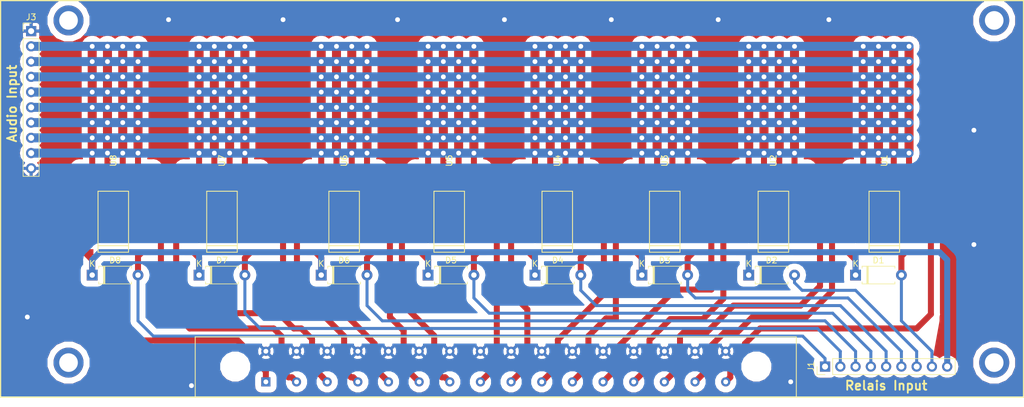
<source format=kicad_pcb>
(kicad_pcb (version 20171130) (host pcbnew 5.0.2-bee76a0~70~ubuntu16.04.1)

  (general
    (thickness 1.6)
    (drawings 6)
    (tracks 709)
    (zones 0)
    (modules 19)
    (nets 28)
  )

  (page A4)
  (layers
    (0 F.Cu signal)
    (31 B.Cu signal)
    (32 B.Adhes user)
    (33 F.Adhes user)
    (34 B.Paste user)
    (35 F.Paste user)
    (36 B.SilkS user)
    (37 F.SilkS user)
    (38 B.Mask user)
    (39 F.Mask user)
    (40 Dwgs.User user)
    (41 Cmts.User user)
    (42 Eco1.User user)
    (43 Eco2.User user)
    (44 Edge.Cuts user)
    (45 Margin user)
    (46 B.CrtYd user)
    (47 F.CrtYd user)
    (48 B.Fab user)
    (49 F.Fab user)
  )

  (setup
    (last_trace_width 1)
    (trace_clearance 1)
    (zone_clearance 0.508)
    (zone_45_only no)
    (trace_min 0.2)
    (segment_width 0.2)
    (edge_width 0.15)
    (via_size 1)
    (via_drill 0.8)
    (via_min_size 0.4)
    (via_min_drill 0.3)
    (uvia_size 0.3)
    (uvia_drill 0.1)
    (uvias_allowed no)
    (uvia_min_size 0.2)
    (uvia_min_drill 0.1)
    (pcb_text_width 0.3)
    (pcb_text_size 1.5 1.5)
    (mod_edge_width 0.15)
    (mod_text_size 1 1)
    (mod_text_width 0.15)
    (pad_size 1.524 1.524)
    (pad_drill 0.762)
    (pad_to_mask_clearance 0.051)
    (solder_mask_min_width 0.25)
    (aux_axis_origin 0 0)
    (visible_elements FFFFFF7F)
    (pcbplotparams
      (layerselection 0x010fc_ffffffff)
      (usegerberextensions false)
      (usegerberattributes false)
      (usegerberadvancedattributes false)
      (creategerberjobfile false)
      (excludeedgelayer true)
      (linewidth 0.100000)
      (plotframeref false)
      (viasonmask false)
      (mode 1)
      (useauxorigin false)
      (hpglpennumber 1)
      (hpglpenspeed 20)
      (hpglpendiameter 15.000000)
      (psnegative false)
      (psa4output false)
      (plotreference true)
      (plotvalue true)
      (plotinvisibletext false)
      (padsonsilk false)
      (subtractmaskfromsilk false)
      (outputformat 1)
      (mirror false)
      (drillshape 1)
      (scaleselection 1)
      (outputdirectory ""))
  )

  (net 0 "")
  (net 1 /relaysheet/Relais1)
  (net 2 +9V)
  (net 3 /relaysheet/Relais5)
  (net 4 /relaysheet/Relais2)
  (net 5 /relaysheet/Relais6)
  (net 6 /relaysheet/Relais3)
  (net 7 /relaysheet/Relais7)
  (net 8 /relaysheet/Relais4)
  (net 9 /relaysheet/Relais8)
  (net 10 GNDA)
  (net 11 /relaysheet/R1B_out)
  (net 12 /relaysheet/R1A_out)
  (net 13 /relaysheet/R1A_NC)
  (net 14 /relaysheet/R5B_out)
  (net 15 /relaysheet/R5A_out)
  (net 16 /relaysheet/R2B_out)
  (net 17 /relaysheet/R2A_out)
  (net 18 /relaysheet/R6A_out)
  (net 19 /relaysheet/R6B_out)
  (net 20 /relaysheet/R3A_out)
  (net 21 /relaysheet/R3B_out)
  (net 22 /relaysheet/R7B_out)
  (net 23 /relaysheet/R7A_out)
  (net 24 /relaysheet/R4A_out)
  (net 25 /relaysheet/R4B_out)
  (net 26 /relaysheet/R8A_out)
  (net 27 /relaysheet/R8B_out)

  (net_class Default "This is the default net class."
    (clearance 1)
    (trace_width 1)
    (via_dia 1)
    (via_drill 0.8)
    (uvia_dia 0.3)
    (uvia_drill 0.1)
    (add_net +9V)
    (add_net /relaysheet/R1A_NC)
    (add_net /relaysheet/R1A_out)
    (add_net /relaysheet/R1B_out)
    (add_net /relaysheet/R2A_out)
    (add_net /relaysheet/R2B_out)
    (add_net /relaysheet/R3A_out)
    (add_net /relaysheet/R3B_out)
    (add_net /relaysheet/R4A_out)
    (add_net /relaysheet/R4B_out)
    (add_net /relaysheet/R5A_out)
    (add_net /relaysheet/R5B_out)
    (add_net /relaysheet/R6A_out)
    (add_net /relaysheet/R6B_out)
    (add_net /relaysheet/R7A_out)
    (add_net /relaysheet/R7B_out)
    (add_net /relaysheet/R8A_out)
    (add_net /relaysheet/R8B_out)
    (add_net /relaysheet/Relais1)
    (add_net /relaysheet/Relais2)
    (add_net /relaysheet/Relais3)
    (add_net /relaysheet/Relais4)
    (add_net /relaysheet/Relais5)
    (add_net /relaysheet/Relais6)
    (add_net /relaysheet/Relais7)
    (add_net /relaysheet/Relais8)
    (add_net GNDA)
  )

  (module Connector_PinHeader_2.54mm:PinHeader_1x09_P2.54mm_Vertical (layer F.Cu) (tedit 59FED5CC) (tstamp 5CD2D653)
    (at 149.86 73.66 90)
    (descr "Through hole straight pin header, 1x09, 2.54mm pitch, single row")
    (tags "Through hole pin header THT 1x09 2.54mm single row")
    (path /5CD2A3B0)
    (fp_text reference J1 (at 0 -2.33 90) (layer F.SilkS)
      (effects (font (size 1 1) (thickness 0.15)))
    )
    (fp_text value Conn_01x09_Male (at 0 22.65 90) (layer F.Fab)
      (effects (font (size 1 1) (thickness 0.15)))
    )
    (fp_text user %R (at 0 10.16 180) (layer F.Fab)
      (effects (font (size 1 1) (thickness 0.15)))
    )
    (fp_line (start 1.8 -1.8) (end -1.8 -1.8) (layer F.CrtYd) (width 0.05))
    (fp_line (start 1.8 22.1) (end 1.8 -1.8) (layer F.CrtYd) (width 0.05))
    (fp_line (start -1.8 22.1) (end 1.8 22.1) (layer F.CrtYd) (width 0.05))
    (fp_line (start -1.8 -1.8) (end -1.8 22.1) (layer F.CrtYd) (width 0.05))
    (fp_line (start -1.33 -1.33) (end 0 -1.33) (layer F.SilkS) (width 0.12))
    (fp_line (start -1.33 0) (end -1.33 -1.33) (layer F.SilkS) (width 0.12))
    (fp_line (start -1.33 1.27) (end 1.33 1.27) (layer F.SilkS) (width 0.12))
    (fp_line (start 1.33 1.27) (end 1.33 21.65) (layer F.SilkS) (width 0.12))
    (fp_line (start -1.33 1.27) (end -1.33 21.65) (layer F.SilkS) (width 0.12))
    (fp_line (start -1.33 21.65) (end 1.33 21.65) (layer F.SilkS) (width 0.12))
    (fp_line (start -1.27 -0.635) (end -0.635 -1.27) (layer F.Fab) (width 0.1))
    (fp_line (start -1.27 21.59) (end -1.27 -0.635) (layer F.Fab) (width 0.1))
    (fp_line (start 1.27 21.59) (end -1.27 21.59) (layer F.Fab) (width 0.1))
    (fp_line (start 1.27 -1.27) (end 1.27 21.59) (layer F.Fab) (width 0.1))
    (fp_line (start -0.635 -1.27) (end 1.27 -1.27) (layer F.Fab) (width 0.1))
    (pad 9 thru_hole oval (at 0 20.32 90) (size 1.7 1.7) (drill 1) (layers *.Cu *.Mask)
      (net 2 +9V))
    (pad 8 thru_hole oval (at 0 17.78 90) (size 1.7 1.7) (drill 1) (layers *.Cu *.Mask)
      (net 1 /relaysheet/Relais1))
    (pad 7 thru_hole oval (at 0 15.24 90) (size 1.7 1.7) (drill 1) (layers *.Cu *.Mask)
      (net 4 /relaysheet/Relais2))
    (pad 6 thru_hole oval (at 0 12.7 90) (size 1.7 1.7) (drill 1) (layers *.Cu *.Mask)
      (net 6 /relaysheet/Relais3))
    (pad 5 thru_hole oval (at 0 10.16 90) (size 1.7 1.7) (drill 1) (layers *.Cu *.Mask)
      (net 8 /relaysheet/Relais4))
    (pad 4 thru_hole oval (at 0 7.62 90) (size 1.7 1.7) (drill 1) (layers *.Cu *.Mask)
      (net 3 /relaysheet/Relais5))
    (pad 3 thru_hole oval (at 0 5.08 90) (size 1.7 1.7) (drill 1) (layers *.Cu *.Mask)
      (net 5 /relaysheet/Relais6))
    (pad 2 thru_hole oval (at 0 2.54 90) (size 1.7 1.7) (drill 1) (layers *.Cu *.Mask)
      (net 7 /relaysheet/Relais7))
    (pad 1 thru_hole rect (at 0 0 90) (size 1.7 1.7) (drill 1) (layers *.Cu *.Mask)
      (net 9 /relaysheet/Relais8))
    (model ${KISYS3DMOD}/Connector_PinHeader_2.54mm.3dshapes/PinHeader_1x09_P2.54mm_Vertical.wrl
      (at (xyz 0 0 0))
      (scale (xyz 1 1 1))
      (rotate (xyz 0 0 0))
    )
  )

  (module footprints:NEC-EB2-12NU (layer F.Cu) (tedit 5CD1A950) (tstamp 5CD2D6D0)
    (at 159.72 49.53 90)
    (path /5CD2BD35/5CD2D6AA)
    (fp_text reference U1 (at 10.16 0 90) (layer F.SilkS)
      (effects (font (size 1 1) (thickness 0.15)))
    )
    (fp_text value NEC-EB2-12NU (at 0 0 90) (layer F.Fab)
      (effects (font (size 1 1) (thickness 0.15)))
    )
    (fp_line (start -7.15 -4.65) (end 7.15 -4.65) (layer F.Fab) (width 0.15))
    (fp_line (start 7.15 -4.65) (end 7.15 4.65) (layer F.Fab) (width 0.15))
    (fp_line (start 7.15 4.65) (end -7.15 4.65) (layer F.Fab) (width 0.15))
    (fp_line (start -7.15 4.65) (end -7.15 -4.65) (layer F.Fab) (width 0.15))
    (fp_line (start -6 -4.65) (end -6 4.65) (layer F.Fab) (width 0.15))
    (fp_line (start -5.08 -2.54) (end 5.08 -2.54) (layer F.SilkS) (width 0.15))
    (fp_line (start 5.08 -2.54) (end 5.08 2.54) (layer F.SilkS) (width 0.15))
    (fp_line (start 5.08 2.54) (end -5.08 2.54) (layer F.SilkS) (width 0.15))
    (fp_line (start -5.08 2.54) (end -5.08 -2.54) (layer F.SilkS) (width 0.15))
    (fp_line (start -4 -2.54) (end -4 2.54) (layer F.SilkS) (width 0.15))
    (pad 1 smd rect (at -5.08 -4.78 90) (size 1 2.94) (layers F.Cu F.Paste F.Mask)
      (net 2 +9V))
    (pad 2 smd rect (at -2.54 -4.78 90) (size 1 2.94) (layers F.Cu F.Paste F.Mask)
      (net 13 /relaysheet/R1A_NC))
    (pad 3 smd rect (at 0 -4.78 90) (size 1 2.94) (layers F.Cu F.Paste F.Mask)
      (net 12 /relaysheet/R1A_out))
    (pad 4 smd rect (at 2.54 -4.78 90) (size 1 2.94) (layers F.Cu F.Paste F.Mask)
      (net 13 /relaysheet/R1A_NC))
    (pad 5 smd rect (at 5.08 -4.78 90) (size 1 2.94) (layers F.Cu F.Paste F.Mask))
    (pad 6 smd rect (at 5.08 4.78 90) (size 1 2.94) (layers F.Cu F.Paste F.Mask))
    (pad 7 smd rect (at 2.54 4.78 90) (size 1 2.94) (layers F.Cu F.Paste F.Mask)
      (net 13 /relaysheet/R1A_NC))
    (pad 8 smd rect (at 0 4.78 90) (size 1 2.94) (layers F.Cu F.Paste F.Mask)
      (net 11 /relaysheet/R1B_out))
    (pad 9 smd rect (at -2.54 4.78 90) (size 1 2.94) (layers F.Cu F.Paste F.Mask)
      (net 13 /relaysheet/R1A_NC))
    (pad 10 smd rect (at -5.08 4.78 90) (size 1 2.94) (layers F.Cu F.Paste F.Mask)
      (net 1 /relaysheet/Relais1))
  )

  (module footprints:NEC-EB2-12NU (layer F.Cu) (tedit 5CD1A950) (tstamp 5CD2F79B)
    (at 141.27 49.53 90)
    (path /5CD2BD35/5CD30362)
    (fp_text reference U2 (at 10.16 0 90) (layer F.SilkS)
      (effects (font (size 1 1) (thickness 0.15)))
    )
    (fp_text value NEC-EB2-12NU (at 0 0 90) (layer F.Fab)
      (effects (font (size 1 1) (thickness 0.15)))
    )
    (fp_line (start -7.15 -4.65) (end 7.15 -4.65) (layer F.Fab) (width 0.15))
    (fp_line (start 7.15 -4.65) (end 7.15 4.65) (layer F.Fab) (width 0.15))
    (fp_line (start 7.15 4.65) (end -7.15 4.65) (layer F.Fab) (width 0.15))
    (fp_line (start -7.15 4.65) (end -7.15 -4.65) (layer F.Fab) (width 0.15))
    (fp_line (start -6 -4.65) (end -6 4.65) (layer F.Fab) (width 0.15))
    (fp_line (start -5.08 -2.54) (end 5.08 -2.54) (layer F.SilkS) (width 0.15))
    (fp_line (start 5.08 -2.54) (end 5.08 2.54) (layer F.SilkS) (width 0.15))
    (fp_line (start 5.08 2.54) (end -5.08 2.54) (layer F.SilkS) (width 0.15))
    (fp_line (start -5.08 2.54) (end -5.08 -2.54) (layer F.SilkS) (width 0.15))
    (fp_line (start -4 -2.54) (end -4 2.54) (layer F.SilkS) (width 0.15))
    (pad 1 smd rect (at -5.08 -4.78 90) (size 1 2.94) (layers F.Cu F.Paste F.Mask)
      (net 2 +9V))
    (pad 2 smd rect (at -2.54 -4.78 90) (size 1 2.94) (layers F.Cu F.Paste F.Mask)
      (net 13 /relaysheet/R1A_NC))
    (pad 3 smd rect (at 0 -4.78 90) (size 1 2.94) (layers F.Cu F.Paste F.Mask)
      (net 17 /relaysheet/R2A_out))
    (pad 4 smd rect (at 2.54 -4.78 90) (size 1 2.94) (layers F.Cu F.Paste F.Mask)
      (net 13 /relaysheet/R1A_NC))
    (pad 5 smd rect (at 5.08 -4.78 90) (size 1 2.94) (layers F.Cu F.Paste F.Mask))
    (pad 6 smd rect (at 5.08 4.78 90) (size 1 2.94) (layers F.Cu F.Paste F.Mask))
    (pad 7 smd rect (at 2.54 4.78 90) (size 1 2.94) (layers F.Cu F.Paste F.Mask)
      (net 13 /relaysheet/R1A_NC))
    (pad 8 smd rect (at 0 4.78 90) (size 1 2.94) (layers F.Cu F.Paste F.Mask)
      (net 16 /relaysheet/R2B_out))
    (pad 9 smd rect (at -2.54 4.78 90) (size 1 2.94) (layers F.Cu F.Paste F.Mask)
      (net 13 /relaysheet/R1A_NC))
    (pad 10 smd rect (at -5.08 4.78 90) (size 1 2.94) (layers F.Cu F.Paste F.Mask)
      (net 4 /relaysheet/Relais2))
  )

  (module footprints:NEC-EB2-12NU (layer F.Cu) (tedit 5CD1A950) (tstamp 5CD2D700)
    (at 123.19 49.53 90)
    (path /5CD2BD35/5CD316D2)
    (fp_text reference U3 (at 10.16 0 90) (layer F.SilkS)
      (effects (font (size 1 1) (thickness 0.15)))
    )
    (fp_text value NEC-EB2-12NU (at 0 0 90) (layer F.Fab)
      (effects (font (size 1 1) (thickness 0.15)))
    )
    (fp_line (start -7.15 -4.65) (end 7.15 -4.65) (layer F.Fab) (width 0.15))
    (fp_line (start 7.15 -4.65) (end 7.15 4.65) (layer F.Fab) (width 0.15))
    (fp_line (start 7.15 4.65) (end -7.15 4.65) (layer F.Fab) (width 0.15))
    (fp_line (start -7.15 4.65) (end -7.15 -4.65) (layer F.Fab) (width 0.15))
    (fp_line (start -6 -4.65) (end -6 4.65) (layer F.Fab) (width 0.15))
    (fp_line (start -5.08 -2.54) (end 5.08 -2.54) (layer F.SilkS) (width 0.15))
    (fp_line (start 5.08 -2.54) (end 5.08 2.54) (layer F.SilkS) (width 0.15))
    (fp_line (start 5.08 2.54) (end -5.08 2.54) (layer F.SilkS) (width 0.15))
    (fp_line (start -5.08 2.54) (end -5.08 -2.54) (layer F.SilkS) (width 0.15))
    (fp_line (start -4 -2.54) (end -4 2.54) (layer F.SilkS) (width 0.15))
    (pad 1 smd rect (at -5.08 -4.78 90) (size 1 2.94) (layers F.Cu F.Paste F.Mask)
      (net 2 +9V))
    (pad 2 smd rect (at -2.54 -4.78 90) (size 1 2.94) (layers F.Cu F.Paste F.Mask)
      (net 13 /relaysheet/R1A_NC))
    (pad 3 smd rect (at 0 -4.78 90) (size 1 2.94) (layers F.Cu F.Paste F.Mask)
      (net 20 /relaysheet/R3A_out))
    (pad 4 smd rect (at 2.54 -4.78 90) (size 1 2.94) (layers F.Cu F.Paste F.Mask)
      (net 13 /relaysheet/R1A_NC))
    (pad 5 smd rect (at 5.08 -4.78 90) (size 1 2.94) (layers F.Cu F.Paste F.Mask))
    (pad 6 smd rect (at 5.08 4.78 90) (size 1 2.94) (layers F.Cu F.Paste F.Mask))
    (pad 7 smd rect (at 2.54 4.78 90) (size 1 2.94) (layers F.Cu F.Paste F.Mask)
      (net 13 /relaysheet/R1A_NC))
    (pad 8 smd rect (at 0 4.78 90) (size 1 2.94) (layers F.Cu F.Paste F.Mask)
      (net 21 /relaysheet/R3B_out))
    (pad 9 smd rect (at -2.54 4.78 90) (size 1 2.94) (layers F.Cu F.Paste F.Mask)
      (net 13 /relaysheet/R1A_NC))
    (pad 10 smd rect (at -5.08 4.78 90) (size 1 2.94) (layers F.Cu F.Paste F.Mask)
      (net 6 /relaysheet/Relais3))
  )

  (module footprints:NEC-EB2-12NU (layer F.Cu) (tedit 5CD1A950) (tstamp 5CD30B02)
    (at 105.31 49.53 90)
    (path /5CD2BD35/5CD31724)
    (fp_text reference U4 (at 10.16 0 90) (layer F.SilkS)
      (effects (font (size 1 1) (thickness 0.15)))
    )
    (fp_text value NEC-EB2-12NU (at 0 0 90) (layer F.Fab)
      (effects (font (size 1 1) (thickness 0.15)))
    )
    (fp_line (start -4 -2.54) (end -4 2.54) (layer F.SilkS) (width 0.15))
    (fp_line (start -5.08 2.54) (end -5.08 -2.54) (layer F.SilkS) (width 0.15))
    (fp_line (start 5.08 2.54) (end -5.08 2.54) (layer F.SilkS) (width 0.15))
    (fp_line (start 5.08 -2.54) (end 5.08 2.54) (layer F.SilkS) (width 0.15))
    (fp_line (start -5.08 -2.54) (end 5.08 -2.54) (layer F.SilkS) (width 0.15))
    (fp_line (start -6 -4.65) (end -6 4.65) (layer F.Fab) (width 0.15))
    (fp_line (start -7.15 4.65) (end -7.15 -4.65) (layer F.Fab) (width 0.15))
    (fp_line (start 7.15 4.65) (end -7.15 4.65) (layer F.Fab) (width 0.15))
    (fp_line (start 7.15 -4.65) (end 7.15 4.65) (layer F.Fab) (width 0.15))
    (fp_line (start -7.15 -4.65) (end 7.15 -4.65) (layer F.Fab) (width 0.15))
    (pad 10 smd rect (at -5.08 4.78 90) (size 1 2.94) (layers F.Cu F.Paste F.Mask)
      (net 8 /relaysheet/Relais4))
    (pad 9 smd rect (at -2.54 4.78 90) (size 1 2.94) (layers F.Cu F.Paste F.Mask)
      (net 13 /relaysheet/R1A_NC))
    (pad 8 smd rect (at 0 4.78 90) (size 1 2.94) (layers F.Cu F.Paste F.Mask)
      (net 25 /relaysheet/R4B_out))
    (pad 7 smd rect (at 2.54 4.78 90) (size 1 2.94) (layers F.Cu F.Paste F.Mask)
      (net 13 /relaysheet/R1A_NC))
    (pad 6 smd rect (at 5.08 4.78 90) (size 1 2.94) (layers F.Cu F.Paste F.Mask))
    (pad 5 smd rect (at 5.08 -4.78 90) (size 1 2.94) (layers F.Cu F.Paste F.Mask))
    (pad 4 smd rect (at 2.54 -4.78 90) (size 1 2.94) (layers F.Cu F.Paste F.Mask)
      (net 13 /relaysheet/R1A_NC))
    (pad 3 smd rect (at 0 -4.78 90) (size 1 2.94) (layers F.Cu F.Paste F.Mask)
      (net 24 /relaysheet/R4A_out))
    (pad 2 smd rect (at -2.54 -4.78 90) (size 1 2.94) (layers F.Cu F.Paste F.Mask)
      (net 13 /relaysheet/R1A_NC))
    (pad 1 smd rect (at -5.08 -4.78 90) (size 1 2.94) (layers F.Cu F.Paste F.Mask)
      (net 2 +9V))
  )

  (module footprints:NEC-EB2-12NU (layer F.Cu) (tedit 5CD1A950) (tstamp 5CD2D730)
    (at 87.33 49.53 90)
    (path /5CD2BD35/5CD2FCCA)
    (fp_text reference U5 (at 10.16 0 90) (layer F.SilkS)
      (effects (font (size 1 1) (thickness 0.15)))
    )
    (fp_text value NEC-EB2-12NU (at 0 0 90) (layer F.Fab)
      (effects (font (size 1 1) (thickness 0.15)))
    )
    (fp_line (start -4 -2.54) (end -4 2.54) (layer F.SilkS) (width 0.15))
    (fp_line (start -5.08 2.54) (end -5.08 -2.54) (layer F.SilkS) (width 0.15))
    (fp_line (start 5.08 2.54) (end -5.08 2.54) (layer F.SilkS) (width 0.15))
    (fp_line (start 5.08 -2.54) (end 5.08 2.54) (layer F.SilkS) (width 0.15))
    (fp_line (start -5.08 -2.54) (end 5.08 -2.54) (layer F.SilkS) (width 0.15))
    (fp_line (start -6 -4.65) (end -6 4.65) (layer F.Fab) (width 0.15))
    (fp_line (start -7.15 4.65) (end -7.15 -4.65) (layer F.Fab) (width 0.15))
    (fp_line (start 7.15 4.65) (end -7.15 4.65) (layer F.Fab) (width 0.15))
    (fp_line (start 7.15 -4.65) (end 7.15 4.65) (layer F.Fab) (width 0.15))
    (fp_line (start -7.15 -4.65) (end 7.15 -4.65) (layer F.Fab) (width 0.15))
    (pad 10 smd rect (at -5.08 4.78 90) (size 1 2.94) (layers F.Cu F.Paste F.Mask)
      (net 3 /relaysheet/Relais5))
    (pad 9 smd rect (at -2.54 4.78 90) (size 1 2.94) (layers F.Cu F.Paste F.Mask)
      (net 13 /relaysheet/R1A_NC))
    (pad 8 smd rect (at 0 4.78 90) (size 1 2.94) (layers F.Cu F.Paste F.Mask)
      (net 14 /relaysheet/R5B_out))
    (pad 7 smd rect (at 2.54 4.78 90) (size 1 2.94) (layers F.Cu F.Paste F.Mask)
      (net 13 /relaysheet/R1A_NC))
    (pad 6 smd rect (at 5.08 4.78 90) (size 1 2.94) (layers F.Cu F.Paste F.Mask))
    (pad 5 smd rect (at 5.08 -4.78 90) (size 1 2.94) (layers F.Cu F.Paste F.Mask))
    (pad 4 smd rect (at 2.54 -4.78 90) (size 1 2.94) (layers F.Cu F.Paste F.Mask)
      (net 13 /relaysheet/R1A_NC))
    (pad 3 smd rect (at 0 -4.78 90) (size 1 2.94) (layers F.Cu F.Paste F.Mask)
      (net 15 /relaysheet/R5A_out))
    (pad 2 smd rect (at -2.54 -4.78 90) (size 1 2.94) (layers F.Cu F.Paste F.Mask)
      (net 13 /relaysheet/R1A_NC))
    (pad 1 smd rect (at -5.08 -4.78 90) (size 1 2.94) (layers F.Cu F.Paste F.Mask)
      (net 2 +9V))
  )

  (module footprints:NEC-EB2-12NU (layer F.Cu) (tedit 5CD1A950) (tstamp 5CD2D748)
    (at 69.85 49.53 90)
    (path /5CD2BD35/5CD3038B)
    (fp_text reference U6 (at 10.16 0 90) (layer F.SilkS)
      (effects (font (size 1 1) (thickness 0.15)))
    )
    (fp_text value NEC-EB2-12NU (at 0 0 90) (layer F.Fab)
      (effects (font (size 1 1) (thickness 0.15)))
    )
    (fp_line (start -4 -2.54) (end -4 2.54) (layer F.SilkS) (width 0.15))
    (fp_line (start -5.08 2.54) (end -5.08 -2.54) (layer F.SilkS) (width 0.15))
    (fp_line (start 5.08 2.54) (end -5.08 2.54) (layer F.SilkS) (width 0.15))
    (fp_line (start 5.08 -2.54) (end 5.08 2.54) (layer F.SilkS) (width 0.15))
    (fp_line (start -5.08 -2.54) (end 5.08 -2.54) (layer F.SilkS) (width 0.15))
    (fp_line (start -6 -4.65) (end -6 4.65) (layer F.Fab) (width 0.15))
    (fp_line (start -7.15 4.65) (end -7.15 -4.65) (layer F.Fab) (width 0.15))
    (fp_line (start 7.15 4.65) (end -7.15 4.65) (layer F.Fab) (width 0.15))
    (fp_line (start 7.15 -4.65) (end 7.15 4.65) (layer F.Fab) (width 0.15))
    (fp_line (start -7.15 -4.65) (end 7.15 -4.65) (layer F.Fab) (width 0.15))
    (pad 10 smd rect (at -5.08 4.78 90) (size 1 2.94) (layers F.Cu F.Paste F.Mask)
      (net 5 /relaysheet/Relais6))
    (pad 9 smd rect (at -2.54 4.78 90) (size 1 2.94) (layers F.Cu F.Paste F.Mask)
      (net 13 /relaysheet/R1A_NC))
    (pad 8 smd rect (at 0 4.78 90) (size 1 2.94) (layers F.Cu F.Paste F.Mask)
      (net 19 /relaysheet/R6B_out))
    (pad 7 smd rect (at 2.54 4.78 90) (size 1 2.94) (layers F.Cu F.Paste F.Mask)
      (net 13 /relaysheet/R1A_NC))
    (pad 6 smd rect (at 5.08 4.78 90) (size 1 2.94) (layers F.Cu F.Paste F.Mask))
    (pad 5 smd rect (at 5.08 -4.78 90) (size 1 2.94) (layers F.Cu F.Paste F.Mask))
    (pad 4 smd rect (at 2.54 -4.78 90) (size 1 2.94) (layers F.Cu F.Paste F.Mask)
      (net 13 /relaysheet/R1A_NC))
    (pad 3 smd rect (at 0 -4.78 90) (size 1 2.94) (layers F.Cu F.Paste F.Mask)
      (net 18 /relaysheet/R6A_out))
    (pad 2 smd rect (at -2.54 -4.78 90) (size 1 2.94) (layers F.Cu F.Paste F.Mask)
      (net 13 /relaysheet/R1A_NC))
    (pad 1 smd rect (at -5.08 -4.78 90) (size 1 2.94) (layers F.Cu F.Paste F.Mask)
      (net 2 +9V))
  )

  (module footprints:NEC-EB2-12NU (layer F.Cu) (tedit 5CD1A950) (tstamp 5CD2DE4A)
    (at 49.53 49.53 90)
    (path /5CD2BD35/5CD316FB)
    (fp_text reference U7 (at 10.16 0 90) (layer F.SilkS)
      (effects (font (size 1 1) (thickness 0.15)))
    )
    (fp_text value NEC-EB2-12NU (at 0 0 90) (layer F.Fab)
      (effects (font (size 1 1) (thickness 0.15)))
    )
    (fp_line (start -4 -2.54) (end -4 2.54) (layer F.SilkS) (width 0.15))
    (fp_line (start -5.08 2.54) (end -5.08 -2.54) (layer F.SilkS) (width 0.15))
    (fp_line (start 5.08 2.54) (end -5.08 2.54) (layer F.SilkS) (width 0.15))
    (fp_line (start 5.08 -2.54) (end 5.08 2.54) (layer F.SilkS) (width 0.15))
    (fp_line (start -5.08 -2.54) (end 5.08 -2.54) (layer F.SilkS) (width 0.15))
    (fp_line (start -6 -4.65) (end -6 4.65) (layer F.Fab) (width 0.15))
    (fp_line (start -7.15 4.65) (end -7.15 -4.65) (layer F.Fab) (width 0.15))
    (fp_line (start 7.15 4.65) (end -7.15 4.65) (layer F.Fab) (width 0.15))
    (fp_line (start 7.15 -4.65) (end 7.15 4.65) (layer F.Fab) (width 0.15))
    (fp_line (start -7.15 -4.65) (end 7.15 -4.65) (layer F.Fab) (width 0.15))
    (pad 10 smd rect (at -5.08 4.78 90) (size 1 2.94) (layers F.Cu F.Paste F.Mask)
      (net 7 /relaysheet/Relais7))
    (pad 9 smd rect (at -2.54 4.78 90) (size 1 2.94) (layers F.Cu F.Paste F.Mask)
      (net 13 /relaysheet/R1A_NC))
    (pad 8 smd rect (at 0 4.78 90) (size 1 2.94) (layers F.Cu F.Paste F.Mask)
      (net 22 /relaysheet/R7B_out))
    (pad 7 smd rect (at 2.54 4.78 90) (size 1 2.94) (layers F.Cu F.Paste F.Mask)
      (net 13 /relaysheet/R1A_NC))
    (pad 6 smd rect (at 5.08 4.78 90) (size 1 2.94) (layers F.Cu F.Paste F.Mask))
    (pad 5 smd rect (at 5.08 -4.78 90) (size 1 2.94) (layers F.Cu F.Paste F.Mask))
    (pad 4 smd rect (at 2.54 -4.78 90) (size 1 2.94) (layers F.Cu F.Paste F.Mask)
      (net 13 /relaysheet/R1A_NC))
    (pad 3 smd rect (at 0 -4.78 90) (size 1 2.94) (layers F.Cu F.Paste F.Mask)
      (net 23 /relaysheet/R7A_out))
    (pad 2 smd rect (at -2.54 -4.78 90) (size 1 2.94) (layers F.Cu F.Paste F.Mask)
      (net 13 /relaysheet/R1A_NC))
    (pad 1 smd rect (at -5.08 -4.78 90) (size 1 2.94) (layers F.Cu F.Paste F.Mask)
      (net 2 +9V))
  )

  (module footprints:NEC-EB2-12NU (layer F.Cu) (tedit 5CD1A950) (tstamp 5CD30EC6)
    (at 31.45 49.53 90)
    (path /5CD2BD35/5CD3174D)
    (fp_text reference U8 (at 10.16 0 90) (layer F.SilkS)
      (effects (font (size 1 1) (thickness 0.15)))
    )
    (fp_text value NEC-EB2-12NU (at 0 0 90) (layer F.Fab)
      (effects (font (size 1 1) (thickness 0.15)))
    )
    (fp_line (start -4 -2.54) (end -4 2.54) (layer F.SilkS) (width 0.15))
    (fp_line (start -5.08 2.54) (end -5.08 -2.54) (layer F.SilkS) (width 0.15))
    (fp_line (start 5.08 2.54) (end -5.08 2.54) (layer F.SilkS) (width 0.15))
    (fp_line (start 5.08 -2.54) (end 5.08 2.54) (layer F.SilkS) (width 0.15))
    (fp_line (start -5.08 -2.54) (end 5.08 -2.54) (layer F.SilkS) (width 0.15))
    (fp_line (start -6 -4.65) (end -6 4.65) (layer F.Fab) (width 0.15))
    (fp_line (start -7.15 4.65) (end -7.15 -4.65) (layer F.Fab) (width 0.15))
    (fp_line (start 7.15 4.65) (end -7.15 4.65) (layer F.Fab) (width 0.15))
    (fp_line (start 7.15 -4.65) (end 7.15 4.65) (layer F.Fab) (width 0.15))
    (fp_line (start -7.15 -4.65) (end 7.15 -4.65) (layer F.Fab) (width 0.15))
    (pad 10 smd rect (at -5.08 4.78 90) (size 1 2.94) (layers F.Cu F.Paste F.Mask)
      (net 9 /relaysheet/Relais8))
    (pad 9 smd rect (at -2.54 4.78 90) (size 1 2.94) (layers F.Cu F.Paste F.Mask)
      (net 13 /relaysheet/R1A_NC))
    (pad 8 smd rect (at 0 4.78 90) (size 1 2.94) (layers F.Cu F.Paste F.Mask)
      (net 27 /relaysheet/R8B_out))
    (pad 7 smd rect (at 2.54 4.78 90) (size 1 2.94) (layers F.Cu F.Paste F.Mask)
      (net 13 /relaysheet/R1A_NC))
    (pad 6 smd rect (at 5.08 4.78 90) (size 1 2.94) (layers F.Cu F.Paste F.Mask))
    (pad 5 smd rect (at 5.08 -4.78 90) (size 1 2.94) (layers F.Cu F.Paste F.Mask))
    (pad 4 smd rect (at 2.54 -4.78 90) (size 1 2.94) (layers F.Cu F.Paste F.Mask)
      (net 13 /relaysheet/R1A_NC))
    (pad 3 smd rect (at 0 -4.78 90) (size 1 2.94) (layers F.Cu F.Paste F.Mask)
      (net 26 /relaysheet/R8A_out))
    (pad 2 smd rect (at -2.54 -4.78 90) (size 1 2.94) (layers F.Cu F.Paste F.Mask)
      (net 13 /relaysheet/R1A_NC))
    (pad 1 smd rect (at -5.08 -4.78 90) (size 1 2.94) (layers F.Cu F.Paste F.Mask)
      (net 2 +9V))
  )

  (module Diode_THT:D_A-405_P7.62mm_Horizontal (layer F.Cu) (tedit 5AE50CD5) (tstamp 5CD2F417)
    (at 154.94 58.42)
    (descr "Diode, A-405 series, Axial, Horizontal, pin pitch=7.62mm, , length*diameter=5.2*2.7mm^2, , http://www.diodes.com/_files/packages/A-405.pdf")
    (tags "Diode A-405 series Axial Horizontal pin pitch 7.62mm  length 5.2mm diameter 2.7mm")
    (path /5CD2BD35/5CD2E7CE)
    (fp_text reference D1 (at 3.81 -2.47) (layer F.SilkS)
      (effects (font (size 1 1) (thickness 0.15)))
    )
    (fp_text value D (at 3.81 2.47) (layer F.Fab)
      (effects (font (size 1 1) (thickness 0.15)))
    )
    (fp_line (start 1.21 -1.35) (end 1.21 1.35) (layer F.Fab) (width 0.1))
    (fp_line (start 1.21 1.35) (end 6.41 1.35) (layer F.Fab) (width 0.1))
    (fp_line (start 6.41 1.35) (end 6.41 -1.35) (layer F.Fab) (width 0.1))
    (fp_line (start 6.41 -1.35) (end 1.21 -1.35) (layer F.Fab) (width 0.1))
    (fp_line (start 0 0) (end 1.21 0) (layer F.Fab) (width 0.1))
    (fp_line (start 7.62 0) (end 6.41 0) (layer F.Fab) (width 0.1))
    (fp_line (start 1.99 -1.35) (end 1.99 1.35) (layer F.Fab) (width 0.1))
    (fp_line (start 2.09 -1.35) (end 2.09 1.35) (layer F.Fab) (width 0.1))
    (fp_line (start 1.89 -1.35) (end 1.89 1.35) (layer F.Fab) (width 0.1))
    (fp_line (start 1.09 -1.14) (end 1.09 -1.47) (layer F.SilkS) (width 0.12))
    (fp_line (start 1.09 -1.47) (end 6.53 -1.47) (layer F.SilkS) (width 0.12))
    (fp_line (start 6.53 -1.47) (end 6.53 -1.14) (layer F.SilkS) (width 0.12))
    (fp_line (start 1.09 1.14) (end 1.09 1.47) (layer F.SilkS) (width 0.12))
    (fp_line (start 1.09 1.47) (end 6.53 1.47) (layer F.SilkS) (width 0.12))
    (fp_line (start 6.53 1.47) (end 6.53 1.14) (layer F.SilkS) (width 0.12))
    (fp_line (start 1.99 -1.47) (end 1.99 1.47) (layer F.SilkS) (width 0.12))
    (fp_line (start 2.11 -1.47) (end 2.11 1.47) (layer F.SilkS) (width 0.12))
    (fp_line (start 1.87 -1.47) (end 1.87 1.47) (layer F.SilkS) (width 0.12))
    (fp_line (start -1.15 -1.6) (end -1.15 1.6) (layer F.CrtYd) (width 0.05))
    (fp_line (start -1.15 1.6) (end 8.77 1.6) (layer F.CrtYd) (width 0.05))
    (fp_line (start 8.77 1.6) (end 8.77 -1.6) (layer F.CrtYd) (width 0.05))
    (fp_line (start 8.77 -1.6) (end -1.15 -1.6) (layer F.CrtYd) (width 0.05))
    (fp_text user %R (at 4.2 0) (layer F.Fab)
      (effects (font (size 1 1) (thickness 0.15)))
    )
    (fp_text user K (at 0 -1.9) (layer F.Fab)
      (effects (font (size 1 1) (thickness 0.15)))
    )
    (fp_text user K (at 0 -1.9) (layer F.SilkS)
      (effects (font (size 1 1) (thickness 0.15)))
    )
    (pad 1 thru_hole rect (at 0 0) (size 1.8 1.8) (drill 0.9) (layers *.Cu *.Mask)
      (net 2 +9V))
    (pad 2 thru_hole oval (at 7.62 0) (size 1.8 1.8) (drill 0.9) (layers *.Cu *.Mask)
      (net 1 /relaysheet/Relais1))
    (model ${KISYS3DMOD}/Diode_THT.3dshapes/D_A-405_P7.62mm_Horizontal.wrl
      (at (xyz 0 0 0))
      (scale (xyz 1 1 1))
      (rotate (xyz 0 0 0))
    )
  )

  (module Diode_THT:D_A-405_P7.62mm_Horizontal (layer F.Cu) (tedit 5AE50CD5) (tstamp 5CD2F435)
    (at 137.16 58.42)
    (descr "Diode, A-405 series, Axial, Horizontal, pin pitch=7.62mm, , length*diameter=5.2*2.7mm^2, , http://www.diodes.com/_files/packages/A-405.pdf")
    (tags "Diode A-405 series Axial Horizontal pin pitch 7.62mm  length 5.2mm diameter 2.7mm")
    (path /5CD2BD35/5CD3037D)
    (fp_text reference D2 (at 3.81 -2.47) (layer F.SilkS)
      (effects (font (size 1 1) (thickness 0.15)))
    )
    (fp_text value D (at 3.81 2.47) (layer F.Fab)
      (effects (font (size 1 1) (thickness 0.15)))
    )
    (fp_text user K (at 0 -1.9) (layer F.SilkS)
      (effects (font (size 1 1) (thickness 0.15)))
    )
    (fp_text user K (at 0 -1.9) (layer F.Fab)
      (effects (font (size 1 1) (thickness 0.15)))
    )
    (fp_text user %R (at 4.2 0) (layer F.Fab)
      (effects (font (size 1 1) (thickness 0.15)))
    )
    (fp_line (start 8.77 -1.6) (end -1.15 -1.6) (layer F.CrtYd) (width 0.05))
    (fp_line (start 8.77 1.6) (end 8.77 -1.6) (layer F.CrtYd) (width 0.05))
    (fp_line (start -1.15 1.6) (end 8.77 1.6) (layer F.CrtYd) (width 0.05))
    (fp_line (start -1.15 -1.6) (end -1.15 1.6) (layer F.CrtYd) (width 0.05))
    (fp_line (start 1.87 -1.47) (end 1.87 1.47) (layer F.SilkS) (width 0.12))
    (fp_line (start 2.11 -1.47) (end 2.11 1.47) (layer F.SilkS) (width 0.12))
    (fp_line (start 1.99 -1.47) (end 1.99 1.47) (layer F.SilkS) (width 0.12))
    (fp_line (start 6.53 1.47) (end 6.53 1.14) (layer F.SilkS) (width 0.12))
    (fp_line (start 1.09 1.47) (end 6.53 1.47) (layer F.SilkS) (width 0.12))
    (fp_line (start 1.09 1.14) (end 1.09 1.47) (layer F.SilkS) (width 0.12))
    (fp_line (start 6.53 -1.47) (end 6.53 -1.14) (layer F.SilkS) (width 0.12))
    (fp_line (start 1.09 -1.47) (end 6.53 -1.47) (layer F.SilkS) (width 0.12))
    (fp_line (start 1.09 -1.14) (end 1.09 -1.47) (layer F.SilkS) (width 0.12))
    (fp_line (start 1.89 -1.35) (end 1.89 1.35) (layer F.Fab) (width 0.1))
    (fp_line (start 2.09 -1.35) (end 2.09 1.35) (layer F.Fab) (width 0.1))
    (fp_line (start 1.99 -1.35) (end 1.99 1.35) (layer F.Fab) (width 0.1))
    (fp_line (start 7.62 0) (end 6.41 0) (layer F.Fab) (width 0.1))
    (fp_line (start 0 0) (end 1.21 0) (layer F.Fab) (width 0.1))
    (fp_line (start 6.41 -1.35) (end 1.21 -1.35) (layer F.Fab) (width 0.1))
    (fp_line (start 6.41 1.35) (end 6.41 -1.35) (layer F.Fab) (width 0.1))
    (fp_line (start 1.21 1.35) (end 6.41 1.35) (layer F.Fab) (width 0.1))
    (fp_line (start 1.21 -1.35) (end 1.21 1.35) (layer F.Fab) (width 0.1))
    (pad 2 thru_hole oval (at 7.62 0) (size 1.8 1.8) (drill 0.9) (layers *.Cu *.Mask)
      (net 4 /relaysheet/Relais2))
    (pad 1 thru_hole rect (at 0 0) (size 1.8 1.8) (drill 0.9) (layers *.Cu *.Mask)
      (net 2 +9V))
    (model ${KISYS3DMOD}/Diode_THT.3dshapes/D_A-405_P7.62mm_Horizontal.wrl
      (at (xyz 0 0 0))
      (scale (xyz 1 1 1))
      (rotate (xyz 0 0 0))
    )
  )

  (module Diode_THT:D_A-405_P7.62mm_Horizontal (layer F.Cu) (tedit 5AE50CD5) (tstamp 5CD2F453)
    (at 119.38 58.42)
    (descr "Diode, A-405 series, Axial, Horizontal, pin pitch=7.62mm, , length*diameter=5.2*2.7mm^2, , http://www.diodes.com/_files/packages/A-405.pdf")
    (tags "Diode A-405 series Axial Horizontal pin pitch 7.62mm  length 5.2mm diameter 2.7mm")
    (path /5CD2BD35/5CD316ED)
    (fp_text reference D3 (at 3.81 -2.47) (layer F.SilkS)
      (effects (font (size 1 1) (thickness 0.15)))
    )
    (fp_text value D (at 3.81 2.47) (layer F.Fab)
      (effects (font (size 1 1) (thickness 0.15)))
    )
    (fp_text user K (at 0 -1.9) (layer F.SilkS)
      (effects (font (size 1 1) (thickness 0.15)))
    )
    (fp_text user K (at 0 -1.9) (layer F.Fab)
      (effects (font (size 1 1) (thickness 0.15)))
    )
    (fp_text user %R (at 4.2 0) (layer F.Fab)
      (effects (font (size 1 1) (thickness 0.15)))
    )
    (fp_line (start 8.77 -1.6) (end -1.15 -1.6) (layer F.CrtYd) (width 0.05))
    (fp_line (start 8.77 1.6) (end 8.77 -1.6) (layer F.CrtYd) (width 0.05))
    (fp_line (start -1.15 1.6) (end 8.77 1.6) (layer F.CrtYd) (width 0.05))
    (fp_line (start -1.15 -1.6) (end -1.15 1.6) (layer F.CrtYd) (width 0.05))
    (fp_line (start 1.87 -1.47) (end 1.87 1.47) (layer F.SilkS) (width 0.12))
    (fp_line (start 2.11 -1.47) (end 2.11 1.47) (layer F.SilkS) (width 0.12))
    (fp_line (start 1.99 -1.47) (end 1.99 1.47) (layer F.SilkS) (width 0.12))
    (fp_line (start 6.53 1.47) (end 6.53 1.14) (layer F.SilkS) (width 0.12))
    (fp_line (start 1.09 1.47) (end 6.53 1.47) (layer F.SilkS) (width 0.12))
    (fp_line (start 1.09 1.14) (end 1.09 1.47) (layer F.SilkS) (width 0.12))
    (fp_line (start 6.53 -1.47) (end 6.53 -1.14) (layer F.SilkS) (width 0.12))
    (fp_line (start 1.09 -1.47) (end 6.53 -1.47) (layer F.SilkS) (width 0.12))
    (fp_line (start 1.09 -1.14) (end 1.09 -1.47) (layer F.SilkS) (width 0.12))
    (fp_line (start 1.89 -1.35) (end 1.89 1.35) (layer F.Fab) (width 0.1))
    (fp_line (start 2.09 -1.35) (end 2.09 1.35) (layer F.Fab) (width 0.1))
    (fp_line (start 1.99 -1.35) (end 1.99 1.35) (layer F.Fab) (width 0.1))
    (fp_line (start 7.62 0) (end 6.41 0) (layer F.Fab) (width 0.1))
    (fp_line (start 0 0) (end 1.21 0) (layer F.Fab) (width 0.1))
    (fp_line (start 6.41 -1.35) (end 1.21 -1.35) (layer F.Fab) (width 0.1))
    (fp_line (start 6.41 1.35) (end 6.41 -1.35) (layer F.Fab) (width 0.1))
    (fp_line (start 1.21 1.35) (end 6.41 1.35) (layer F.Fab) (width 0.1))
    (fp_line (start 1.21 -1.35) (end 1.21 1.35) (layer F.Fab) (width 0.1))
    (pad 2 thru_hole oval (at 7.62 0) (size 1.8 1.8) (drill 0.9) (layers *.Cu *.Mask)
      (net 6 /relaysheet/Relais3))
    (pad 1 thru_hole rect (at 0 0) (size 1.8 1.8) (drill 0.9) (layers *.Cu *.Mask)
      (net 2 +9V))
    (model ${KISYS3DMOD}/Diode_THT.3dshapes/D_A-405_P7.62mm_Horizontal.wrl
      (at (xyz 0 0 0))
      (scale (xyz 1 1 1))
      (rotate (xyz 0 0 0))
    )
  )

  (module Diode_THT:D_A-405_P7.62mm_Horizontal (layer F.Cu) (tedit 5AE50CD5) (tstamp 5CD30AAF)
    (at 101.6 58.42)
    (descr "Diode, A-405 series, Axial, Horizontal, pin pitch=7.62mm, , length*diameter=5.2*2.7mm^2, , http://www.diodes.com/_files/packages/A-405.pdf")
    (tags "Diode A-405 series Axial Horizontal pin pitch 7.62mm  length 5.2mm diameter 2.7mm")
    (path /5CD2BD35/5CD3173F)
    (fp_text reference D4 (at 3.81 -2.47) (layer F.SilkS)
      (effects (font (size 1 1) (thickness 0.15)))
    )
    (fp_text value D (at 3.81 2.47) (layer F.Fab)
      (effects (font (size 1 1) (thickness 0.15)))
    )
    (fp_line (start 1.21 -1.35) (end 1.21 1.35) (layer F.Fab) (width 0.1))
    (fp_line (start 1.21 1.35) (end 6.41 1.35) (layer F.Fab) (width 0.1))
    (fp_line (start 6.41 1.35) (end 6.41 -1.35) (layer F.Fab) (width 0.1))
    (fp_line (start 6.41 -1.35) (end 1.21 -1.35) (layer F.Fab) (width 0.1))
    (fp_line (start 0 0) (end 1.21 0) (layer F.Fab) (width 0.1))
    (fp_line (start 7.62 0) (end 6.41 0) (layer F.Fab) (width 0.1))
    (fp_line (start 1.99 -1.35) (end 1.99 1.35) (layer F.Fab) (width 0.1))
    (fp_line (start 2.09 -1.35) (end 2.09 1.35) (layer F.Fab) (width 0.1))
    (fp_line (start 1.89 -1.35) (end 1.89 1.35) (layer F.Fab) (width 0.1))
    (fp_line (start 1.09 -1.14) (end 1.09 -1.47) (layer F.SilkS) (width 0.12))
    (fp_line (start 1.09 -1.47) (end 6.53 -1.47) (layer F.SilkS) (width 0.12))
    (fp_line (start 6.53 -1.47) (end 6.53 -1.14) (layer F.SilkS) (width 0.12))
    (fp_line (start 1.09 1.14) (end 1.09 1.47) (layer F.SilkS) (width 0.12))
    (fp_line (start 1.09 1.47) (end 6.53 1.47) (layer F.SilkS) (width 0.12))
    (fp_line (start 6.53 1.47) (end 6.53 1.14) (layer F.SilkS) (width 0.12))
    (fp_line (start 1.99 -1.47) (end 1.99 1.47) (layer F.SilkS) (width 0.12))
    (fp_line (start 2.11 -1.47) (end 2.11 1.47) (layer F.SilkS) (width 0.12))
    (fp_line (start 1.87 -1.47) (end 1.87 1.47) (layer F.SilkS) (width 0.12))
    (fp_line (start -1.15 -1.6) (end -1.15 1.6) (layer F.CrtYd) (width 0.05))
    (fp_line (start -1.15 1.6) (end 8.77 1.6) (layer F.CrtYd) (width 0.05))
    (fp_line (start 8.77 1.6) (end 8.77 -1.6) (layer F.CrtYd) (width 0.05))
    (fp_line (start 8.77 -1.6) (end -1.15 -1.6) (layer F.CrtYd) (width 0.05))
    (fp_text user %R (at 4.2 0) (layer F.Fab)
      (effects (font (size 1 1) (thickness 0.15)))
    )
    (fp_text user K (at 0 -1.9) (layer F.Fab)
      (effects (font (size 1 1) (thickness 0.15)))
    )
    (fp_text user K (at 0 -1.9) (layer F.SilkS)
      (effects (font (size 1 1) (thickness 0.15)))
    )
    (pad 1 thru_hole rect (at 0 0) (size 1.8 1.8) (drill 0.9) (layers *.Cu *.Mask)
      (net 2 +9V))
    (pad 2 thru_hole oval (at 7.62 0) (size 1.8 1.8) (drill 0.9) (layers *.Cu *.Mask)
      (net 8 /relaysheet/Relais4))
    (model ${KISYS3DMOD}/Diode_THT.3dshapes/D_A-405_P7.62mm_Horizontal.wrl
      (at (xyz 0 0 0))
      (scale (xyz 1 1 1))
      (rotate (xyz 0 0 0))
    )
  )

  (module Diode_THT:D_A-405_P7.62mm_Horizontal (layer F.Cu) (tedit 5AE50CD5) (tstamp 5CD2F48F)
    (at 83.82 58.42)
    (descr "Diode, A-405 series, Axial, Horizontal, pin pitch=7.62mm, , length*diameter=5.2*2.7mm^2, , http://www.diodes.com/_files/packages/A-405.pdf")
    (tags "Diode A-405 series Axial Horizontal pin pitch 7.62mm  length 5.2mm diameter 2.7mm")
    (path /5CD2BD35/5CD2FCE5)
    (fp_text reference D5 (at 3.81 -2.47) (layer F.SilkS)
      (effects (font (size 1 1) (thickness 0.15)))
    )
    (fp_text value D (at 3.81 2.47) (layer F.Fab)
      (effects (font (size 1 1) (thickness 0.15)))
    )
    (fp_text user K (at 0 -1.9) (layer F.SilkS)
      (effects (font (size 1 1) (thickness 0.15)))
    )
    (fp_text user K (at 0 -1.9) (layer F.Fab)
      (effects (font (size 1 1) (thickness 0.15)))
    )
    (fp_text user %R (at 4.2 0) (layer F.Fab)
      (effects (font (size 1 1) (thickness 0.15)))
    )
    (fp_line (start 8.77 -1.6) (end -1.15 -1.6) (layer F.CrtYd) (width 0.05))
    (fp_line (start 8.77 1.6) (end 8.77 -1.6) (layer F.CrtYd) (width 0.05))
    (fp_line (start -1.15 1.6) (end 8.77 1.6) (layer F.CrtYd) (width 0.05))
    (fp_line (start -1.15 -1.6) (end -1.15 1.6) (layer F.CrtYd) (width 0.05))
    (fp_line (start 1.87 -1.47) (end 1.87 1.47) (layer F.SilkS) (width 0.12))
    (fp_line (start 2.11 -1.47) (end 2.11 1.47) (layer F.SilkS) (width 0.12))
    (fp_line (start 1.99 -1.47) (end 1.99 1.47) (layer F.SilkS) (width 0.12))
    (fp_line (start 6.53 1.47) (end 6.53 1.14) (layer F.SilkS) (width 0.12))
    (fp_line (start 1.09 1.47) (end 6.53 1.47) (layer F.SilkS) (width 0.12))
    (fp_line (start 1.09 1.14) (end 1.09 1.47) (layer F.SilkS) (width 0.12))
    (fp_line (start 6.53 -1.47) (end 6.53 -1.14) (layer F.SilkS) (width 0.12))
    (fp_line (start 1.09 -1.47) (end 6.53 -1.47) (layer F.SilkS) (width 0.12))
    (fp_line (start 1.09 -1.14) (end 1.09 -1.47) (layer F.SilkS) (width 0.12))
    (fp_line (start 1.89 -1.35) (end 1.89 1.35) (layer F.Fab) (width 0.1))
    (fp_line (start 2.09 -1.35) (end 2.09 1.35) (layer F.Fab) (width 0.1))
    (fp_line (start 1.99 -1.35) (end 1.99 1.35) (layer F.Fab) (width 0.1))
    (fp_line (start 7.62 0) (end 6.41 0) (layer F.Fab) (width 0.1))
    (fp_line (start 0 0) (end 1.21 0) (layer F.Fab) (width 0.1))
    (fp_line (start 6.41 -1.35) (end 1.21 -1.35) (layer F.Fab) (width 0.1))
    (fp_line (start 6.41 1.35) (end 6.41 -1.35) (layer F.Fab) (width 0.1))
    (fp_line (start 1.21 1.35) (end 6.41 1.35) (layer F.Fab) (width 0.1))
    (fp_line (start 1.21 -1.35) (end 1.21 1.35) (layer F.Fab) (width 0.1))
    (pad 2 thru_hole oval (at 7.62 0) (size 1.8 1.8) (drill 0.9) (layers *.Cu *.Mask)
      (net 3 /relaysheet/Relais5))
    (pad 1 thru_hole rect (at 0 0) (size 1.8 1.8) (drill 0.9) (layers *.Cu *.Mask)
      (net 2 +9V))
    (model ${KISYS3DMOD}/Diode_THT.3dshapes/D_A-405_P7.62mm_Horizontal.wrl
      (at (xyz 0 0 0))
      (scale (xyz 1 1 1))
      (rotate (xyz 0 0 0))
    )
  )

  (module Diode_THT:D_A-405_P7.62mm_Horizontal (layer F.Cu) (tedit 5AE50CD5) (tstamp 5CD2F4AD)
    (at 66.04 58.42)
    (descr "Diode, A-405 series, Axial, Horizontal, pin pitch=7.62mm, , length*diameter=5.2*2.7mm^2, , http://www.diodes.com/_files/packages/A-405.pdf")
    (tags "Diode A-405 series Axial Horizontal pin pitch 7.62mm  length 5.2mm diameter 2.7mm")
    (path /5CD2BD35/5CD303A6)
    (fp_text reference D6 (at 3.81 -2.47) (layer F.SilkS)
      (effects (font (size 1 1) (thickness 0.15)))
    )
    (fp_text value D (at 3.81 2.47) (layer F.Fab)
      (effects (font (size 1 1) (thickness 0.15)))
    )
    (fp_text user K (at 0 -1.9) (layer F.SilkS)
      (effects (font (size 1 1) (thickness 0.15)))
    )
    (fp_text user K (at 0 -1.9) (layer F.Fab)
      (effects (font (size 1 1) (thickness 0.15)))
    )
    (fp_text user %R (at 4.2 0) (layer F.Fab)
      (effects (font (size 1 1) (thickness 0.15)))
    )
    (fp_line (start 8.77 -1.6) (end -1.15 -1.6) (layer F.CrtYd) (width 0.05))
    (fp_line (start 8.77 1.6) (end 8.77 -1.6) (layer F.CrtYd) (width 0.05))
    (fp_line (start -1.15 1.6) (end 8.77 1.6) (layer F.CrtYd) (width 0.05))
    (fp_line (start -1.15 -1.6) (end -1.15 1.6) (layer F.CrtYd) (width 0.05))
    (fp_line (start 1.87 -1.47) (end 1.87 1.47) (layer F.SilkS) (width 0.12))
    (fp_line (start 2.11 -1.47) (end 2.11 1.47) (layer F.SilkS) (width 0.12))
    (fp_line (start 1.99 -1.47) (end 1.99 1.47) (layer F.SilkS) (width 0.12))
    (fp_line (start 6.53 1.47) (end 6.53 1.14) (layer F.SilkS) (width 0.12))
    (fp_line (start 1.09 1.47) (end 6.53 1.47) (layer F.SilkS) (width 0.12))
    (fp_line (start 1.09 1.14) (end 1.09 1.47) (layer F.SilkS) (width 0.12))
    (fp_line (start 6.53 -1.47) (end 6.53 -1.14) (layer F.SilkS) (width 0.12))
    (fp_line (start 1.09 -1.47) (end 6.53 -1.47) (layer F.SilkS) (width 0.12))
    (fp_line (start 1.09 -1.14) (end 1.09 -1.47) (layer F.SilkS) (width 0.12))
    (fp_line (start 1.89 -1.35) (end 1.89 1.35) (layer F.Fab) (width 0.1))
    (fp_line (start 2.09 -1.35) (end 2.09 1.35) (layer F.Fab) (width 0.1))
    (fp_line (start 1.99 -1.35) (end 1.99 1.35) (layer F.Fab) (width 0.1))
    (fp_line (start 7.62 0) (end 6.41 0) (layer F.Fab) (width 0.1))
    (fp_line (start 0 0) (end 1.21 0) (layer F.Fab) (width 0.1))
    (fp_line (start 6.41 -1.35) (end 1.21 -1.35) (layer F.Fab) (width 0.1))
    (fp_line (start 6.41 1.35) (end 6.41 -1.35) (layer F.Fab) (width 0.1))
    (fp_line (start 1.21 1.35) (end 6.41 1.35) (layer F.Fab) (width 0.1))
    (fp_line (start 1.21 -1.35) (end 1.21 1.35) (layer F.Fab) (width 0.1))
    (pad 2 thru_hole oval (at 7.62 0) (size 1.8 1.8) (drill 0.9) (layers *.Cu *.Mask)
      (net 5 /relaysheet/Relais6))
    (pad 1 thru_hole rect (at 0 0) (size 1.8 1.8) (drill 0.9) (layers *.Cu *.Mask)
      (net 2 +9V))
    (model ${KISYS3DMOD}/Diode_THT.3dshapes/D_A-405_P7.62mm_Horizontal.wrl
      (at (xyz 0 0 0))
      (scale (xyz 1 1 1))
      (rotate (xyz 0 0 0))
    )
  )

  (module Diode_THT:D_A-405_P7.62mm_Horizontal (layer F.Cu) (tedit 5AE50CD5) (tstamp 5CD2F4CB)
    (at 45.72 58.42)
    (descr "Diode, A-405 series, Axial, Horizontal, pin pitch=7.62mm, , length*diameter=5.2*2.7mm^2, , http://www.diodes.com/_files/packages/A-405.pdf")
    (tags "Diode A-405 series Axial Horizontal pin pitch 7.62mm  length 5.2mm diameter 2.7mm")
    (path /5CD2BD35/5CD31716)
    (fp_text reference D7 (at 3.81 -2.47) (layer F.SilkS)
      (effects (font (size 1 1) (thickness 0.15)))
    )
    (fp_text value D (at 3.81 2.47) (layer F.Fab)
      (effects (font (size 1 1) (thickness 0.15)))
    )
    (fp_text user K (at 0 -1.9) (layer F.SilkS)
      (effects (font (size 1 1) (thickness 0.15)))
    )
    (fp_text user K (at 0 -1.9) (layer F.Fab)
      (effects (font (size 1 1) (thickness 0.15)))
    )
    (fp_text user %R (at 4.2 0) (layer F.Fab)
      (effects (font (size 1 1) (thickness 0.15)))
    )
    (fp_line (start 8.77 -1.6) (end -1.15 -1.6) (layer F.CrtYd) (width 0.05))
    (fp_line (start 8.77 1.6) (end 8.77 -1.6) (layer F.CrtYd) (width 0.05))
    (fp_line (start -1.15 1.6) (end 8.77 1.6) (layer F.CrtYd) (width 0.05))
    (fp_line (start -1.15 -1.6) (end -1.15 1.6) (layer F.CrtYd) (width 0.05))
    (fp_line (start 1.87 -1.47) (end 1.87 1.47) (layer F.SilkS) (width 0.12))
    (fp_line (start 2.11 -1.47) (end 2.11 1.47) (layer F.SilkS) (width 0.12))
    (fp_line (start 1.99 -1.47) (end 1.99 1.47) (layer F.SilkS) (width 0.12))
    (fp_line (start 6.53 1.47) (end 6.53 1.14) (layer F.SilkS) (width 0.12))
    (fp_line (start 1.09 1.47) (end 6.53 1.47) (layer F.SilkS) (width 0.12))
    (fp_line (start 1.09 1.14) (end 1.09 1.47) (layer F.SilkS) (width 0.12))
    (fp_line (start 6.53 -1.47) (end 6.53 -1.14) (layer F.SilkS) (width 0.12))
    (fp_line (start 1.09 -1.47) (end 6.53 -1.47) (layer F.SilkS) (width 0.12))
    (fp_line (start 1.09 -1.14) (end 1.09 -1.47) (layer F.SilkS) (width 0.12))
    (fp_line (start 1.89 -1.35) (end 1.89 1.35) (layer F.Fab) (width 0.1))
    (fp_line (start 2.09 -1.35) (end 2.09 1.35) (layer F.Fab) (width 0.1))
    (fp_line (start 1.99 -1.35) (end 1.99 1.35) (layer F.Fab) (width 0.1))
    (fp_line (start 7.62 0) (end 6.41 0) (layer F.Fab) (width 0.1))
    (fp_line (start 0 0) (end 1.21 0) (layer F.Fab) (width 0.1))
    (fp_line (start 6.41 -1.35) (end 1.21 -1.35) (layer F.Fab) (width 0.1))
    (fp_line (start 6.41 1.35) (end 6.41 -1.35) (layer F.Fab) (width 0.1))
    (fp_line (start 1.21 1.35) (end 6.41 1.35) (layer F.Fab) (width 0.1))
    (fp_line (start 1.21 -1.35) (end 1.21 1.35) (layer F.Fab) (width 0.1))
    (pad 2 thru_hole oval (at 7.62 0) (size 1.8 1.8) (drill 0.9) (layers *.Cu *.Mask)
      (net 7 /relaysheet/Relais7))
    (pad 1 thru_hole rect (at 0 0) (size 1.8 1.8) (drill 0.9) (layers *.Cu *.Mask)
      (net 2 +9V))
    (model ${KISYS3DMOD}/Diode_THT.3dshapes/D_A-405_P7.62mm_Horizontal.wrl
      (at (xyz 0 0 0))
      (scale (xyz 1 1 1))
      (rotate (xyz 0 0 0))
    )
  )

  (module Diode_THT:D_A-405_P7.62mm_Horizontal (layer F.Cu) (tedit 5AE50CD5) (tstamp 5CD30E70)
    (at 27.94 58.42)
    (descr "Diode, A-405 series, Axial, Horizontal, pin pitch=7.62mm, , length*diameter=5.2*2.7mm^2, , http://www.diodes.com/_files/packages/A-405.pdf")
    (tags "Diode A-405 series Axial Horizontal pin pitch 7.62mm  length 5.2mm diameter 2.7mm")
    (path /5CD2BD35/5CD31768)
    (fp_text reference D8 (at 3.81 -2.47) (layer F.SilkS)
      (effects (font (size 1 1) (thickness 0.15)))
    )
    (fp_text value D (at 3.81 2.47) (layer F.Fab)
      (effects (font (size 1 1) (thickness 0.15)))
    )
    (fp_line (start 1.21 -1.35) (end 1.21 1.35) (layer F.Fab) (width 0.1))
    (fp_line (start 1.21 1.35) (end 6.41 1.35) (layer F.Fab) (width 0.1))
    (fp_line (start 6.41 1.35) (end 6.41 -1.35) (layer F.Fab) (width 0.1))
    (fp_line (start 6.41 -1.35) (end 1.21 -1.35) (layer F.Fab) (width 0.1))
    (fp_line (start 0 0) (end 1.21 0) (layer F.Fab) (width 0.1))
    (fp_line (start 7.62 0) (end 6.41 0) (layer F.Fab) (width 0.1))
    (fp_line (start 1.99 -1.35) (end 1.99 1.35) (layer F.Fab) (width 0.1))
    (fp_line (start 2.09 -1.35) (end 2.09 1.35) (layer F.Fab) (width 0.1))
    (fp_line (start 1.89 -1.35) (end 1.89 1.35) (layer F.Fab) (width 0.1))
    (fp_line (start 1.09 -1.14) (end 1.09 -1.47) (layer F.SilkS) (width 0.12))
    (fp_line (start 1.09 -1.47) (end 6.53 -1.47) (layer F.SilkS) (width 0.12))
    (fp_line (start 6.53 -1.47) (end 6.53 -1.14) (layer F.SilkS) (width 0.12))
    (fp_line (start 1.09 1.14) (end 1.09 1.47) (layer F.SilkS) (width 0.12))
    (fp_line (start 1.09 1.47) (end 6.53 1.47) (layer F.SilkS) (width 0.12))
    (fp_line (start 6.53 1.47) (end 6.53 1.14) (layer F.SilkS) (width 0.12))
    (fp_line (start 1.99 -1.47) (end 1.99 1.47) (layer F.SilkS) (width 0.12))
    (fp_line (start 2.11 -1.47) (end 2.11 1.47) (layer F.SilkS) (width 0.12))
    (fp_line (start 1.87 -1.47) (end 1.87 1.47) (layer F.SilkS) (width 0.12))
    (fp_line (start -1.15 -1.6) (end -1.15 1.6) (layer F.CrtYd) (width 0.05))
    (fp_line (start -1.15 1.6) (end 8.77 1.6) (layer F.CrtYd) (width 0.05))
    (fp_line (start 8.77 1.6) (end 8.77 -1.6) (layer F.CrtYd) (width 0.05))
    (fp_line (start 8.77 -1.6) (end -1.15 -1.6) (layer F.CrtYd) (width 0.05))
    (fp_text user %R (at 4.2 0) (layer F.Fab)
      (effects (font (size 1 1) (thickness 0.15)))
    )
    (fp_text user K (at 0 -1.9) (layer F.Fab)
      (effects (font (size 1 1) (thickness 0.15)))
    )
    (fp_text user K (at 0 -1.9) (layer F.SilkS)
      (effects (font (size 1 1) (thickness 0.15)))
    )
    (pad 1 thru_hole rect (at 0 0) (size 1.8 1.8) (drill 0.9) (layers *.Cu *.Mask)
      (net 2 +9V))
    (pad 2 thru_hole oval (at 7.62 0) (size 1.8 1.8) (drill 0.9) (layers *.Cu *.Mask)
      (net 9 /relaysheet/Relais8))
    (model ${KISYS3DMOD}/Diode_THT.3dshapes/D_A-405_P7.62mm_Horizontal.wrl
      (at (xyz 0 0 0))
      (scale (xyz 1 1 1))
      (rotate (xyz 0 0 0))
    )
  )

  (module Connector_PinHeader_2.54mm:PinHeader_1x10_P2.54mm_Vertical (layer F.Cu) (tedit 59FED5CC) (tstamp 5CD31892)
    (at 17.78 17.78)
    (descr "Through hole straight pin header, 1x10, 2.54mm pitch, single row")
    (tags "Through hole pin header THT 1x10 2.54mm single row")
    (path /5CE859BA)
    (fp_text reference J3 (at 0 -2.33) (layer F.SilkS)
      (effects (font (size 1 1) (thickness 0.15)))
    )
    (fp_text value Conn_01x10 (at 0 25.19) (layer F.Fab)
      (effects (font (size 1 1) (thickness 0.15)))
    )
    (fp_line (start -0.635 -1.27) (end 1.27 -1.27) (layer F.Fab) (width 0.1))
    (fp_line (start 1.27 -1.27) (end 1.27 24.13) (layer F.Fab) (width 0.1))
    (fp_line (start 1.27 24.13) (end -1.27 24.13) (layer F.Fab) (width 0.1))
    (fp_line (start -1.27 24.13) (end -1.27 -0.635) (layer F.Fab) (width 0.1))
    (fp_line (start -1.27 -0.635) (end -0.635 -1.27) (layer F.Fab) (width 0.1))
    (fp_line (start -1.33 24.19) (end 1.33 24.19) (layer F.SilkS) (width 0.12))
    (fp_line (start -1.33 1.27) (end -1.33 24.19) (layer F.SilkS) (width 0.12))
    (fp_line (start 1.33 1.27) (end 1.33 24.19) (layer F.SilkS) (width 0.12))
    (fp_line (start -1.33 1.27) (end 1.33 1.27) (layer F.SilkS) (width 0.12))
    (fp_line (start -1.33 0) (end -1.33 -1.33) (layer F.SilkS) (width 0.12))
    (fp_line (start -1.33 -1.33) (end 0 -1.33) (layer F.SilkS) (width 0.12))
    (fp_line (start -1.8 -1.8) (end -1.8 24.65) (layer F.CrtYd) (width 0.05))
    (fp_line (start -1.8 24.65) (end 1.8 24.65) (layer F.CrtYd) (width 0.05))
    (fp_line (start 1.8 24.65) (end 1.8 -1.8) (layer F.CrtYd) (width 0.05))
    (fp_line (start 1.8 -1.8) (end -1.8 -1.8) (layer F.CrtYd) (width 0.05))
    (fp_text user %R (at 0 11.43 90) (layer F.Fab)
      (effects (font (size 1 1) (thickness 0.15)))
    )
    (pad 1 thru_hole rect (at 0 0) (size 1.7 1.7) (drill 1) (layers *.Cu *.Mask)
      (net 10 GNDA))
    (pad 2 thru_hole oval (at 0 2.54) (size 1.7 1.7) (drill 1) (layers *.Cu *.Mask)
      (net 13 /relaysheet/R1A_NC))
    (pad 3 thru_hole oval (at 0 5.08) (size 1.7 1.7) (drill 1) (layers *.Cu *.Mask)
      (net 13 /relaysheet/R1A_NC))
    (pad 4 thru_hole oval (at 0 7.62) (size 1.7 1.7) (drill 1) (layers *.Cu *.Mask)
      (net 13 /relaysheet/R1A_NC))
    (pad 5 thru_hole oval (at 0 10.16) (size 1.7 1.7) (drill 1) (layers *.Cu *.Mask)
      (net 13 /relaysheet/R1A_NC))
    (pad 6 thru_hole oval (at 0 12.7) (size 1.7 1.7) (drill 1) (layers *.Cu *.Mask)
      (net 13 /relaysheet/R1A_NC))
    (pad 7 thru_hole oval (at 0 15.24) (size 1.7 1.7) (drill 1) (layers *.Cu *.Mask)
      (net 13 /relaysheet/R1A_NC))
    (pad 8 thru_hole oval (at 0 17.78) (size 1.7 1.7) (drill 1) (layers *.Cu *.Mask)
      (net 13 /relaysheet/R1A_NC))
    (pad 9 thru_hole oval (at 0 20.32) (size 1.7 1.7) (drill 1) (layers *.Cu *.Mask)
      (net 13 /relaysheet/R1A_NC))
    (pad 10 thru_hole oval (at 0 22.86) (size 1.7 1.7) (drill 1) (layers *.Cu *.Mask)
      (net 10 GNDA))
    (model ${KISYS3DMOD}/Connector_PinHeader_2.54mm.3dshapes/PinHeader_1x10_P2.54mm_Vertical.wrl
      (at (xyz 0 0 0))
      (scale (xyz 1 1 1))
      (rotate (xyz 0 0 0))
    )
  )

  (module footprints:Schroff_69001-908_Female (layer F.Cu) (tedit 5CE3D84E) (tstamp 5CD47F47)
    (at 95.08 76.21)
    (path /5CD4C71E)
    (fp_text reference J4 (at -2.55 -7.65) (layer F.SilkS) hide
      (effects (font (size 1 1) (thickness 0.15)))
    )
    (fp_text value "Schroff 69001-908 Female" (at -2.55 -10.2) (layer F.Fab)
      (effects (font (size 1 1) (thickness 0.15)))
    )
    (fp_line (start -50 2.5) (end -50 -7.5) (layer F.SilkS) (width 0.15))
    (fp_line (start 50 2.5) (end -50 2.5) (layer F.SilkS) (width 0.15))
    (fp_line (start 50 -7.5) (end 50 2.5) (layer F.SilkS) (width 0.15))
    (fp_line (start -50 -7.5) (end 50 -7.5) (layer F.SilkS) (width 0.15))
    (pad "" np_thru_hole circle (at -43.35 -2.55) (size 3 3) (drill 3) (layers *.Cu *.Mask))
    (pad "" np_thru_hole circle (at 43.35 -2.55) (size 3 3) (drill 3) (layers *.Cu *.Mask))
    (pad 32 thru_hole circle (at 38.25 -5.1) (size 1.524 1.524) (drill 0.8) (layers *.Cu *.Mask)
      (net 10 GNDA))
    (pad 31 thru_hole circle (at 38.25 0) (size 1.524 1.524) (drill 0.8) (layers *.Cu *.Mask)
      (net 11 /relaysheet/R1B_out))
    (pad 30 thru_hole circle (at 33.15 -5.1) (size 1.524 1.524) (drill 0.8) (layers *.Cu *.Mask)
      (net 10 GNDA))
    (pad 29 thru_hole circle (at 33.15 0) (size 1.524 1.524) (drill 0.8) (layers *.Cu *.Mask)
      (net 12 /relaysheet/R1A_out))
    (pad 28 thru_hole circle (at 28.05 -5.1) (size 1.524 1.524) (drill 0.8) (layers *.Cu *.Mask)
      (net 10 GNDA))
    (pad 27 thru_hole circle (at 28.05 0) (size 1.524 1.524) (drill 0.8) (layers *.Cu *.Mask)
      (net 16 /relaysheet/R2B_out))
    (pad 26 thru_hole circle (at 22.95 -5.1) (size 1.524 1.524) (drill 0.8) (layers *.Cu *.Mask)
      (net 10 GNDA))
    (pad 25 thru_hole circle (at 22.95 0) (size 1.524 1.524) (drill 0.8) (layers *.Cu *.Mask)
      (net 17 /relaysheet/R2A_out))
    (pad 24 thru_hole circle (at 17.85 -5.1) (size 1.524 1.524) (drill 0.8) (layers *.Cu *.Mask)
      (net 10 GNDA))
    (pad 23 thru_hole circle (at 17.85 0) (size 1.524 1.524) (drill 0.8) (layers *.Cu *.Mask)
      (net 21 /relaysheet/R3B_out))
    (pad 22 thru_hole circle (at 12.75 -5.1) (size 1.524 1.524) (drill 0.8) (layers *.Cu *.Mask)
      (net 10 GNDA))
    (pad 21 thru_hole circle (at 12.75 0) (size 1.524 1.524) (drill 0.8) (layers *.Cu *.Mask)
      (net 20 /relaysheet/R3A_out))
    (pad 20 thru_hole circle (at 7.65 -5.1) (size 1.524 1.524) (drill 0.8) (layers *.Cu *.Mask)
      (net 10 GNDA))
    (pad 19 thru_hole circle (at 7.65 0) (size 1.524 1.524) (drill 0.8) (layers *.Cu *.Mask)
      (net 25 /relaysheet/R4B_out))
    (pad 18 thru_hole circle (at 2.55 -5.1) (size 1.524 1.524) (drill 0.8) (layers *.Cu *.Mask)
      (net 10 GNDA))
    (pad 17 thru_hole circle (at 2.55 0) (size 1.524 1.524) (drill 0.8) (layers *.Cu *.Mask)
      (net 24 /relaysheet/R4A_out))
    (pad 16 thru_hole circle (at -2.55 -5.1) (size 1.524 1.524) (drill 0.8) (layers *.Cu *.Mask)
      (net 10 GNDA))
    (pad 15 thru_hole circle (at -2.55 0) (size 1.524 1.524) (drill 0.8) (layers *.Cu *.Mask)
      (net 14 /relaysheet/R5B_out))
    (pad 14 thru_hole circle (at -7.65 -5.1) (size 1.524 1.524) (drill 0.8) (layers *.Cu *.Mask)
      (net 10 GNDA))
    (pad 13 thru_hole circle (at -7.65 0) (size 1.524 1.524) (drill 0.8) (layers *.Cu *.Mask)
      (net 15 /relaysheet/R5A_out))
    (pad 12 thru_hole circle (at -12.75 -5.1) (size 1.524 1.524) (drill 0.8) (layers *.Cu *.Mask)
      (net 10 GNDA))
    (pad 11 thru_hole circle (at -12.75 0) (size 1.524 1.524) (drill 0.8) (layers *.Cu *.Mask)
      (net 19 /relaysheet/R6B_out))
    (pad 10 thru_hole circle (at -17.85 -5.1) (size 1.524 1.524) (drill 0.8) (layers *.Cu *.Mask)
      (net 10 GNDA))
    (pad 9 thru_hole circle (at -17.85 0) (size 1.524 1.524) (drill 0.8) (layers *.Cu *.Mask)
      (net 18 /relaysheet/R6A_out))
    (pad 8 thru_hole circle (at -22.95 -5.1) (size 1.524 1.524) (drill 0.8) (layers *.Cu *.Mask)
      (net 10 GNDA))
    (pad 7 thru_hole circle (at -22.95 0) (size 1.524 1.524) (drill 0.8) (layers *.Cu *.Mask)
      (net 22 /relaysheet/R7B_out))
    (pad 6 thru_hole circle (at -28.05 -5.1) (size 1.524 1.524) (drill 0.8) (layers *.Cu *.Mask)
      (net 10 GNDA))
    (pad 5 thru_hole circle (at -28.05 0) (size 1.524 1.524) (drill 0.8) (layers *.Cu *.Mask)
      (net 23 /relaysheet/R7A_out))
    (pad 4 thru_hole circle (at -33.15 -5.1) (size 1.524 1.524) (drill 0.8) (layers *.Cu *.Mask)
      (net 10 GNDA))
    (pad 3 thru_hole circle (at -33.15 0) (size 1.524 1.524) (drill 0.8) (layers *.Cu *.Mask)
      (net 27 /relaysheet/R8B_out))
    (pad 2 thru_hole circle (at -38.25 -5.1) (size 1.524 1.524) (drill 0.8) (layers *.Cu *.Mask)
      (net 10 GNDA))
    (pad 1 thru_hole rect (at -38.25 0) (size 1.524 1.524) (drill 0.8) (layers *.Cu *.Mask)
      (net 26 /relaysheet/R8A_out))
  )

  (gr_text "Relais Input" (at 160.02 76.835) (layer F.SilkS)
    (effects (font (size 1.5 1.5) (thickness 0.3)))
  )
  (gr_text "Audio Input" (at 14.605 29.845 90) (layer F.SilkS)
    (effects (font (size 1.5 1.5) (thickness 0.3)))
  )
  (gr_line (start 12.7 78.74) (end 12.7 12.7) (layer F.SilkS) (width 0.2))
  (gr_line (start 182.88 78.74) (end 12.7 78.74) (layer F.SilkS) (width 0.2))
  (gr_line (start 182.88 12.7) (end 182.88 78.74) (layer F.SilkS) (width 0.2))
  (gr_line (start 12.7 12.7) (end 182.88 12.7) (layer F.SilkS) (width 0.2) (tstamp 5CD2E5DF))

  (via (at 24 73) (size 5) (drill 3.1) (layers F.Cu B.Cu) (net 0))
  (via (at 178 73) (size 5) (drill 3.1) (layers F.Cu B.Cu) (net 0) (tstamp 5CE42310))
  (via (at 178 16) (size 5) (drill 3.1) (layers F.Cu B.Cu) (net 0) (tstamp 5CE42329))
  (via (at 24 16) (size 5) (drill 3.1) (layers F.Cu B.Cu) (net 0) (tstamp 5CE4234A))
  (segment (start 162.56 55.28) (end 163.23 54.61) (width 1) (layer F.Cu) (net 1) (status 20))
  (segment (start 162.56 58.42) (end 162.56 55.28) (width 1) (layer F.Cu) (net 1) (status 10))
  (segment (start 167.64 73.66) (end 167.64 71.12) (width 0.5) (layer B.Cu) (net 1) (status 10))
  (segment (start 167.64 71.12) (end 162.56 66.04) (width 0.5) (layer B.Cu) (net 1))
  (segment (start 162.56 66.04) (end 162.56 58.42) (width 0.5) (layer B.Cu) (net 1) (status 20))
  (segment (start 27.94 55.88) (end 26.67 54.61) (width 1) (layer F.Cu) (net 2) (status 20))
  (segment (start 27.94 58.42) (end 27.94 55.88) (width 1) (layer F.Cu) (net 2) (status 10))
  (segment (start 45.72 55.58) (end 44.75 54.61) (width 1) (layer F.Cu) (net 2) (status 20))
  (segment (start 45.72 58.42) (end 45.72 55.58) (width 1) (layer F.Cu) (net 2) (status 10))
  (segment (start 66.04 55.58) (end 65.07 54.61) (width 1) (layer F.Cu) (net 2) (status 20))
  (segment (start 66.04 58.42) (end 66.04 55.58) (width 1) (layer F.Cu) (net 2) (status 10))
  (segment (start 83.82 55.88) (end 82.55 54.61) (width 1) (layer F.Cu) (net 2) (status 20))
  (segment (start 83.82 58.42) (end 83.82 55.88) (width 1) (layer F.Cu) (net 2) (status 10))
  (segment (start 101.6 55.68) (end 100.53 54.61) (width 1) (layer F.Cu) (net 2) (status 20))
  (segment (start 101.6 58.42) (end 101.6 55.68) (width 1) (layer F.Cu) (net 2) (status 10))
  (segment (start 119.38 55.58) (end 118.41 54.61) (width 1) (layer F.Cu) (net 2) (status 20))
  (segment (start 119.38 58.42) (end 119.38 55.58) (width 1) (layer F.Cu) (net 2) (status 10))
  (segment (start 154.94 55.88) (end 153.67 54.61) (width 1) (layer F.Cu) (net 2) (status 20))
  (segment (start 154.94 58.42) (end 154.94 55.88) (width 1) (layer F.Cu) (net 2) (status 10))
  (segment (start 170.18 73.66) (end 170.18 55.88) (width 1) (layer B.Cu) (net 2) (status 10))
  (segment (start 27.94 55.88) (end 27.94 58.42) (width 1) (layer B.Cu) (net 2) (status 20))
  (segment (start 29.21 54.61) (end 27.94 55.88) (width 1) (layer B.Cu) (net 2))
  (segment (start 45.72 58.42) (end 45.72 54.61) (width 1) (layer B.Cu) (net 2) (status 10))
  (segment (start 45.72 54.61) (end 29.21 54.61) (width 1) (layer B.Cu) (net 2))
  (segment (start 66.04 58.42) (end 66.04 54.61) (width 1) (layer B.Cu) (net 2) (status 10))
  (segment (start 66.04 54.61) (end 45.72 54.61) (width 1) (layer B.Cu) (net 2))
  (segment (start 83.82 58.42) (end 83.82 54.61) (width 1) (layer B.Cu) (net 2) (status 10))
  (segment (start 83.82 54.61) (end 66.04 54.61) (width 1) (layer B.Cu) (net 2))
  (segment (start 101.6 58.42) (end 101.6 54.61) (width 1) (layer B.Cu) (net 2) (status 10))
  (segment (start 101.6 54.61) (end 83.82 54.61) (width 1) (layer B.Cu) (net 2))
  (segment (start 119.38 58.42) (end 119.38 54.61) (width 1) (layer B.Cu) (net 2) (status 10))
  (segment (start 119.38 54.61) (end 101.6 54.61) (width 1) (layer B.Cu) (net 2))
  (segment (start 137.16 58.42) (end 137.16 54.61) (width 1) (layer B.Cu) (net 2) (status 10))
  (segment (start 137.16 54.61) (end 119.38 54.61) (width 1) (layer B.Cu) (net 2))
  (segment (start 167.64 54.61) (end 137.16 54.61) (width 1) (layer B.Cu) (net 2))
  (segment (start 154.94 56.52) (end 154.94 54.61) (width 1) (layer B.Cu) (net 2))
  (segment (start 154.94 58.42) (end 154.94 56.52) (width 1) (layer B.Cu) (net 2) (status 10))
  (segment (start 170.18 55.88) (end 168.91 54.61) (width 1) (layer B.Cu) (net 2))
  (segment (start 168.91 54.61) (end 167.64 54.61) (width 1) (layer B.Cu) (net 2))
  (segment (start 91.44 55.28) (end 92.11 54.61) (width 1) (layer F.Cu) (net 3) (status 20))
  (segment (start 91.44 58.42) (end 91.44 55.28) (width 1) (layer F.Cu) (net 3) (status 10))
  (segment (start 157.48 71.12) (end 157.48 73.66) (width 0.5) (layer B.Cu) (net 3) (status 20))
  (segment (start 91.44 62.23) (end 93.98 64.77) (width 0.5) (layer B.Cu) (net 3))
  (segment (start 93.98 64.77) (end 151.13 64.77) (width 0.5) (layer B.Cu) (net 3))
  (segment (start 151.13 64.77) (end 157.48 71.12) (width 0.5) (layer B.Cu) (net 3))
  (segment (start 91.44 62.23) (end 91.44 58.42) (width 0.5) (layer B.Cu) (net 3) (status 20))
  (segment (start 165.1 71.12) (end 165.1 73.66) (width 0.5) (layer B.Cu) (net 4) (status 20))
  (segment (start 144.78 59.69) (end 146.05 60.96) (width 0.5) (layer B.Cu) (net 4))
  (segment (start 146.05 60.96) (end 154.94 60.96) (width 0.5) (layer B.Cu) (net 4))
  (segment (start 154.94 60.96) (end 165.1 71.12) (width 0.5) (layer B.Cu) (net 4))
  (segment (start 144.78 59.69) (end 144.78 58.42) (width 0.5) (layer B.Cu) (net 4) (status 20))
  (segment (start 73.66 55.58) (end 74.63 54.61) (width 1) (layer F.Cu) (net 5) (status 20))
  (segment (start 73.66 58.42) (end 73.66 55.58) (width 1) (layer F.Cu) (net 5) (status 10))
  (segment (start 73.66 63.5) (end 76.2 66.04) (width 0.5) (layer B.Cu) (net 5))
  (segment (start 154.94 71.12) (end 154.94 73.66) (width 0.5) (layer B.Cu) (net 5) (status 20))
  (segment (start 76.2 66.04) (end 149.86 66.04) (width 0.5) (layer B.Cu) (net 5))
  (segment (start 149.86 66.04) (end 154.94 71.12) (width 0.5) (layer B.Cu) (net 5))
  (segment (start 73.66 63.5) (end 73.66 58.42) (width 0.5) (layer B.Cu) (net 5) (status 20))
  (segment (start 127 55.58) (end 127.97 54.61) (width 1) (layer F.Cu) (net 6) (status 20))
  (segment (start 127 58.42) (end 127 55.58) (width 1) (layer F.Cu) (net 6) (status 10))
  (segment (start 162.56 71.12) (end 162.56 73.66) (width 0.5) (layer B.Cu) (net 6) (status 20))
  (segment (start 128.27 62.23) (end 153.67 62.23) (width 0.5) (layer B.Cu) (net 6))
  (segment (start 153.67 62.23) (end 162.56 71.12) (width 0.5) (layer B.Cu) (net 6))
  (segment (start 128.27 62.23) (end 127 60.96) (width 0.5) (layer B.Cu) (net 6))
  (segment (start 127 60.96) (end 127 58.42) (width 0.5) (layer B.Cu) (net 6) (status 20))
  (segment (start 53.34 55.58) (end 54.31 54.61) (width 1) (layer F.Cu) (net 7) (status 20))
  (segment (start 53.34 58.42) (end 53.34 55.58) (width 1) (layer F.Cu) (net 7) (status 10))
  (segment (start 152.4 71.12) (end 152.4 73.66) (width 0.5) (layer B.Cu) (net 7) (status 20))
  (segment (start 53.34 64.77) (end 55.88 67.31) (width 0.5) (layer B.Cu) (net 7))
  (segment (start 148.59 67.31) (end 152.4 71.12) (width 0.5) (layer B.Cu) (net 7))
  (segment (start 55.88 67.31) (end 148.59 67.31) (width 0.5) (layer B.Cu) (net 7))
  (segment (start 53.34 64.77) (end 53.34 58.42) (width 0.5) (layer B.Cu) (net 7) (status 20))
  (segment (start 109.22 55.48) (end 110.09 54.61) (width 1) (layer F.Cu) (net 8) (status 20))
  (segment (start 109.22 58.42) (end 109.22 55.48) (width 1) (layer F.Cu) (net 8) (status 10))
  (segment (start 160.02 71.12) (end 160.02 73.66) (width 0.5) (layer B.Cu) (net 8) (status 20))
  (segment (start 109.22 60.96) (end 111.76 63.5) (width 0.5) (layer B.Cu) (net 8))
  (segment (start 111.76 63.5) (end 152.4 63.5) (width 0.5) (layer B.Cu) (net 8))
  (segment (start 152.4 63.5) (end 160.02 71.12) (width 0.5) (layer B.Cu) (net 8))
  (segment (start 109.22 60.96) (end 109.22 58.42) (width 0.5) (layer B.Cu) (net 8) (status 20))
  (segment (start 35.56 55.28) (end 36.23 54.61) (width 1) (layer F.Cu) (net 9) (status 20))
  (segment (start 35.56 58.42) (end 35.56 55.28) (width 1) (layer F.Cu) (net 9) (status 10))
  (segment (start 149.86 72.31) (end 146.13 68.58) (width 0.5) (layer B.Cu) (net 9))
  (segment (start 149.86 73.66) (end 149.86 72.31) (width 0.5) (layer B.Cu) (net 9) (status 10))
  (segment (start 146.13 68.58) (end 38.1 68.58) (width 0.5) (layer B.Cu) (net 9))
  (segment (start 38.1 68.58) (end 35.56 66.04) (width 0.5) (layer B.Cu) (net 9))
  (segment (start 35.56 66.04) (end 35.56 58.42) (width 0.5) (layer B.Cu) (net 9) (status 20))
  (via (at 174.625 34.29) (size 1) (drill 0.8) (layers F.Cu B.Cu) (net 10))
  (via (at 174.625 53.34) (size 1) (drill 0.8) (layers F.Cu B.Cu) (net 10))
  (via (at 40.64 15.875) (size 1) (drill 0.8) (layers F.Cu B.Cu) (net 10))
  (via (at 59.69 15.875) (size 1) (drill 0.8) (layers F.Cu B.Cu) (net 10))
  (via (at 78.74 15.875) (size 1) (drill 0.8) (layers F.Cu B.Cu) (net 10))
  (via (at 96.52 15.875) (size 1) (drill 0.8) (layers F.Cu B.Cu) (net 10))
  (via (at 114.3 15.875) (size 1) (drill 0.8) (layers F.Cu B.Cu) (net 10))
  (via (at 132.08 15.875) (size 1) (drill 0.8) (layers F.Cu B.Cu) (net 10))
  (via (at 150.495 15.875) (size 1) (drill 0.8) (layers F.Cu B.Cu) (net 10))
  (via (at 144.145 76.2) (size 1) (drill 0.8) (layers F.Cu B.Cu) (net 10))
  (via (at 44.45 76.835) (size 1) (drill 0.8) (layers F.Cu B.Cu) (net 10))
  (via (at 17.145 65.405) (size 1) (drill 0.8) (layers F.Cu B.Cu) (net 10))
  (segment (start 166.97 49.53) (end 164.5 49.53) (width 1) (layer F.Cu) (net 11) (status 20))
  (segment (start 167.470001 50.030001) (end 166.97 49.53) (width 1) (layer F.Cu) (net 11))
  (segment (start 165.1 67.31) (end 167.470001 64.939999) (width 1) (layer F.Cu) (net 11))
  (segment (start 167.470001 50.030001) (end 167.470001 64.939999) (width 1) (layer F.Cu) (net 11))
  (segment (start 165.1 67.31) (end 139.065 67.31) (width 1) (layer F.Cu) (net 11))
  (segment (start 134.091999 75.448001) (end 134.091999 73.553001) (width 1) (layer F.Cu) (net 11))
  (segment (start 133.33 76.21) (end 134.091999 75.448001) (width 1) (layer F.Cu) (net 11))
  (segment (start 134.091999 73.553001) (end 136.525 71.12) (width 1) (layer F.Cu) (net 11))
  (segment (start 136.525 69.85) (end 139.065 67.31) (width 1) (layer F.Cu) (net 11))
  (segment (start 136.525 71.12) (end 136.525 69.85) (width 1) (layer F.Cu) (net 11))
  (segment (start 152.47 49.53) (end 154.94 49.53) (width 1) (layer F.Cu) (net 12))
  (segment (start 151.020011 50.979989) (end 152.47 49.53) (width 1) (layer F.Cu) (net 12))
  (segment (start 128.23 76.21) (end 130.81 73.63) (width 1) (layer F.Cu) (net 12))
  (segment (start 146.620433 65.50001) (end 151.020011 61.100431) (width 1) (layer F.Cu) (net 12))
  (segment (start 151.020011 61.100431) (end 151.020011 50.979989) (width 1) (layer F.Cu) (net 12))
  (segment (start 146.620433 65.50001) (end 137.69999 65.50001) (width 1) (layer F.Cu) (net 12))
  (segment (start 137.69999 65.50001) (end 135.255 67.945) (width 1) (layer F.Cu) (net 12))
  (segment (start 130.81 70.282238) (end 130.81 73.63) (width 1) (layer F.Cu) (net 12))
  (segment (start 133.147238 67.945) (end 130.81 70.282238) (width 1) (layer F.Cu) (net 12))
  (segment (start 135.255 67.945) (end 133.147238 67.945) (width 1) (layer F.Cu) (net 12))
  (segment (start 26.67 46.99) (end 25.7 46.99) (width 1) (layer F.Cu) (net 13) (tstamp 5CD30EAD) (status 30))
  (segment (start 17.78 20.32) (end 30.48 20.32) (width 1.5) (layer B.Cu) (net 13) (status 10))
  (segment (start 17.78 22.86) (end 163.83 22.86) (width 1.5) (layer B.Cu) (net 13) (status 10))
  (segment (start 17.78 25.4) (end 30.48 25.4) (width 1.5) (layer B.Cu) (net 13) (status 10))
  (segment (start 17.78 27.94) (end 30.48 27.94) (width 1.5) (layer B.Cu) (net 13) (status 10))
  (segment (start 17.78 30.48) (end 30.48 30.48) (width 1.5) (layer B.Cu) (net 13) (status 10))
  (segment (start 17.78 33.02) (end 30.48 33.02) (width 1.5) (layer B.Cu) (net 13) (status 10))
  (segment (start 17.78 35.56) (end 30.48 35.56) (width 1.5) (layer B.Cu) (net 13) (status 10))
  (segment (start 17.78 38.1) (end 163.83 38.1) (width 1.5) (layer B.Cu) (net 13) (status 10))
  (via (at 27.94 20.32) (size 1) (drill 0.8) (layers F.Cu B.Cu) (net 13))
  (segment (start 27.94 22.86) (end 27.94 20.32) (width 1.5) (layer F.Cu) (net 13) (tstamp 5CD498B8))
  (via (at 27.94 22.86) (size 1) (drill 0.8) (layers F.Cu B.Cu) (net 13))
  (segment (start 30.48 22.86) (end 30.48 20.32) (width 1.5) (layer F.Cu) (net 13) (tstamp 5CD498BA))
  (via (at 30.48 22.86) (size 1) (drill 0.8) (layers F.Cu B.Cu) (net 13))
  (segment (start 30.48 20.32) (end 163.83 20.32) (width 1.5) (layer B.Cu) (net 13) (tstamp 5CD498BC))
  (via (at 30.48 20.32) (size 1) (drill 0.8) (layers F.Cu B.Cu) (net 13))
  (via (at 33.02 20.32) (size 1) (drill 0.8) (layers F.Cu B.Cu) (net 13))
  (via (at 35.56 20.32) (size 1) (drill 0.8) (layers F.Cu B.Cu) (net 13))
  (segment (start 35.56 22.86) (end 35.56 20.32) (width 1.5) (layer F.Cu) (net 13) (tstamp 5CD498C2))
  (via (at 35.56 22.86) (size 1) (drill 0.8) (layers F.Cu B.Cu) (net 13))
  (segment (start 33.02 22.86) (end 33.02 20.32) (width 1.5) (layer F.Cu) (net 13) (tstamp 5CD498C4))
  (via (at 33.02 22.86) (size 1) (drill 0.8) (layers F.Cu B.Cu) (net 13))
  (segment (start 27.94 25.4) (end 27.94 22.86) (width 1.5) (layer F.Cu) (net 13) (tstamp 5CD498CB))
  (via (at 27.94 25.4) (size 1) (drill 0.8) (layers F.Cu B.Cu) (net 13))
  (segment (start 27.94 27.94) (end 27.94 25.4) (width 1.5) (layer F.Cu) (net 13) (tstamp 5CD498CD))
  (via (at 27.94 27.94) (size 1) (drill 0.8) (layers F.Cu B.Cu) (net 13))
  (segment (start 27.94 30.48) (end 27.94 27.94) (width 1.5) (layer F.Cu) (net 13) (tstamp 5CD498CF))
  (via (at 27.94 30.48) (size 1) (drill 0.8) (layers F.Cu B.Cu) (net 13))
  (segment (start 27.94 33.02) (end 27.94 30.48) (width 1.5) (layer F.Cu) (net 13) (tstamp 5CD498D1))
  (via (at 27.94 33.02) (size 1) (drill 0.8) (layers F.Cu B.Cu) (net 13))
  (segment (start 27.94 35.56) (end 27.94 33.02) (width 1.5) (layer F.Cu) (net 13) (tstamp 5CD498D3))
  (via (at 27.94 35.56) (size 1) (drill 0.8) (layers F.Cu B.Cu) (net 13))
  (segment (start 27.94 38.1) (end 27.94 35.56) (width 1.5) (layer F.Cu) (net 13) (tstamp 5CD498D5))
  (via (at 27.94 38.1) (size 1) (drill 0.8) (layers F.Cu B.Cu) (net 13))
  (segment (start 30.48 38.1) (end 30.48 22.86) (width 1.5) (layer F.Cu) (net 13) (tstamp 5CD498D7))
  (via (at 30.48 38.1) (size 1) (drill 0.8) (layers F.Cu B.Cu) (net 13))
  (segment (start 30.48 35.56) (end 33.02 35.56) (width 1.5) (layer B.Cu) (net 13) (tstamp 5CD498D9))
  (via (at 30.48 35.56) (size 1) (drill 0.8) (layers F.Cu B.Cu) (net 13))
  (segment (start 30.48 33.02) (end 33.02 33.02) (width 1.5) (layer B.Cu) (net 13) (tstamp 5CD498DB))
  (via (at 30.48 33.02) (size 1) (drill 0.8) (layers F.Cu B.Cu) (net 13))
  (segment (start 30.48 30.48) (end 163.83 30.48) (width 1.5) (layer B.Cu) (net 13) (tstamp 5CD498DD))
  (via (at 30.48 30.48) (size 1) (drill 0.8) (layers F.Cu B.Cu) (net 13))
  (segment (start 33.02 30.48) (end 33.02 25.4) (width 1.5) (layer F.Cu) (net 13) (tstamp 5CD498DF))
  (via (at 33.02 30.48) (size 1) (drill 0.8) (layers F.Cu B.Cu) (net 13))
  (segment (start 33.02 27.94) (end 163.83 27.94) (width 1.5) (layer B.Cu) (net 13) (tstamp 5CD498E1))
  (via (at 33.02 27.94) (size 1) (drill 0.8) (layers F.Cu B.Cu) (net 13))
  (segment (start 30.48 27.94) (end 33.02 27.94) (width 1.5) (layer B.Cu) (net 13) (tstamp 5CD498E3))
  (via (at 30.48 27.94) (size 1) (drill 0.8) (layers F.Cu B.Cu) (net 13))
  (segment (start 30.48 25.4) (end 163.83 25.4) (width 1.5) (layer B.Cu) (net 13) (tstamp 5CD498E5))
  (via (at 30.48 25.4) (size 1) (drill 0.8) (layers F.Cu B.Cu) (net 13))
  (segment (start 33.02 25.4) (end 33.02 22.86) (width 1.5) (layer F.Cu) (net 13) (tstamp 5CD498E7))
  (via (at 33.02 25.4) (size 1) (drill 0.8) (layers F.Cu B.Cu) (net 13))
  (segment (start 35.56 25.4) (end 35.56 22.86) (width 1.5) (layer F.Cu) (net 13) (tstamp 5CD498E9))
  (via (at 35.56 25.4) (size 1) (drill 0.8) (layers F.Cu B.Cu) (net 13))
  (segment (start 35.56 27.94) (end 35.56 25.4) (width 1.5) (layer F.Cu) (net 13) (tstamp 5CD498EB))
  (via (at 35.56 27.94) (size 1) (drill 0.8) (layers F.Cu B.Cu) (net 13))
  (segment (start 35.56 30.48) (end 35.56 27.94) (width 1.5) (layer F.Cu) (net 13) (tstamp 5CD498ED))
  (via (at 35.56 30.48) (size 1) (drill 0.8) (layers F.Cu B.Cu) (net 13))
  (segment (start 35.56 33.02) (end 35.56 30.48) (width 1.5) (layer F.Cu) (net 13) (tstamp 5CD498EF))
  (via (at 35.56 33.02) (size 1) (drill 0.8) (layers F.Cu B.Cu) (net 13))
  (segment (start 35.56 35.56) (end 35.56 33.02) (width 1.5) (layer F.Cu) (net 13) (tstamp 5CD498F1))
  (via (at 35.56 35.56) (size 1) (drill 0.8) (layers F.Cu B.Cu) (net 13))
  (segment (start 35.56 38.1) (end 35.56 35.56) (width 1.5) (layer F.Cu) (net 13) (tstamp 5CD498F3))
  (via (at 35.56 38.1) (size 1) (drill 0.8) (layers F.Cu B.Cu) (net 13))
  (segment (start 33.02 38.1) (end 33.02 30.48) (width 1.5) (layer F.Cu) (net 13) (tstamp 5CD498F5))
  (via (at 33.02 38.1) (size 1) (drill 0.8) (layers F.Cu B.Cu) (net 13))
  (segment (start 33.02 35.56) (end 163.83 35.56) (width 1.5) (layer B.Cu) (net 13) (tstamp 5CD498F7))
  (via (at 33.02 35.56) (size 1) (drill 0.8) (layers F.Cu B.Cu) (net 13))
  (segment (start 33.02 33.02) (end 163.83 33.02) (width 1.5) (layer B.Cu) (net 13) (tstamp 5CD498F9))
  (via (at 33.02 33.02) (size 1) (drill 0.8) (layers F.Cu B.Cu) (net 13))
  (via (at 48.26 22.86) (size 1) (drill 0.8) (layers F.Cu B.Cu) (net 13) (tstamp 5CD499E4))
  (via (at 45.72 20.32) (size 1) (drill 0.8) (layers F.Cu B.Cu) (net 13) (tstamp 5CD499E5))
  (via (at 53.34 22.86) (size 1) (drill 0.8) (layers F.Cu B.Cu) (net 13) (tstamp 5CD499E6))
  (via (at 53.34 38.1) (size 1) (drill 0.8) (layers F.Cu B.Cu) (net 13) (tstamp 5CD499E8))
  (via (at 50.8 30.48) (size 1) (drill 0.8) (layers F.Cu B.Cu) (net 13) (tstamp 5CD499EA))
  (via (at 53.34 35.56) (size 1) (drill 0.8) (layers F.Cu B.Cu) (net 13) (tstamp 5CD499ED))
  (via (at 45.72 33.02) (size 1) (drill 0.8) (layers F.Cu B.Cu) (net 13) (tstamp 5CD499F1))
  (via (at 48.26 38.1) (size 1) (drill 0.8) (layers F.Cu B.Cu) (net 13) (tstamp 5CD499F2))
  (via (at 48.26 25.4) (size 1) (drill 0.8) (layers F.Cu B.Cu) (net 13) (tstamp 5CD499F3))
  (via (at 45.72 38.1) (size 1) (drill 0.8) (layers F.Cu B.Cu) (net 13) (tstamp 5CD499F4))
  (via (at 45.72 35.56) (size 1) (drill 0.8) (layers F.Cu B.Cu) (net 13) (tstamp 5CD499F5))
  (via (at 48.26 35.56) (size 1) (drill 0.8) (layers F.Cu B.Cu) (net 13) (tstamp 5CD499FA))
  (via (at 50.8 20.32) (size 1) (drill 0.8) (layers F.Cu B.Cu) (net 13) (tstamp 5CD499FB))
  (via (at 53.34 20.32) (size 1) (drill 0.8) (layers F.Cu B.Cu) (net 13) (tstamp 5CD499FC))
  (via (at 50.8 22.86) (size 1) (drill 0.8) (layers F.Cu B.Cu) (net 13) (tstamp 5CD499FF))
  (via (at 48.26 20.32) (size 1) (drill 0.8) (layers F.Cu B.Cu) (net 13) (tstamp 5CD49A00))
  (via (at 45.72 30.48) (size 1) (drill 0.8) (layers F.Cu B.Cu) (net 13) (tstamp 5CD49A01))
  (via (at 53.34 33.02) (size 1) (drill 0.8) (layers F.Cu B.Cu) (net 13) (tstamp 5CD49A02))
  (via (at 45.72 27.94) (size 1) (drill 0.8) (layers F.Cu B.Cu) (net 13) (tstamp 5CD49A03))
  (via (at 45.72 22.86) (size 1) (drill 0.8) (layers F.Cu B.Cu) (net 13) (tstamp 5CD49A05))
  (via (at 48.26 27.94) (size 1) (drill 0.8) (layers F.Cu B.Cu) (net 13) (tstamp 5CD49A06))
  (via (at 50.8 38.1) (size 1) (drill 0.8) (layers F.Cu B.Cu) (net 13) (tstamp 5CD49A0A))
  (via (at 53.34 25.4) (size 1) (drill 0.8) (layers F.Cu B.Cu) (net 13) (tstamp 5CD49A0B))
  (via (at 48.26 33.02) (size 1) (drill 0.8) (layers F.Cu B.Cu) (net 13) (tstamp 5CD49A0C))
  (via (at 53.34 27.94) (size 1) (drill 0.8) (layers F.Cu B.Cu) (net 13) (tstamp 5CD49A0D))
  (via (at 50.8 25.4) (size 1) (drill 0.8) (layers F.Cu B.Cu) (net 13) (tstamp 5CD49A0E))
  (via (at 48.26 30.48) (size 1) (drill 0.8) (layers F.Cu B.Cu) (net 13) (tstamp 5CD49A13))
  (via (at 45.72 25.4) (size 1) (drill 0.8) (layers F.Cu B.Cu) (net 13) (tstamp 5CD49A14))
  (via (at 53.34 30.48) (size 1) (drill 0.8) (layers F.Cu B.Cu) (net 13) (tstamp 5CD49A15))
  (via (at 50.8 27.94) (size 1) (drill 0.8) (layers F.Cu B.Cu) (net 13) (tstamp 5CD49A16))
  (via (at 50.8 35.56) (size 1) (drill 0.8) (layers F.Cu B.Cu) (net 13) (tstamp 5CD49A18))
  (via (at 50.8 33.02) (size 1) (drill 0.8) (layers F.Cu B.Cu) (net 13) (tstamp 5CD49A1C))
  (via (at 66.04 22.86) (size 1) (drill 0.8) (layers F.Cu B.Cu) (net 13) (tstamp 5CD49A92))
  (via (at 68.58 27.94) (size 1) (drill 0.8) (layers F.Cu B.Cu) (net 13) (tstamp 5CD49A93))
  (via (at 66.04 33.02) (size 1) (drill 0.8) (layers F.Cu B.Cu) (net 13) (tstamp 5CD49A94))
  (via (at 68.58 38.1) (size 1) (drill 0.8) (layers F.Cu B.Cu) (net 13) (tstamp 5CD49A95))
  (via (at 73.66 27.94) (size 1) (drill 0.8) (layers F.Cu B.Cu) (net 13) (tstamp 5CD49A96))
  (via (at 71.12 25.4) (size 1) (drill 0.8) (layers F.Cu B.Cu) (net 13) (tstamp 5CD49A97))
  (via (at 66.04 30.48) (size 1) (drill 0.8) (layers F.Cu B.Cu) (net 13) (tstamp 5CD49A98))
  (via (at 73.66 33.02) (size 1) (drill 0.8) (layers F.Cu B.Cu) (net 13) (tstamp 5CD49A99))
  (via (at 68.58 30.48) (size 1) (drill 0.8) (layers F.Cu B.Cu) (net 13) (tstamp 5CD49A9A))
  (via (at 66.04 25.4) (size 1) (drill 0.8) (layers F.Cu B.Cu) (net 13) (tstamp 5CD49A9B))
  (via (at 73.66 25.4) (size 1) (drill 0.8) (layers F.Cu B.Cu) (net 13) (tstamp 5CD49A9C))
  (via (at 68.58 33.02) (size 1) (drill 0.8) (layers F.Cu B.Cu) (net 13) (tstamp 5CD49A9D))
  (via (at 71.12 20.32) (size 1) (drill 0.8) (layers F.Cu B.Cu) (net 13) (tstamp 5CD49A9E))
  (via (at 73.66 20.32) (size 1) (drill 0.8) (layers F.Cu B.Cu) (net 13) (tstamp 5CD49A9F))
  (via (at 73.66 30.48) (size 1) (drill 0.8) (layers F.Cu B.Cu) (net 13) (tstamp 5CD49AA0))
  (via (at 71.12 27.94) (size 1) (drill 0.8) (layers F.Cu B.Cu) (net 13) (tstamp 5CD49AA1))
  (via (at 71.12 22.86) (size 1) (drill 0.8) (layers F.Cu B.Cu) (net 13) (tstamp 5CD49AA2))
  (via (at 68.58 20.32) (size 1) (drill 0.8) (layers F.Cu B.Cu) (net 13) (tstamp 5CD49AA3))
  (via (at 73.66 35.56) (size 1) (drill 0.8) (layers F.Cu B.Cu) (net 13) (tstamp 5CD49AA4))
  (via (at 71.12 38.1) (size 1) (drill 0.8) (layers F.Cu B.Cu) (net 13) (tstamp 5CD49AA6))
  (via (at 68.58 35.56) (size 1) (drill 0.8) (layers F.Cu B.Cu) (net 13) (tstamp 5CD49AA7))
  (via (at 66.04 27.94) (size 1) (drill 0.8) (layers F.Cu B.Cu) (net 13) (tstamp 5CD49AA8))
  (via (at 68.58 25.4) (size 1) (drill 0.8) (layers F.Cu B.Cu) (net 13) (tstamp 5CD49AA9))
  (via (at 66.04 38.1) (size 1) (drill 0.8) (layers F.Cu B.Cu) (net 13) (tstamp 5CD49AAA))
  (via (at 66.04 35.56) (size 1) (drill 0.8) (layers F.Cu B.Cu) (net 13) (tstamp 5CD49AAB))
  (via (at 68.58 22.86) (size 1) (drill 0.8) (layers F.Cu B.Cu) (net 13) (tstamp 5CD49AAC))
  (via (at 66.04 20.32) (size 1) (drill 0.8) (layers F.Cu B.Cu) (net 13) (tstamp 5CD49AAD))
  (via (at 73.66 22.86) (size 1) (drill 0.8) (layers F.Cu B.Cu) (net 13) (tstamp 5CD49AAE))
  (via (at 73.66 38.1) (size 1) (drill 0.8) (layers F.Cu B.Cu) (net 13) (tstamp 5CD49AAF))
  (via (at 71.12 30.48) (size 1) (drill 0.8) (layers F.Cu B.Cu) (net 13) (tstamp 5CD49AB0))
  (via (at 71.12 35.56) (size 1) (drill 0.8) (layers F.Cu B.Cu) (net 13) (tstamp 5CD49AB2))
  (via (at 71.12 33.02) (size 1) (drill 0.8) (layers F.Cu B.Cu) (net 13) (tstamp 5CD49AB4))
  (via (at 83.82 27.94) (size 1) (drill 0.8) (layers F.Cu B.Cu) (net 13) (tstamp 5CD49AD8))
  (via (at 86.36 25.4) (size 1) (drill 0.8) (layers F.Cu B.Cu) (net 13) (tstamp 5CD49AD9))
  (via (at 91.44 25.4) (size 1) (drill 0.8) (layers F.Cu B.Cu) (net 13) (tstamp 5CD49ADA))
  (via (at 86.36 33.02) (size 1) (drill 0.8) (layers F.Cu B.Cu) (net 13) (tstamp 5CD49ADB))
  (via (at 88.9 30.48) (size 1) (drill 0.8) (layers F.Cu B.Cu) (net 13) (tstamp 5CD49ADC))
  (via (at 83.82 30.48) (size 1) (drill 0.8) (layers F.Cu B.Cu) (net 13) (tstamp 5CD49ADE))
  (via (at 91.44 33.02) (size 1) (drill 0.8) (layers F.Cu B.Cu) (net 13) (tstamp 5CD49ADF))
  (via (at 86.36 30.48) (size 1) (drill 0.8) (layers F.Cu B.Cu) (net 13) (tstamp 5CD49AE0))
  (via (at 83.82 25.4) (size 1) (drill 0.8) (layers F.Cu B.Cu) (net 13) (tstamp 5CD49AE1))
  (via (at 91.44 27.94) (size 1) (drill 0.8) (layers F.Cu B.Cu) (net 13) (tstamp 5CD49AE2))
  (via (at 88.9 25.4) (size 1) (drill 0.8) (layers F.Cu B.Cu) (net 13) (tstamp 5CD49AE3))
  (via (at 91.44 30.48) (size 1) (drill 0.8) (layers F.Cu B.Cu) (net 13) (tstamp 5CD49AE4))
  (via (at 88.9 27.94) (size 1) (drill 0.8) (layers F.Cu B.Cu) (net 13) (tstamp 5CD49AE5))
  (via (at 88.9 35.56) (size 1) (drill 0.8) (layers F.Cu B.Cu) (net 13) (tstamp 5CD49AE6))
  (via (at 88.9 33.02) (size 1) (drill 0.8) (layers F.Cu B.Cu) (net 13) (tstamp 5CD49AE8))
  (via (at 83.82 38.1) (size 1) (drill 0.8) (layers F.Cu B.Cu) (net 13) (tstamp 5CD49AE9))
  (via (at 83.82 35.56) (size 1) (drill 0.8) (layers F.Cu B.Cu) (net 13) (tstamp 5CD49AEA))
  (via (at 91.44 35.56) (size 1) (drill 0.8) (layers F.Cu B.Cu) (net 13) (tstamp 5CD49AEB))
  (via (at 88.9 20.32) (size 1) (drill 0.8) (layers F.Cu B.Cu) (net 13) (tstamp 5CD49AED))
  (via (at 91.44 20.32) (size 1) (drill 0.8) (layers F.Cu B.Cu) (net 13) (tstamp 5CD49AEE))
  (via (at 88.9 38.1) (size 1) (drill 0.8) (layers F.Cu B.Cu) (net 13) (tstamp 5CD49AEF))
  (via (at 86.36 35.56) (size 1) (drill 0.8) (layers F.Cu B.Cu) (net 13) (tstamp 5CD49AF0))
  (via (at 83.82 33.02) (size 1) (drill 0.8) (layers F.Cu B.Cu) (net 13) (tstamp 5CD49AF1))
  (via (at 83.82 22.86) (size 1) (drill 0.8) (layers F.Cu B.Cu) (net 13) (tstamp 5CD49AF2))
  (via (at 86.36 27.94) (size 1) (drill 0.8) (layers F.Cu B.Cu) (net 13) (tstamp 5CD49AF3))
  (via (at 88.9 22.86) (size 1) (drill 0.8) (layers F.Cu B.Cu) (net 13) (tstamp 5CD49AF4))
  (via (at 86.36 20.32) (size 1) (drill 0.8) (layers F.Cu B.Cu) (net 13) (tstamp 5CD49AF5))
  (via (at 91.44 22.86) (size 1) (drill 0.8) (layers F.Cu B.Cu) (net 13) (tstamp 5CD49AF6))
  (via (at 91.44 38.1) (size 1) (drill 0.8) (layers F.Cu B.Cu) (net 13) (tstamp 5CD49AF7))
  (via (at 86.36 38.1) (size 1) (drill 0.8) (layers F.Cu B.Cu) (net 13) (tstamp 5CD49AF8))
  (via (at 86.36 22.86) (size 1) (drill 0.8) (layers F.Cu B.Cu) (net 13) (tstamp 5CD49AF9))
  (via (at 83.82 20.32) (size 1) (drill 0.8) (layers F.Cu B.Cu) (net 13) (tstamp 5CD49AFA))
  (via (at 101.6 38.1) (size 1) (drill 0.8) (layers F.Cu B.Cu) (net 13) (tstamp 5CD49B1E))
  (via (at 101.6 35.56) (size 1) (drill 0.8) (layers F.Cu B.Cu) (net 13) (tstamp 5CD49B1F))
  (via (at 106.68 20.32) (size 1) (drill 0.8) (layers F.Cu B.Cu) (net 13) (tstamp 5CD49B20))
  (via (at 109.22 20.32) (size 1) (drill 0.8) (layers F.Cu B.Cu) (net 13) (tstamp 5CD49B21))
  (via (at 101.6 25.4) (size 1) (drill 0.8) (layers F.Cu B.Cu) (net 13) (tstamp 5CD49B22))
  (via (at 109.22 27.94) (size 1) (drill 0.8) (layers F.Cu B.Cu) (net 13) (tstamp 5CD49B23))
  (via (at 101.6 27.94) (size 1) (drill 0.8) (layers F.Cu B.Cu) (net 13) (tstamp 5CD49B24))
  (via (at 101.6 30.48) (size 1) (drill 0.8) (layers F.Cu B.Cu) (net 13) (tstamp 5CD49B26))
  (via (at 104.14 22.86) (size 1) (drill 0.8) (layers F.Cu B.Cu) (net 13) (tstamp 5CD49B27))
  (via (at 101.6 20.32) (size 1) (drill 0.8) (layers F.Cu B.Cu) (net 13) (tstamp 5CD49B28))
  (via (at 106.68 38.1) (size 1) (drill 0.8) (layers F.Cu B.Cu) (net 13) (tstamp 5CD49B29))
  (via (at 104.14 35.56) (size 1) (drill 0.8) (layers F.Cu B.Cu) (net 13) (tstamp 5CD49B2A))
  (via (at 101.6 33.02) (size 1) (drill 0.8) (layers F.Cu B.Cu) (net 13) (tstamp 5CD49B2B))
  (via (at 101.6 22.86) (size 1) (drill 0.8) (layers F.Cu B.Cu) (net 13) (tstamp 5CD49B2C))
  (via (at 104.14 20.32) (size 1) (drill 0.8) (layers F.Cu B.Cu) (net 13) (tstamp 5CD49B2D))
  (via (at 109.22 22.86) (size 1) (drill 0.8) (layers F.Cu B.Cu) (net 13) (tstamp 5CD49B2E))
  (via (at 109.22 35.56) (size 1) (drill 0.8) (layers F.Cu B.Cu) (net 13) (tstamp 5CD49B2F))
  (via (at 109.22 33.02) (size 1) (drill 0.8) (layers F.Cu B.Cu) (net 13) (tstamp 5CD49B31))
  (via (at 104.14 30.48) (size 1) (drill 0.8) (layers F.Cu B.Cu) (net 13) (tstamp 5CD49B32))
  (via (at 106.68 25.4) (size 1) (drill 0.8) (layers F.Cu B.Cu) (net 13) (tstamp 5CD49B33))
  (via (at 109.22 30.48) (size 1) (drill 0.8) (layers F.Cu B.Cu) (net 13) (tstamp 5CD49B34))
  (via (at 109.22 38.1) (size 1) (drill 0.8) (layers F.Cu B.Cu) (net 13) (tstamp 5CD49B35))
  (via (at 104.14 38.1) (size 1) (drill 0.8) (layers F.Cu B.Cu) (net 13) (tstamp 5CD49B36))
  (via (at 106.68 33.02) (size 1) (drill 0.8) (layers F.Cu B.Cu) (net 13) (tstamp 5CD49B38))
  (via (at 104.14 25.4) (size 1) (drill 0.8) (layers F.Cu B.Cu) (net 13) (tstamp 5CD49B39))
  (via (at 109.22 25.4) (size 1) (drill 0.8) (layers F.Cu B.Cu) (net 13) (tstamp 5CD49B3A))
  (via (at 104.14 33.02) (size 1) (drill 0.8) (layers F.Cu B.Cu) (net 13) (tstamp 5CD49B3B))
  (via (at 106.68 30.48) (size 1) (drill 0.8) (layers F.Cu B.Cu) (net 13) (tstamp 5CD49B3C))
  (via (at 104.14 27.94) (size 1) (drill 0.8) (layers F.Cu B.Cu) (net 13) (tstamp 5CD49B3D))
  (via (at 106.68 22.86) (size 1) (drill 0.8) (layers F.Cu B.Cu) (net 13) (tstamp 5CD49B3E))
  (via (at 106.68 27.94) (size 1) (drill 0.8) (layers F.Cu B.Cu) (net 13) (tstamp 5CD49B3F))
  (via (at 106.68 35.56) (size 1) (drill 0.8) (layers F.Cu B.Cu) (net 13) (tstamp 5CD49B40))
  (via (at 127 30.48) (size 1) (drill 0.8) (layers F.Cu B.Cu) (net 13) (tstamp 5CD49B64))
  (via (at 127 38.1) (size 1) (drill 0.8) (layers F.Cu B.Cu) (net 13) (tstamp 5CD49B65))
  (via (at 127 27.94) (size 1) (drill 0.8) (layers F.Cu B.Cu) (net 13) (tstamp 5CD49B66))
  (via (at 121.92 38.1) (size 1) (drill 0.8) (layers F.Cu B.Cu) (net 13) (tstamp 5CD49B67))
  (via (at 119.38 38.1) (size 1) (drill 0.8) (layers F.Cu B.Cu) (net 13) (tstamp 5CD49B69))
  (via (at 124.46 33.02) (size 1) (drill 0.8) (layers F.Cu B.Cu) (net 13) (tstamp 5CD49B6A))
  (via (at 121.92 25.4) (size 1) (drill 0.8) (layers F.Cu B.Cu) (net 13) (tstamp 5CD49B6B))
  (via (at 124.46 30.48) (size 1) (drill 0.8) (layers F.Cu B.Cu) (net 13) (tstamp 5CD49B6C))
  (via (at 121.92 27.94) (size 1) (drill 0.8) (layers F.Cu B.Cu) (net 13) (tstamp 5CD49B6D))
  (via (at 121.92 30.48) (size 1) (drill 0.8) (layers F.Cu B.Cu) (net 13) (tstamp 5CD49B6E))
  (via (at 124.46 25.4) (size 1) (drill 0.8) (layers F.Cu B.Cu) (net 13) (tstamp 5CD49B6F))
  (via (at 121.92 35.56) (size 1) (drill 0.8) (layers F.Cu B.Cu) (net 13) (tstamp 5CD49B70))
  (via (at 119.38 33.02) (size 1) (drill 0.8) (layers F.Cu B.Cu) (net 13) (tstamp 5CD49B71))
  (via (at 127 25.4) (size 1) (drill 0.8) (layers F.Cu B.Cu) (net 13) (tstamp 5CD49B72))
  (via (at 121.92 33.02) (size 1) (drill 0.8) (layers F.Cu B.Cu) (net 13) (tstamp 5CD49B73))
  (via (at 127 22.86) (size 1) (drill 0.8) (layers F.Cu B.Cu) (net 13) (tstamp 5CD49B74))
  (via (at 127 35.56) (size 1) (drill 0.8) (layers F.Cu B.Cu) (net 13) (tstamp 5CD49B75))
  (via (at 127 20.32) (size 1) (drill 0.8) (layers F.Cu B.Cu) (net 13) (tstamp 5CD49B76))
  (via (at 124.46 35.56) (size 1) (drill 0.8) (layers F.Cu B.Cu) (net 13) (tstamp 5CD49B77))
  (via (at 119.38 22.86) (size 1) (drill 0.8) (layers F.Cu B.Cu) (net 13) (tstamp 5CD49B78))
  (via (at 121.92 20.32) (size 1) (drill 0.8) (layers F.Cu B.Cu) (net 13) (tstamp 5CD49B79))
  (via (at 119.38 27.94) (size 1) (drill 0.8) (layers F.Cu B.Cu) (net 13) (tstamp 5CD49B7A))
  (via (at 119.38 30.48) (size 1) (drill 0.8) (layers F.Cu B.Cu) (net 13) (tstamp 5CD49B7B))
  (via (at 121.92 22.86) (size 1) (drill 0.8) (layers F.Cu B.Cu) (net 13) (tstamp 5CD49B7C))
  (via (at 119.38 25.4) (size 1) (drill 0.8) (layers F.Cu B.Cu) (net 13) (tstamp 5CD49B7E))
  (via (at 119.38 35.56) (size 1) (drill 0.8) (layers F.Cu B.Cu) (net 13) (tstamp 5CD49B7F))
  (via (at 124.46 20.32) (size 1) (drill 0.8) (layers F.Cu B.Cu) (net 13) (tstamp 5CD49B80))
  (via (at 127 33.02) (size 1) (drill 0.8) (layers F.Cu B.Cu) (net 13) (tstamp 5CD49B82))
  (via (at 119.38 20.32) (size 1) (drill 0.8) (layers F.Cu B.Cu) (net 13) (tstamp 5CD49B83))
  (via (at 124.46 38.1) (size 1) (drill 0.8) (layers F.Cu B.Cu) (net 13) (tstamp 5CD49B84))
  (via (at 124.46 22.86) (size 1) (drill 0.8) (layers F.Cu B.Cu) (net 13) (tstamp 5CD49B85))
  (via (at 124.46 27.94) (size 1) (drill 0.8) (layers F.Cu B.Cu) (net 13) (tstamp 5CD49B86))
  (via (at 139.7 30.48) (size 1) (drill 0.8) (layers F.Cu B.Cu) (net 13) (tstamp 5CD49BAA))
  (via (at 142.24 25.4) (size 1) (drill 0.8) (layers F.Cu B.Cu) (net 13) (tstamp 5CD49BAB))
  (via (at 137.16 25.4) (size 1) (drill 0.8) (layers F.Cu B.Cu) (net 13) (tstamp 5CD49BAC))
  (via (at 137.16 35.56) (size 1) (drill 0.8) (layers F.Cu B.Cu) (net 13) (tstamp 5CD49BAD))
  (via (at 139.7 22.86) (size 1) (drill 0.8) (layers F.Cu B.Cu) (net 13) (tstamp 5CD49BAE))
  (via (at 144.78 27.94) (size 1) (drill 0.8) (layers F.Cu B.Cu) (net 13) (tstamp 5CD49BB0))
  (via (at 142.24 30.48) (size 1) (drill 0.8) (layers F.Cu B.Cu) (net 13) (tstamp 5CD49BB1))
  (via (at 139.7 27.94) (size 1) (drill 0.8) (layers F.Cu B.Cu) (net 13) (tstamp 5CD49BB2))
  (via (at 144.78 38.1) (size 1) (drill 0.8) (layers F.Cu B.Cu) (net 13) (tstamp 5CD49BB3))
  (via (at 139.7 38.1) (size 1) (drill 0.8) (layers F.Cu B.Cu) (net 13) (tstamp 5CD49BB4))
  (via (at 142.24 33.02) (size 1) (drill 0.8) (layers F.Cu B.Cu) (net 13) (tstamp 5CD49BB5))
  (via (at 139.7 25.4) (size 1) (drill 0.8) (layers F.Cu B.Cu) (net 13) (tstamp 5CD49BB6))
  (via (at 137.16 38.1) (size 1) (drill 0.8) (layers F.Cu B.Cu) (net 13) (tstamp 5CD49BB7))
  (via (at 144.78 30.48) (size 1) (drill 0.8) (layers F.Cu B.Cu) (net 13) (tstamp 5CD49BB8))
  (via (at 142.24 38.1) (size 1) (drill 0.8) (layers F.Cu B.Cu) (net 13) (tstamp 5CD49BBA))
  (via (at 142.24 22.86) (size 1) (drill 0.8) (layers F.Cu B.Cu) (net 13) (tstamp 5CD49BBB))
  (via (at 139.7 35.56) (size 1) (drill 0.8) (layers F.Cu B.Cu) (net 13) (tstamp 5CD49BBC))
  (via (at 137.16 33.02) (size 1) (drill 0.8) (layers F.Cu B.Cu) (net 13) (tstamp 5CD49BBD))
  (via (at 144.78 33.02) (size 1) (drill 0.8) (layers F.Cu B.Cu) (net 13) (tstamp 5CD49BBE))
  (via (at 137.16 20.32) (size 1) (drill 0.8) (layers F.Cu B.Cu) (net 13) (tstamp 5CD49BBF))
  (via (at 144.78 20.32) (size 1) (drill 0.8) (layers F.Cu B.Cu) (net 13) (tstamp 5CD49BC0))
  (via (at 142.24 35.56) (size 1) (drill 0.8) (layers F.Cu B.Cu) (net 13) (tstamp 5CD49BC1))
  (via (at 142.24 27.94) (size 1) (drill 0.8) (layers F.Cu B.Cu) (net 13) (tstamp 5CD49BC2))
  (via (at 137.16 22.86) (size 1) (drill 0.8) (layers F.Cu B.Cu) (net 13) (tstamp 5CD49BC3))
  (via (at 139.7 20.32) (size 1) (drill 0.8) (layers F.Cu B.Cu) (net 13) (tstamp 5CD49BC4))
  (via (at 144.78 25.4) (size 1) (drill 0.8) (layers F.Cu B.Cu) (net 13) (tstamp 5CD49BC5))
  (via (at 139.7 33.02) (size 1) (drill 0.8) (layers F.Cu B.Cu) (net 13) (tstamp 5CD49BC6))
  (via (at 142.24 20.32) (size 1) (drill 0.8) (layers F.Cu B.Cu) (net 13) (tstamp 5CD49BC7))
  (via (at 137.16 27.94) (size 1) (drill 0.8) (layers F.Cu B.Cu) (net 13) (tstamp 5CD49BC9))
  (via (at 137.16 30.48) (size 1) (drill 0.8) (layers F.Cu B.Cu) (net 13) (tstamp 5CD49BCA))
  (via (at 144.78 22.86) (size 1) (drill 0.8) (layers F.Cu B.Cu) (net 13) (tstamp 5CD49BCB))
  (via (at 144.78 35.56) (size 1) (drill 0.8) (layers F.Cu B.Cu) (net 13) (tstamp 5CD49BCC))
  (via (at 158.75 35.56) (size 1) (drill 0.8) (layers F.Cu B.Cu) (net 13) (tstamp 5CD49BF1))
  (via (at 156.21 33.02) (size 1) (drill 0.8) (layers F.Cu B.Cu) (net 13) (tstamp 5CD49BF2))
  (via (at 161.29 38.1) (size 1) (drill 0.8) (layers F.Cu B.Cu) (net 13) (tstamp 5CD49BF3))
  (via (at 161.29 22.86) (size 1) (drill 0.8) (layers F.Cu B.Cu) (net 13) (tstamp 5CD49BF4))
  (via (at 163.83 33.02) (size 1) (drill 0.8) (layers F.Cu B.Cu) (net 13) (tstamp 5CD49BF5))
  (via (at 156.21 20.32) (size 1) (drill 0.8) (layers F.Cu B.Cu) (net 13) (tstamp 5CD49BF6))
  (via (at 158.75 33.02) (size 1) (drill 0.8) (layers F.Cu B.Cu) (net 13) (tstamp 5CD49BF7))
  (via (at 161.29 20.32) (size 1) (drill 0.8) (layers F.Cu B.Cu) (net 13) (tstamp 5CD49BF8))
  (via (at 163.83 30.48) (size 1) (drill 0.8) (layers F.Cu B.Cu) (net 13) (tstamp 5CD49BF9))
  (via (at 158.75 27.94) (size 1) (drill 0.8) (layers F.Cu B.Cu) (net 13) (tstamp 5CD49BFB))
  (via (at 163.83 38.1) (size 1) (drill 0.8) (layers F.Cu B.Cu) (net 13) (tstamp 5CD49BFC))
  (via (at 156.21 30.48) (size 1) (drill 0.8) (layers F.Cu B.Cu) (net 13) (tstamp 5CD49BFD))
  (via (at 163.83 22.86) (size 1) (drill 0.8) (layers F.Cu B.Cu) (net 13) (tstamp 5CD49BFE))
  (via (at 161.29 27.94) (size 1) (drill 0.8) (layers F.Cu B.Cu) (net 13) (tstamp 5CD49BFF))
  (via (at 156.21 22.86) (size 1) (drill 0.8) (layers F.Cu B.Cu) (net 13) (tstamp 5CD49C00))
  (via (at 158.75 38.1) (size 1) (drill 0.8) (layers F.Cu B.Cu) (net 13) (tstamp 5CD49C01))
  (via (at 161.29 33.02) (size 1) (drill 0.8) (layers F.Cu B.Cu) (net 13) (tstamp 5CD49C02))
  (via (at 156.21 27.94) (size 1) (drill 0.8) (layers F.Cu B.Cu) (net 13) (tstamp 5CD49C04))
  (via (at 163.83 20.32) (size 1) (drill 0.8) (layers F.Cu B.Cu) (net 13) (tstamp 5CD49C05))
  (via (at 161.29 35.56) (size 1) (drill 0.8) (layers F.Cu B.Cu) (net 13) (tstamp 5CD49C06))
  (via (at 156.21 35.56) (size 1) (drill 0.8) (layers F.Cu B.Cu) (net 13) (tstamp 5CD49C07))
  (via (at 163.83 27.94) (size 1) (drill 0.8) (layers F.Cu B.Cu) (net 13) (tstamp 5CD49C08))
  (via (at 161.29 30.48) (size 1) (drill 0.8) (layers F.Cu B.Cu) (net 13) (tstamp 5CD49C09))
  (via (at 158.75 30.48) (size 1) (drill 0.8) (layers F.Cu B.Cu) (net 13) (tstamp 5CD49C0A))
  (via (at 156.21 25.4) (size 1) (drill 0.8) (layers F.Cu B.Cu) (net 13) (tstamp 5CD49C0B))
  (via (at 161.29 25.4) (size 1) (drill 0.8) (layers F.Cu B.Cu) (net 13) (tstamp 5CD49C0C))
  (via (at 158.75 22.86) (size 1) (drill 0.8) (layers F.Cu B.Cu) (net 13) (tstamp 5CD49C0D))
  (via (at 158.75 25.4) (size 1) (drill 0.8) (layers F.Cu B.Cu) (net 13) (tstamp 5CD49C0E))
  (via (at 156.21 38.1) (size 1) (drill 0.8) (layers F.Cu B.Cu) (net 13) (tstamp 5CD49C0F))
  (via (at 163.83 35.56) (size 1) (drill 0.8) (layers F.Cu B.Cu) (net 13) (tstamp 5CD49C10))
  (via (at 158.75 20.32) (size 1) (drill 0.8) (layers F.Cu B.Cu) (net 13) (tstamp 5CD49C11))
  (via (at 163.83 25.4) (size 1) (drill 0.8) (layers F.Cu B.Cu) (net 13) (tstamp 5CD49C12))
  (segment (start 25.809998 40.64) (end 27.94 40.64) (width 1) (layer F.Cu) (net 13))
  (segment (start 26.67 46.99) (end 24.2 46.99) (width 1) (layer F.Cu) (net 13) (status 10))
  (segment (start 27.94 40.64) (end 27.94 38.1) (width 1) (layer F.Cu) (net 13))
  (segment (start 24.2 46.99) (end 23.699999 46.489999) (width 1) (layer F.Cu) (net 13))
  (segment (start 23.699999 46.489999) (end 23.699999 42.749999) (width 1) (layer F.Cu) (net 13))
  (segment (start 23.699999 42.749999) (end 25.809998 40.64) (width 1) (layer F.Cu) (net 13))
  (segment (start 30.48 50.73) (end 30.48 38.1) (width 1) (layer F.Cu) (net 13))
  (segment (start 29.14 52.07) (end 30.48 50.73) (width 1) (layer F.Cu) (net 13))
  (segment (start 26.67 52.07) (end 29.14 52.07) (width 1) (layer F.Cu) (net 13) (status 10))
  (segment (start 33.76 52.07) (end 33.02 51.33) (width 1) (layer F.Cu) (net 13))
  (segment (start 33.02 51.33) (end 33.02 38.1) (width 1) (layer F.Cu) (net 13))
  (segment (start 36.23 52.07) (end 33.76 52.07) (width 1) (layer F.Cu) (net 13) (status 10))
  (segment (start 38.1 40.64) (end 35.56 40.64) (width 1) (layer F.Cu) (net 13))
  (segment (start 36.23 46.99) (end 38.7 46.99) (width 1) (layer F.Cu) (net 13) (status 10))
  (segment (start 35.56 40.64) (end 35.56 38.1) (width 1) (layer F.Cu) (net 13))
  (segment (start 38.7 46.99) (end 39.200001 46.489999) (width 1) (layer F.Cu) (net 13))
  (segment (start 39.200001 46.489999) (end 39.200001 41.740001) (width 1) (layer F.Cu) (net 13))
  (segment (start 39.200001 41.740001) (end 38.1 40.64) (width 1) (layer F.Cu) (net 13))
  (segment (start 43.18 40.64) (end 45.72 40.64) (width 1) (layer F.Cu) (net 13))
  (segment (start 44.75 46.99) (end 42.28 46.99) (width 1) (layer F.Cu) (net 13) (status 10))
  (segment (start 42.28 46.99) (end 41.779999 46.489999) (width 1) (layer F.Cu) (net 13))
  (segment (start 41.779999 46.489999) (end 41.779999 42.040001) (width 1) (layer F.Cu) (net 13))
  (segment (start 41.779999 42.040001) (end 43.18 40.64) (width 1) (layer F.Cu) (net 13))
  (segment (start 47.22 52.07) (end 48.26 51.03) (width 1) (layer F.Cu) (net 13))
  (segment (start 44.75 52.07) (end 47.22 52.07) (width 1) (layer F.Cu) (net 13) (status 10))
  (segment (start 51.84 52.07) (end 50.8 51.03) (width 1) (layer F.Cu) (net 13))
  (segment (start 54.31 52.07) (end 51.84 52.07) (width 1) (layer F.Cu) (net 13) (status 10))
  (segment (start 55.88 40.64) (end 53.34 40.64) (width 1) (layer F.Cu) (net 13))
  (segment (start 54.31 46.99) (end 56.440002 46.99) (width 1) (layer F.Cu) (net 13) (status 10))
  (segment (start 56.440002 46.99) (end 57.280001 46.150001) (width 1) (layer F.Cu) (net 13))
  (segment (start 57.280001 42.040001) (end 55.88 40.64) (width 1) (layer F.Cu) (net 13))
  (segment (start 57.280001 46.150001) (end 57.280001 42.040001) (width 1) (layer F.Cu) (net 13))
  (segment (start 64.209998 40.64) (end 66.04 40.64) (width 1) (layer F.Cu) (net 13))
  (segment (start 65.07 46.99) (end 62.6 46.99) (width 1) (layer F.Cu) (net 13) (status 10))
  (segment (start 62.099999 42.749999) (end 64.209998 40.64) (width 1) (layer F.Cu) (net 13))
  (segment (start 62.099999 46.489999) (end 62.099999 42.749999) (width 1) (layer F.Cu) (net 13))
  (segment (start 62.6 46.99) (end 62.099999 46.489999) (width 1) (layer F.Cu) (net 13))
  (segment (start 67.54 52.07) (end 68.58 51.03) (width 1) (layer F.Cu) (net 13))
  (segment (start 65.07 52.07) (end 67.54 52.07) (width 1) (layer F.Cu) (net 13) (status 10))
  (segment (start 72.499998 52.07) (end 71.12 50.690002) (width 1) (layer F.Cu) (net 13))
  (segment (start 74.63 52.07) (end 72.499998 52.07) (width 1) (layer F.Cu) (net 13) (status 10))
  (segment (start 75.490002 40.64) (end 73.66 40.64) (width 1) (layer F.Cu) (net 13))
  (segment (start 74.63 46.99) (end 77.1 46.99) (width 1) (layer F.Cu) (net 13) (status 10))
  (segment (start 77.1 46.99) (end 77.600001 46.489999) (width 1) (layer F.Cu) (net 13))
  (segment (start 77.600001 46.489999) (end 77.600001 42.749999) (width 1) (layer F.Cu) (net 13))
  (segment (start 77.600001 42.749999) (end 75.490002 40.64) (width 1) (layer F.Cu) (net 13))
  (segment (start 82.55 46.99) (end 80.08 46.99) (width 1) (layer F.Cu) (net 13) (status 10))
  (segment (start 80.08 46.99) (end 79.579999 46.489999) (width 1) (layer F.Cu) (net 13))
  (segment (start 79.579999 46.489999) (end 79.579999 42.749999) (width 1) (layer F.Cu) (net 13))
  (segment (start 81.689998 40.64) (end 83.82 40.64) (width 1) (layer F.Cu) (net 13))
  (segment (start 79.579999 42.749999) (end 81.689998 40.64) (width 1) (layer F.Cu) (net 13))
  (segment (start 85.02 52.07) (end 86.36 50.73) (width 1) (layer F.Cu) (net 13))
  (segment (start 82.55 52.07) (end 85.02 52.07) (width 1) (layer F.Cu) (net 13) (status 10))
  (segment (start 89.979998 52.07) (end 88.9 50.990002) (width 1) (layer F.Cu) (net 13))
  (segment (start 92.11 52.07) (end 89.979998 52.07) (width 1) (layer F.Cu) (net 13) (status 10))
  (segment (start 92.970002 40.64) (end 91.44 40.64) (width 1) (layer F.Cu) (net 13))
  (segment (start 92.11 46.99) (end 94.58 46.99) (width 1) (layer F.Cu) (net 13) (status 10))
  (segment (start 94.58 46.99) (end 95.080001 46.489999) (width 1) (layer F.Cu) (net 13))
  (segment (start 95.080001 46.489999) (end 95.080001 42.749999) (width 1) (layer F.Cu) (net 13))
  (segment (start 95.080001 42.749999) (end 92.970002 40.64) (width 1) (layer F.Cu) (net 13))
  (segment (start 100.53 46.99) (end 98.399998 46.99) (width 1) (layer F.Cu) (net 13) (status 10))
  (segment (start 98.399998 46.99) (end 97.559999 46.150001) (width 1) (layer F.Cu) (net 13))
  (segment (start 99.06 40.64) (end 101.6 40.64) (width 1) (layer F.Cu) (net 13))
  (segment (start 97.559999 46.150001) (end 97.559999 42.140001) (width 1) (layer F.Cu) (net 13))
  (segment (start 97.559999 42.140001) (end 99.06 40.64) (width 1) (layer F.Cu) (net 13))
  (segment (start 103 52.07) (end 104.14 50.93) (width 1) (layer F.Cu) (net 13))
  (segment (start 100.53 52.07) (end 103 52.07) (width 1) (layer F.Cu) (net 13) (status 10))
  (segment (start 107.959998 52.07) (end 106.68 50.790002) (width 1) (layer F.Cu) (net 13))
  (segment (start 110.09 52.07) (end 107.959998 52.07) (width 1) (layer F.Cu) (net 13) (status 10))
  (segment (start 110.950002 40.64) (end 109.22 40.64) (width 1) (layer F.Cu) (net 13))
  (segment (start 110.09 46.99) (end 112.56 46.99) (width 1) (layer F.Cu) (net 13) (status 10))
  (segment (start 112.56 46.99) (end 113.060001 46.489999) (width 1) (layer F.Cu) (net 13))
  (segment (start 113.060001 46.489999) (end 113.060001 42.749999) (width 1) (layer F.Cu) (net 13))
  (segment (start 113.060001 42.749999) (end 110.950002 40.64) (width 1) (layer F.Cu) (net 13))
  (segment (start 118.41 46.99) (end 115.94 46.99) (width 1) (layer F.Cu) (net 13) (status 10))
  (segment (start 117.549998 40.64) (end 119.38 40.64) (width 1) (layer F.Cu) (net 13))
  (segment (start 115.439999 42.749999) (end 117.549998 40.64) (width 1) (layer F.Cu) (net 13))
  (segment (start 115.439999 46.489999) (end 115.439999 42.749999) (width 1) (layer F.Cu) (net 13))
  (segment (start 115.94 46.99) (end 115.439999 46.489999) (width 1) (layer F.Cu) (net 13))
  (segment (start 120.88 52.07) (end 121.92 51.03) (width 1) (layer F.Cu) (net 13))
  (segment (start 118.41 52.07) (end 120.88 52.07) (width 1) (layer F.Cu) (net 13) (status 10))
  (segment (start 125.5 52.07) (end 124.46 51.03) (width 1) (layer F.Cu) (net 13))
  (segment (start 127.97 52.07) (end 125.5 52.07) (width 1) (layer F.Cu) (net 13) (status 10))
  (segment (start 127.97 46.99) (end 130.100002 46.99) (width 1) (layer F.Cu) (net 13) (status 10))
  (segment (start 130.100002 46.99) (end 130.940001 46.150001) (width 1) (layer F.Cu) (net 13))
  (segment (start 128.830002 40.64) (end 127 40.64) (width 1) (layer F.Cu) (net 13))
  (segment (start 130.940001 46.150001) (end 130.940001 42.749999) (width 1) (layer F.Cu) (net 13))
  (segment (start 130.940001 42.749999) (end 128.830002 40.64) (width 1) (layer F.Cu) (net 13))
  (segment (start 135.629998 40.64) (end 137.16 40.64) (width 1) (layer F.Cu) (net 13))
  (segment (start 136.49 46.99) (end 134.02 46.99) (width 1) (layer F.Cu) (net 13) (status 10))
  (segment (start 134.02 46.99) (end 133.519999 46.489999) (width 1) (layer F.Cu) (net 13))
  (segment (start 133.519999 46.489999) (end 133.519999 42.749999) (width 1) (layer F.Cu) (net 13))
  (segment (start 133.519999 42.749999) (end 135.629998 40.64) (width 1) (layer F.Cu) (net 13))
  (segment (start 138.96 52.07) (end 139.7 51.33) (width 1) (layer F.Cu) (net 13))
  (segment (start 136.49 52.07) (end 138.96 52.07) (width 1) (layer F.Cu) (net 13) (status 10))
  (segment (start 143.58 52.07) (end 142.24 50.73) (width 1) (layer F.Cu) (net 13))
  (segment (start 146.05 52.07) (end 143.58 52.07) (width 1) (layer F.Cu) (net 13) (status 10))
  (segment (start 146.05 46.99) (end 148.52 46.99) (width 1) (layer F.Cu) (net 13) (status 10))
  (segment (start 148.52 46.99) (end 149.020001 46.489999) (width 1) (layer F.Cu) (net 13))
  (segment (start 146.910002 40.64) (end 144.78 40.64) (width 1) (layer F.Cu) (net 13))
  (segment (start 149.020001 46.489999) (end 149.020001 42.749999) (width 1) (layer F.Cu) (net 13))
  (segment (start 149.020001 42.749999) (end 146.910002 40.64) (width 1) (layer F.Cu) (net 13))
  (segment (start 154.079998 40.64) (end 156.21 40.64) (width 1) (layer F.Cu) (net 13))
  (segment (start 154.94 46.99) (end 152.47 46.99) (width 1) (layer F.Cu) (net 13) (status 10))
  (segment (start 152.47 46.99) (end 151.969999 46.489999) (width 1) (layer F.Cu) (net 13))
  (segment (start 151.969999 46.489999) (end 151.969999 42.749999) (width 1) (layer F.Cu) (net 13))
  (segment (start 151.969999 42.749999) (end 154.079998 40.64) (width 1) (layer F.Cu) (net 13))
  (segment (start 157.41 52.07) (end 158.75 50.73) (width 1) (layer F.Cu) (net 13))
  (segment (start 154.94 52.07) (end 157.41 52.07) (width 1) (layer F.Cu) (net 13) (status 10))
  (segment (start 162.03 52.07) (end 161.29 51.33) (width 1) (layer F.Cu) (net 13))
  (segment (start 164.5 52.07) (end 162.03 52.07) (width 1) (layer F.Cu) (net 13) (status 10))
  (segment (start 165.360002 40.64) (end 163.83 40.64) (width 1) (layer F.Cu) (net 13))
  (segment (start 164.5 46.99) (end 166.97 46.99) (width 1) (layer F.Cu) (net 13) (status 10))
  (segment (start 166.97 46.99) (end 167.470001 46.489999) (width 1) (layer F.Cu) (net 13))
  (segment (start 167.470001 46.489999) (end 167.470001 42.749999) (width 1) (layer F.Cu) (net 13))
  (segment (start 167.470001 42.749999) (end 165.360002 40.64) (width 1) (layer F.Cu) (net 13))
  (segment (start 45.72 40.64) (end 45.72 38.1) (width 1) (layer F.Cu) (net 13))
  (segment (start 45.72 38.1) (end 45.72 20.32) (width 1.5) (layer F.Cu) (net 13))
  (segment (start 53.34 40.64) (end 53.34 38.1) (width 1) (layer F.Cu) (net 13))
  (segment (start 53.34 38.1) (end 53.34 20.32) (width 1.5) (layer F.Cu) (net 13))
  (segment (start 48.26 51.03) (end 48.26 38.1) (width 1) (layer F.Cu) (net 13))
  (segment (start 48.26 38.1) (end 48.26 20.32) (width 1.5) (layer F.Cu) (net 13))
  (segment (start 50.8 51.03) (end 50.8 38.1) (width 1) (layer F.Cu) (net 13))
  (segment (start 50.8 38.1) (end 50.8 20.32) (width 1.5) (layer F.Cu) (net 13))
  (segment (start 66.04 40.64) (end 66.04 38.1) (width 1) (layer F.Cu) (net 13))
  (segment (start 66.04 38.1) (end 66.04 20.32) (width 1.5) (layer F.Cu) (net 13))
  (segment (start 68.58 51.03) (end 68.58 38.1) (width 1) (layer F.Cu) (net 13))
  (segment (start 68.58 38.1) (end 68.58 20.32) (width 1.5) (layer F.Cu) (net 13))
  (segment (start 71.12 50.690002) (end 71.12 38.1) (width 1) (layer F.Cu) (net 13))
  (segment (start 71.12 27.94) (end 71.12 20.32) (width 1.5) (layer F.Cu) (net 13))
  (segment (start 71.12 38.1) (end 71.12 27.94) (width 1.5) (layer F.Cu) (net 13))
  (segment (start 73.66 40.64) (end 73.66 38.1) (width 1) (layer F.Cu) (net 13))
  (segment (start 73.66 38.1) (end 73.66 20.32) (width 1.5) (layer F.Cu) (net 13))
  (segment (start 83.82 40.64) (end 83.82 38.1) (width 1) (layer F.Cu) (net 13))
  (segment (start 83.82 38.1) (end 83.82 20.32) (width 1.5) (layer F.Cu) (net 13))
  (segment (start 86.36 50.73) (end 86.36 38.1) (width 1) (layer F.Cu) (net 13))
  (segment (start 86.36 38.1) (end 86.36 20.32) (width 1.5) (layer F.Cu) (net 13))
  (segment (start 88.9 50.990002) (end 88.9 38.1) (width 1) (layer F.Cu) (net 13))
  (segment (start 88.9 27.94) (end 88.9 20.32) (width 1.5) (layer F.Cu) (net 13))
  (segment (start 88.9 38.1) (end 88.9 27.94) (width 1.5) (layer F.Cu) (net 13))
  (segment (start 91.44 40.64) (end 91.44 38.1) (width 1) (layer F.Cu) (net 13))
  (segment (start 91.44 38.1) (end 91.44 20.32) (width 1.5) (layer F.Cu) (net 13))
  (segment (start 101.6 40.64) (end 101.6 38.1) (width 1) (layer F.Cu) (net 13))
  (segment (start 101.6 38.1) (end 101.6 20.32) (width 1.5) (layer F.Cu) (net 13))
  (segment (start 104.14 50.93) (end 104.14 38.1) (width 1) (layer F.Cu) (net 13))
  (segment (start 104.14 38.1) (end 104.14 20.32) (width 1.5) (layer F.Cu) (net 13))
  (segment (start 106.68 50.790002) (end 106.68 38.1) (width 1) (layer F.Cu) (net 13))
  (segment (start 106.68 30.48) (end 106.68 20.32) (width 1.5) (layer F.Cu) (net 13))
  (segment (start 106.68 38.1) (end 106.68 30.48) (width 1.5) (layer F.Cu) (net 13))
  (segment (start 109.22 40.64) (end 109.22 38.1) (width 1) (layer F.Cu) (net 13))
  (segment (start 109.22 38.1) (end 109.22 20.32) (width 1.5) (layer F.Cu) (net 13))
  (segment (start 119.38 40.64) (end 119.38 38.1) (width 1) (layer F.Cu) (net 13))
  (segment (start 121.92 40.64) (end 121.92 38.1) (width 1) (layer F.Cu) (net 13))
  (segment (start 121.92 51.03) (end 121.92 40.64) (width 1) (layer F.Cu) (net 13))
  (segment (start 124.46 51.03) (end 124.46 38.1) (width 1) (layer F.Cu) (net 13))
  (segment (start 127 40.64) (end 127 38.1) (width 1) (layer F.Cu) (net 13))
  (segment (start 119.38 27.94) (end 119.38 20.32) (width 1.5) (layer F.Cu) (net 13))
  (segment (start 119.38 38.1) (end 119.38 27.94) (width 1.5) (layer F.Cu) (net 13))
  (segment (start 121.92 38.1) (end 121.92 20.32) (width 1.5) (layer F.Cu) (net 13))
  (segment (start 124.46 38.1) (end 124.46 20.32) (width 1.5) (layer F.Cu) (net 13))
  (segment (start 127 38.1) (end 127 20.32) (width 1.5) (layer F.Cu) (net 13))
  (segment (start 137.16 40.64) (end 137.16 38.1) (width 1) (layer F.Cu) (net 13))
  (segment (start 137.16 30.48) (end 137.16 20.32) (width 1.5) (layer F.Cu) (net 13))
  (segment (start 137.16 38.1) (end 137.16 30.48) (width 1.5) (layer F.Cu) (net 13))
  (segment (start 139.7 51.33) (end 139.7 38.1) (width 1) (layer F.Cu) (net 13))
  (segment (start 139.7 38.1) (end 139.7 20.32) (width 1.5) (layer F.Cu) (net 13))
  (segment (start 142.24 50.73) (end 142.24 38.1) (width 1) (layer F.Cu) (net 13))
  (segment (start 142.24 38.1) (end 142.24 20.32) (width 1.5) (layer F.Cu) (net 13))
  (segment (start 144.78 40.64) (end 144.78 38.1) (width 1) (layer F.Cu) (net 13))
  (segment (start 144.78 38.1) (end 144.78 20.32) (width 1.5) (layer F.Cu) (net 13))
  (segment (start 156.21 40.64) (end 156.21 38.1) (width 1) (layer F.Cu) (net 13))
  (segment (start 156.21 38.1) (end 156.21 20.32) (width 1.5) (layer F.Cu) (net 13))
  (segment (start 163.83 40.64) (end 163.83 38.1) (width 1) (layer F.Cu) (net 13))
  (segment (start 163.83 38.1) (end 163.83 20.32) (width 1.5) (layer F.Cu) (net 13))
  (segment (start 158.75 50.73) (end 158.75 38.1) (width 1) (layer F.Cu) (net 13))
  (segment (start 161.29 51.33) (end 161.29 38.1) (width 1) (layer F.Cu) (net 13))
  (segment (start 161.29 38.1) (end 161.29 20.32) (width 1.5) (layer F.Cu) (net 13))
  (segment (start 158.75 38.1) (end 158.75 20.32) (width 1.5) (layer F.Cu) (net 13))
  (segment (start 94.58 49.53) (end 92.11 49.53) (width 1) (layer F.Cu) (net 14) (status 20))
  (segment (start 95.080001 50.030001) (end 94.58 49.53) (width 1) (layer F.Cu) (net 14))
  (segment (start 95.06 50.050002) (end 95.080001 50.030001) (width 1) (layer F.Cu) (net 14))
  (segment (start 92.53 76.21) (end 95.25 73.49) (width 1) (layer F.Cu) (net 14))
  (segment (start 95.25 50.2) (end 95.080001 50.030001) (width 1) (layer F.Cu) (net 14))
  (segment (start 95.25 73.49) (end 95.25 50.2) (width 1) (layer F.Cu) (net 14))
  (segment (start 80.08 49.53) (end 82.55 49.53) (width 1) (layer F.Cu) (net 15))
  (segment (start 79.47001 50.13999) (end 80.08 49.53) (width 1) (layer F.Cu) (net 15))
  (segment (start 87.43 76.21) (end 86.668001 75.448001) (width 1) (layer F.Cu) (net 15))
  (segment (start 84.836 68.516) (end 79.47001 63.15001) (width 1) (layer F.Cu) (net 15))
  (segment (start 86.116001 75.448001) (end 84.836 74.168) (width 1) (layer F.Cu) (net 15))
  (segment (start 86.668001 75.448001) (end 86.116001 75.448001) (width 1) (layer F.Cu) (net 15))
  (segment (start 79.47001 63.15001) (end 79.47001 50.13999) (width 1) (layer F.Cu) (net 15))
  (segment (start 84.836 74.168) (end 84.836 68.516) (width 1) (layer F.Cu) (net 15))
  (segment (start 149.020001 50.030001) (end 148.52 49.53) (width 1) (layer F.Cu) (net 16))
  (segment (start 149.020001 60.272001) (end 149.020001 50.030001) (width 1) (layer F.Cu) (net 16))
  (segment (start 145.792002 63.5) (end 149.020001 60.272001) (width 1) (layer F.Cu) (net 16))
  (segment (start 125.73 73.61) (end 125.73 68.58) (width 1) (layer F.Cu) (net 16))
  (segment (start 148.52 49.53) (end 146.05 49.53) (width 1) (layer F.Cu) (net 16))
  (segment (start 123.13 76.21) (end 125.73 73.61) (width 1) (layer F.Cu) (net 16))
  (segment (start 145.792002 63.5) (end 134.62 63.5) (width 1) (layer F.Cu) (net 16))
  (segment (start 134.62 63.5) (end 130.175 67.945) (width 1) (layer F.Cu) (net 16))
  (segment (start 126.365 67.945) (end 125.73 68.58) (width 1) (layer F.Cu) (net 16))
  (segment (start 130.175 67.945) (end 126.365 67.945) (width 1) (layer F.Cu) (net 16))
  (segment (start 129.54 65.751559) (end 124.113441 65.751559) (width 1) (layer F.Cu) (net 17))
  (segment (start 136.49 49.53) (end 134.02 49.53) (width 1) (layer F.Cu) (net 17))
  (segment (start 124.113441 65.751559) (end 120.65 69.215) (width 1) (layer F.Cu) (net 17))
  (segment (start 134.02 49.53) (end 132.940011 50.609989) (width 1) (layer F.Cu) (net 17))
  (segment (start 120.65 69.215) (end 120.65 73.59) (width 1) (layer F.Cu) (net 17))
  (segment (start 132.940011 50.609989) (end 132.940011 62.351548) (width 1) (layer F.Cu) (net 17))
  (segment (start 120.65 73.59) (end 118.03 76.21) (width 1) (layer F.Cu) (net 17))
  (segment (start 132.940011 62.351548) (end 129.54 65.751559) (width 1) (layer F.Cu) (net 17))
  (segment (start 65.07 49.53) (end 62.6 49.53) (width 1) (layer F.Cu) (net 18) (status 10))
  (segment (start 62.6 49.53) (end 61.999999 50.130001) (width 1) (layer F.Cu) (net 18))
  (segment (start 61.999999 61.992237) (end 63.507762 63.5) (width 1) (layer F.Cu) (net 18))
  (segment (start 61.999999 50.130001) (end 61.999999 61.992237) (width 1) (layer F.Cu) (net 18))
  (segment (start 63.507762 63.5) (end 68.58 63.5) (width 1) (layer F.Cu) (net 18))
  (segment (start 68.58 63.5) (end 74.93 69.85) (width 1) (layer F.Cu) (net 18))
  (segment (start 74.93 73.91) (end 77.23 76.21) (width 1) (layer F.Cu) (net 18))
  (segment (start 74.93 69.85) (end 74.93 73.91) (width 1) (layer F.Cu) (net 18))
  (segment (start 77.1 49.53) (end 74.63 49.53) (width 1) (layer F.Cu) (net 19))
  (segment (start 77.47 65.405) (end 77.47 49.9) (width 1) (layer F.Cu) (net 19))
  (segment (start 79.756 67.691) (end 77.47 65.405) (width 1) (layer F.Cu) (net 19))
  (segment (start 82.33 76.21) (end 80.067999 73.947999) (width 1) (layer F.Cu) (net 19))
  (segment (start 77.47 49.9) (end 77.1 49.53) (width 1) (layer F.Cu) (net 19))
  (segment (start 80.067999 73.947999) (end 80.043999 73.947999) (width 1) (layer F.Cu) (net 19))
  (segment (start 80.043999 73.947999) (end 79.756 73.66) (width 1) (layer F.Cu) (net 19))
  (segment (start 79.756 73.66) (end 79.756 67.691) (width 1) (layer F.Cu) (net 19))
  (segment (start 115.94 49.53) (end 118.41 49.53) (width 1) (layer F.Cu) (net 20) (status 20))
  (segment (start 115.060011 50.409989) (end 115.94 49.53) (width 1) (layer F.Cu) (net 20))
  (segment (start 115.060011 50.409989) (end 115.060011 65.632227) (width 1) (layer F.Cu) (net 20))
  (segment (start 115.060011 65.632227) (end 113.437773 65.632227) (width 1) (layer F.Cu) (net 20))
  (segment (start 113.437773 65.632227) (end 110.49 68.58) (width 1) (layer F.Cu) (net 20))
  (segment (start 110.49 73.55) (end 107.83 76.21) (width 1) (layer F.Cu) (net 20))
  (segment (start 110.49 68.58) (end 110.49 73.55) (width 1) (layer F.Cu) (net 20))
  (segment (start 130.940001 50.030001) (end 130.44 49.53) (width 1) (layer F.Cu) (net 21))
  (segment (start 130.44 49.53) (end 127.97 49.53) (width 1) (layer F.Cu) (net 21) (status 20))
  (segment (start 130.940001 50.030001) (end 130.940001 60.829999) (width 1) (layer F.Cu) (net 21))
  (segment (start 124.962239 60.829999) (end 115.57 70.222238) (width 1) (layer F.Cu) (net 21))
  (segment (start 130.940001 60.829999) (end 124.962239 60.829999) (width 1) (layer F.Cu) (net 21))
  (segment (start 115.57 73.57) (end 112.93 76.21) (width 1) (layer F.Cu) (net 21))
  (segment (start 115.57 70.222238) (end 115.57 73.57) (width 1) (layer F.Cu) (net 21))
  (segment (start 71.368001 75.448001) (end 72.13 76.21) (width 1) (layer F.Cu) (net 22))
  (segment (start 71.003001 75.448001) (end 71.368001 75.448001) (width 1) (layer F.Cu) (net 22))
  (segment (start 69.85 74.295) (end 71.003001 75.448001) (width 1) (layer F.Cu) (net 22))
  (segment (start 62.679331 65.50001) (end 66.77001 65.50001) (width 1) (layer F.Cu) (net 22))
  (segment (start 54.31 49.53) (end 56.78 49.53) (width 1) (layer F.Cu) (net 22))
  (segment (start 66.77001 65.50001) (end 69.85 68.58) (width 1) (layer F.Cu) (net 22))
  (segment (start 56.78 49.53) (end 59.69 52.44) (width 1) (layer F.Cu) (net 22))
  (segment (start 69.85 68.58) (end 69.85 74.295) (width 1) (layer F.Cu) (net 22))
  (segment (start 59.69 52.44) (end 59.69 62.510678) (width 1) (layer F.Cu) (net 22))
  (segment (start 59.69 62.510678) (end 62.679331 65.50001) (width 1) (layer F.Cu) (net 22))
  (segment (start 42.28 49.53) (end 44.75 49.53) (width 1) (layer F.Cu) (net 23) (status 20))
  (segment (start 41.91 49.9) (end 42.28 49.53) (width 1) (layer F.Cu) (net 23))
  (segment (start 44.45 64.77) (end 41.91 62.23) (width 1) (layer F.Cu) (net 23))
  (segment (start 58.937762 64.77) (end 44.45 64.77) (width 1) (layer F.Cu) (net 23))
  (segment (start 61.477762 67.31) (end 58.937762 64.77) (width 1) (layer F.Cu) (net 23))
  (segment (start 41.91 49.9) (end 41.91 62.23) (width 1) (layer F.Cu) (net 23))
  (segment (start 66.268001 75.448001) (end 66.268001 75.412001) (width 1) (layer F.Cu) (net 23))
  (segment (start 67.03 76.21) (end 66.268001 75.448001) (width 1) (layer F.Cu) (net 23))
  (segment (start 66.268001 75.412001) (end 64.516 73.66) (width 1) (layer F.Cu) (net 23))
  (segment (start 64.516 73.66) (end 64.516 69.088) (width 1) (layer F.Cu) (net 23))
  (segment (start 62.738 67.31) (end 64.516 69.088) (width 1) (layer F.Cu) (net 23))
  (segment (start 61.477762 67.31) (end 62.738 67.31) (width 1) (layer F.Cu) (net 23))
  (segment (start 98.06 49.53) (end 100.53 49.53) (width 1) (layer F.Cu) (net 24))
  (segment (start 97.63 49.96) (end 98.06 49.53) (width 1) (layer F.Cu) (net 24))
  (segment (start 97.63 76.21) (end 100.33 73.51) (width 1) (layer F.Cu) (net 24))
  (segment (start 100.33 73.51) (end 100.33 64.135) (width 1) (layer F.Cu) (net 24))
  (segment (start 100.33 64.135) (end 97.63 61.435) (width 1) (layer F.Cu) (net 24))
  (segment (start 97.63 61.435) (end 97.63 49.96) (width 1) (layer F.Cu) (net 24))
  (segment (start 112.56 49.53) (end 110.09 49.53) (width 1) (layer F.Cu) (net 25) (status 20))
  (segment (start 113.060001 50.030001) (end 112.56 49.53) (width 1) (layer F.Cu) (net 25))
  (segment (start 113.060001 50.030001) (end 113.060001 61.564999) (width 1) (layer F.Cu) (net 25))
  (segment (start 113.060001 61.564999) (end 105.41 69.215) (width 1) (layer F.Cu) (net 25))
  (segment (start 105.41 73.53) (end 102.73 76.21) (width 1) (layer F.Cu) (net 25))
  (segment (start 105.41 69.215) (end 105.41 73.53) (width 1) (layer F.Cu) (net 25))
  (segment (start 22.86 49.53) (end 26.67 49.53) (width 1) (layer F.Cu) (net 26))
  (segment (start 21.59 50.8) (end 22.86 49.53) (width 1) (layer F.Cu) (net 26))
  (segment (start 21.59 59.69) (end 21.59 50.8) (width 1) (layer F.Cu) (net 26))
  (segment (start 31.21001 69.31001) (end 21.59 59.69) (width 1) (layer F.Cu) (net 26))
  (segment (start 52.16501 69.31001) (end 31.21001 69.31001) (width 1) (layer F.Cu) (net 26))
  (segment (start 56.83 74.448) (end 53.975 71.593) (width 1) (layer F.Cu) (net 26))
  (segment (start 53.975 71.12) (end 52.16501 69.31001) (width 1) (layer F.Cu) (net 26))
  (segment (start 56.83 76.21) (end 56.83 74.448) (width 1) (layer F.Cu) (net 26))
  (segment (start 53.975 71.593) (end 53.975 71.12) (width 1) (layer F.Cu) (net 26))
  (segment (start 38.988441 49.53) (end 36.23 49.53) (width 1) (layer F.Cu) (net 27))
  (segment (start 59.436 74.295) (end 59.436 68.616) (width 1) (layer F.Cu) (net 27))
  (segment (start 39.37 62.51844) (end 39.37 49.911559) (width 1) (layer F.Cu) (net 27))
  (segment (start 59.436 68.616) (end 58.13 67.31) (width 1) (layer F.Cu) (net 27))
  (segment (start 39.37 49.911559) (end 38.988441 49.53) (width 1) (layer F.Cu) (net 27))
  (segment (start 58.13 67.31) (end 44.16156 67.31) (width 1) (layer F.Cu) (net 27))
  (segment (start 44.16156 67.31) (end 39.37 62.51844) (width 1) (layer F.Cu) (net 27))
  (segment (start 60.589001 75.448001) (end 59.436 74.295) (width 1) (layer F.Cu) (net 27))
  (segment (start 61.168001 75.448001) (end 60.589001 75.448001) (width 1) (layer F.Cu) (net 27))
  (segment (start 61.93 76.21) (end 61.168001 75.448001) (width 1) (layer F.Cu) (net 27))

  (zone (net 10) (net_name GNDA) (layer F.Cu) (tstamp 0) (hatch edge 0.508)
    (connect_pads (clearance 0.508))
    (min_thickness 0.254)
    (fill yes (arc_segments 16) (thermal_gap 0.508) (thermal_bridge_width 0.508))
    (polygon
      (pts
        (xy 12.7 12.7) (xy 182.88 12.7) (xy 182.88 78.74) (xy 12.7 78.74)
      )
    )
    (filled_polygon
      (pts
        (xy 21.94547 12.925178) (xy 20.925178 13.94547) (xy 20.373 15.278545) (xy 20.373 16.721455) (xy 20.925178 18.05453)
        (xy 21.94547 19.074822) (xy 23.278545 19.627) (xy 24.721455 19.627) (xy 26.05453 19.074822) (xy 27.074822 18.05453)
        (xy 27.627 16.721455) (xy 27.627 15.278545) (xy 27.074822 13.94547) (xy 26.05453 12.925178) (xy 25.817507 12.827)
        (xy 176.182493 12.827) (xy 175.94547 12.925178) (xy 174.925178 13.94547) (xy 174.373 15.278545) (xy 174.373 16.721455)
        (xy 174.925178 18.05453) (xy 175.94547 19.074822) (xy 177.278545 19.627) (xy 178.721455 19.627) (xy 180.05453 19.074822)
        (xy 181.074822 18.05453) (xy 181.627 16.721455) (xy 181.627 15.278545) (xy 181.074822 13.94547) (xy 180.05453 12.925178)
        (xy 179.817507 12.827) (xy 182.753 12.827) (xy 182.753 78.613) (xy 12.827 78.613) (xy 12.827 50.8)
        (xy 19.931127 50.8) (xy 19.963001 50.960243) (xy 19.963 59.529762) (xy 19.931127 59.69) (xy 19.963 59.850238)
        (xy 19.963 59.850241) (xy 20.0574 60.324823) (xy 20.416999 60.863001) (xy 20.55285 60.953774) (xy 24.484184 64.885109)
        (xy 26.37676 70.247408) (xy 26.05453 69.925178) (xy 24.721455 69.373) (xy 23.278545 69.373) (xy 21.94547 69.925178)
        (xy 20.925178 70.94547) (xy 20.373 72.278545) (xy 20.373 73.721455) (xy 20.925178 75.05453) (xy 21.94547 76.074822)
        (xy 23.278545 76.627) (xy 24.721455 76.627) (xy 26.05453 76.074822) (xy 27.074822 75.05453) (xy 27.613984 73.752877)
        (xy 27.82024 74.337268) (xy 27.850197 74.384803) (xy 27.891399 74.412333) (xy 27.94 74.422) (xy 49.202186 74.422)
        (xy 49.502937 75.148076) (xy 50.241924 75.887063) (xy 51.207457 76.287) (xy 52.252543 76.287) (xy 53.218076 75.887063)
        (xy 53.474449 75.63069) (xy 54.918921 76.834417) (xy 54.918921 76.972) (xy 55.006389 77.411733) (xy 55.255478 77.784522)
        (xy 55.628267 78.033611) (xy 56.068 78.121079) (xy 57.592 78.121079) (xy 58.031733 78.033611) (xy 58.404522 77.784522)
        (xy 58.52982 77.597) (xy 60.64555 77.597) (xy 60.859967 77.811417) (xy 61.554254 78.099) (xy 62.305746 78.099)
        (xy 63.000033 77.811417) (xy 63.21445 77.597) (xy 65.74555 77.597) (xy 65.959967 77.811417) (xy 66.654254 78.099)
        (xy 67.405746 78.099) (xy 68.100033 77.811417) (xy 68.31445 77.597) (xy 70.84555 77.597) (xy 71.059967 77.811417)
        (xy 71.754254 78.099) (xy 72.505746 78.099) (xy 73.200033 77.811417) (xy 73.41445 77.597) (xy 75.94555 77.597)
        (xy 76.159967 77.811417) (xy 76.854254 78.099) (xy 77.605746 78.099) (xy 78.300033 77.811417) (xy 78.51445 77.597)
        (xy 81.04555 77.597) (xy 81.259967 77.811417) (xy 81.954254 78.099) (xy 82.705746 78.099) (xy 83.400033 77.811417)
        (xy 83.61445 77.597) (xy 86.14555 77.597) (xy 86.359967 77.811417) (xy 87.054254 78.099) (xy 87.805746 78.099)
        (xy 88.500033 77.811417) (xy 88.71445 77.597) (xy 91.24555 77.597) (xy 91.459967 77.811417) (xy 92.154254 78.099)
        (xy 92.905746 78.099) (xy 93.600033 77.811417) (xy 93.81445 77.597) (xy 96.34555 77.597) (xy 96.559967 77.811417)
        (xy 97.254254 78.099) (xy 98.005746 78.099) (xy 98.700033 77.811417) (xy 98.91445 77.597) (xy 101.44555 77.597)
        (xy 101.659967 77.811417) (xy 102.354254 78.099) (xy 103.105746 78.099) (xy 103.800033 77.811417) (xy 104.01445 77.597)
        (xy 106.54555 77.597) (xy 106.759967 77.811417) (xy 107.454254 78.099) (xy 108.205746 78.099) (xy 108.900033 77.811417)
        (xy 109.11445 77.597) (xy 111.64555 77.597) (xy 111.859967 77.811417) (xy 112.554254 78.099) (xy 113.305746 78.099)
        (xy 114.000033 77.811417) (xy 114.21445 77.597) (xy 116.74555 77.597) (xy 116.959967 77.811417) (xy 117.654254 78.099)
        (xy 118.405746 78.099) (xy 119.100033 77.811417) (xy 119.31445 77.597) (xy 121.84555 77.597) (xy 122.059967 77.811417)
        (xy 122.754254 78.099) (xy 123.505746 78.099) (xy 124.200033 77.811417) (xy 124.41445 77.597) (xy 126.94555 77.597)
        (xy 127.159967 77.811417) (xy 127.854254 78.099) (xy 128.605746 78.099) (xy 129.300033 77.811417) (xy 129.51445 77.597)
        (xy 132.04555 77.597) (xy 132.259967 77.811417) (xy 132.954254 78.099) (xy 133.705746 78.099) (xy 134.400033 77.811417)
        (xy 134.61445 77.597) (xy 134.62 77.597) (xy 134.668601 77.587333) (xy 134.709803 77.559803) (xy 136.662234 75.607373)
        (xy 136.941924 75.887063) (xy 137.907457 76.287) (xy 138.952543 76.287) (xy 139.918076 75.887063) (xy 140.657063 75.148076)
        (xy 141.057 74.182543) (xy 141.057 73.729922) (xy 147.860921 73.58201) (xy 147.860921 74.51) (xy 147.948389 74.949733)
        (xy 148.197478 75.322522) (xy 148.570267 75.571611) (xy 149.01 75.659079) (xy 150.71 75.659079) (xy 151.149733 75.571611)
        (xy 151.426078 75.386963) (xy 151.628613 75.522293) (xy 152.205286 75.637) (xy 152.594714 75.637) (xy 153.171387 75.522293)
        (xy 153.67 75.18913) (xy 154.168613 75.522293) (xy 154.745286 75.637) (xy 155.134714 75.637) (xy 155.711387 75.522293)
        (xy 156.21 75.18913) (xy 156.708613 75.522293) (xy 157.285286 75.637) (xy 157.674714 75.637) (xy 158.251387 75.522293)
        (xy 158.75 75.18913) (xy 159.248613 75.522293) (xy 159.825286 75.637) (xy 160.214714 75.637) (xy 160.791387 75.522293)
        (xy 161.29 75.18913) (xy 161.788613 75.522293) (xy 162.365286 75.637) (xy 162.754714 75.637) (xy 163.331387 75.522293)
        (xy 163.83 75.18913) (xy 164.328613 75.522293) (xy 164.905286 75.637) (xy 165.294714 75.637) (xy 165.871387 75.522293)
        (xy 166.37 75.18913) (xy 166.868613 75.522293) (xy 167.445286 75.637) (xy 167.834714 75.637) (xy 168.411387 75.522293)
        (xy 168.91 75.18913) (xy 169.408613 75.522293) (xy 169.985286 75.637) (xy 170.374714 75.637) (xy 170.951387 75.522293)
        (xy 171.605337 75.085337) (xy 172.042293 74.431387) (xy 172.195731 73.66) (xy 172.042293 72.888613) (xy 171.634659 72.278545)
        (xy 174.373 72.278545) (xy 174.373 73.721455) (xy 174.925178 75.05453) (xy 175.94547 76.074822) (xy 177.278545 76.627)
        (xy 178.721455 76.627) (xy 180.05453 76.074822) (xy 181.074822 75.05453) (xy 181.627 73.721455) (xy 181.627 72.278545)
        (xy 181.074822 70.94547) (xy 180.05453 69.925178) (xy 178.721455 69.373) (xy 177.278545 69.373) (xy 175.94547 69.925178)
        (xy 174.925178 70.94547) (xy 174.373 72.278545) (xy 171.634659 72.278545) (xy 171.605337 72.234663) (xy 170.951387 71.797707)
        (xy 170.374714 71.683) (xy 169.985286 71.683) (xy 169.408613 71.797707) (xy 168.91 72.13087) (xy 168.411387 71.797707)
        (xy 168.006856 71.717241) (xy 169.034951 66.062718) (xy 169.037 66.04) (xy 169.037 65.401887) (xy 169.128875 64.939999)
        (xy 169.097001 64.779757) (xy 169.097001 50.190238) (xy 169.128874 50.03) (xy 169.097001 49.86976) (xy 169.097001 49.869759)
        (xy 169.037 49.568113) (xy 169.037 46.951887) (xy 169.097001 46.650241) (xy 169.097001 46.650238) (xy 169.128874 46.49)
        (xy 169.097001 46.329762) (xy 169.097001 42.910236) (xy 169.128874 42.749998) (xy 169.097001 42.58976) (xy 169.097001 42.589757)
        (xy 169.002601 42.115175) (xy 168.643002 41.576998) (xy 168.507154 41.486227) (xy 166.623775 39.602849) (xy 166.533003 39.466999)
        (xy 165.994826 39.1074) (xy 165.520244 39.013) (xy 165.52024 39.013) (xy 165.482427 39.005479) (xy 165.598095 38.832369)
        (xy 165.707 38.284866) (xy 165.707 20.135134) (xy 165.598095 19.587631) (xy 165.183241 18.966759) (xy 164.562369 18.551905)
        (xy 163.83 18.406228) (xy 163.097632 18.551905) (xy 162.560001 18.911139) (xy 162.022369 18.551905) (xy 161.29 18.406228)
        (xy 160.557632 18.551905) (xy 160.020001 18.911139) (xy 159.482369 18.551905) (xy 158.75 18.406228) (xy 158.017632 18.551905)
        (xy 157.480001 18.911139) (xy 156.942369 18.551905) (xy 156.21 18.406228) (xy 155.477632 18.551905) (xy 154.85676 18.966759)
        (xy 154.441906 19.587631) (xy 154.333001 20.135134) (xy 154.333 38.284865) (xy 154.441905 38.832368) (xy 154.562599 39.013)
        (xy 154.240235 39.013) (xy 154.079997 38.981127) (xy 153.919759 39.013) (xy 153.919756 39.013) (xy 153.445174 39.1074)
        (xy 152.906997 39.466999) (xy 152.816226 39.602847) (xy 151.906073 40.513) (xy 149.083926 40.513) (xy 148.173775 39.602849)
        (xy 148.083003 39.466999) (xy 147.544826 39.1074) (xy 147.070244 39.013) (xy 147.07024 39.013) (xy 146.910002 38.981127)
        (xy 146.749764 39.013) (xy 146.427401 39.013) (xy 146.548095 38.832369) (xy 146.657 38.284866) (xy 146.657 20.135134)
        (xy 146.548095 19.587631) (xy 146.133241 18.966759) (xy 145.512369 18.551905) (xy 144.78 18.406228) (xy 144.047632 18.551905)
        (xy 143.510001 18.911139) (xy 142.972369 18.551905) (xy 142.24 18.406228) (xy 141.507632 18.551905) (xy 140.970001 18.911139)
        (xy 140.432369 18.551905) (xy 139.7 18.406228) (xy 138.967632 18.551905) (xy 138.430001 18.911139) (xy 137.892369 18.551905)
        (xy 137.16 18.406228) (xy 136.427632 18.551905) (xy 135.80676 18.966759) (xy 135.391906 19.587631) (xy 135.283001 20.135134)
        (xy 135.283 30.664865) (xy 135.283001 30.66487) (xy 135.283 38.284865) (xy 135.391905 38.832368) (xy 135.507574 39.005478)
        (xy 135.469759 39.013) (xy 135.469756 39.013) (xy 134.995174 39.1074) (xy 134.456997 39.466999) (xy 134.366226 39.602847)
        (xy 133.456073 40.513) (xy 131.003926 40.513) (xy 130.093775 39.602849) (xy 130.003003 39.466999) (xy 129.464826 39.1074)
        (xy 128.990244 39.013) (xy 128.99024 39.013) (xy 128.830002 38.981127) (xy 128.669764 39.013) (xy 128.647401 39.013)
        (xy 128.768095 38.832369) (xy 128.877 38.284866) (xy 128.877 20.135134) (xy 128.768095 19.587631) (xy 128.353241 18.966759)
        (xy 127.732369 18.551905) (xy 127 18.406228) (xy 126.267632 18.551905) (xy 125.730001 18.911139) (xy 125.192369 18.551905)
        (xy 124.46 18.406228) (xy 123.727632 18.551905) (xy 123.190001 18.911139) (xy 122.652369 18.551905) (xy 121.92 18.406228)
        (xy 121.187632 18.551905) (xy 120.650001 18.911139) (xy 120.112369 18.551905) (xy 119.38 18.406228) (xy 118.647632 18.551905)
        (xy 118.02676 18.966759) (xy 117.611906 19.587631) (xy 117.503001 20.135134) (xy 117.503 28.124865) (xy 117.503001 28.12487)
        (xy 117.503 38.284865) (xy 117.611905 38.832368) (xy 117.732599 39.013) (xy 117.710235 39.013) (xy 117.549997 38.981127)
        (xy 117.389759 39.013) (xy 117.389756 39.013) (xy 116.915174 39.1074) (xy 116.376997 39.466999) (xy 116.286226 39.602847)
        (xy 115.376073 40.513) (xy 113.123926 40.513) (xy 112.213775 39.602849) (xy 112.123003 39.466999) (xy 111.584826 39.1074)
        (xy 111.110244 39.013) (xy 111.11024 39.013) (xy 110.950002 38.981127) (xy 110.879301 38.99519) (xy 110.988095 38.832369)
        (xy 111.097 38.284866) (xy 111.097 20.135134) (xy 110.988095 19.587631) (xy 110.573241 18.966759) (xy 109.952369 18.551905)
        (xy 109.22 18.406228) (xy 108.487632 18.551905) (xy 107.950001 18.911139) (xy 107.412369 18.551905) (xy 106.68 18.406228)
        (xy 105.947632 18.551905) (xy 105.410001 18.911139) (xy 104.872369 18.551905) (xy 104.14 18.406228) (xy 103.407632 18.551905)
        (xy 102.870001 18.911139) (xy 102.332369 18.551905) (xy 101.6 18.406228) (xy 100.867632 18.551905) (xy 100.24676 18.966759)
        (xy 99.831906 19.587631) (xy 99.723001 20.135134) (xy 99.723 38.284865) (xy 99.831905 38.832368) (xy 99.952599 39.013)
        (xy 99.220242 39.013) (xy 99.06 38.981126) (xy 98.425176 39.1074) (xy 98.022845 39.376229) (xy 98.022844 39.37623)
        (xy 97.886999 39.466999) (xy 97.79623 39.602844) (xy 96.886075 40.513) (xy 95.143926 40.513) (xy 94.233775 39.602849)
        (xy 94.143003 39.466999) (xy 93.604826 39.1074) (xy 93.130244 39.013) (xy 93.13024 39.013) (xy 93.092427 39.005479)
        (xy 93.208095 38.832369) (xy 93.317 38.284866) (xy 93.317 20.135134) (xy 93.208095 19.587631) (xy 92.793241 18.966759)
        (xy 92.172369 18.551905) (xy 91.44 18.406228) (xy 90.707632 18.551905) (xy 90.170001 18.911139) (xy 89.632369 18.551905)
        (xy 88.9 18.406228) (xy 88.167632 18.551905) (xy 87.630001 18.911139) (xy 87.092369 18.551905) (xy 86.36 18.406228)
        (xy 85.627632 18.551905) (xy 85.090001 18.911139) (xy 84.552369 18.551905) (xy 83.82 18.406228) (xy 83.087632 18.551905)
        (xy 82.46676 18.966759) (xy 82.051906 19.587631) (xy 81.943001 20.135134) (xy 81.943 38.284865) (xy 82.051905 38.832368)
        (xy 82.172599 39.013) (xy 81.850235 39.013) (xy 81.689997 38.981127) (xy 81.529759 39.013) (xy 81.529756 39.013)
        (xy 81.055174 39.1074) (xy 80.516997 39.466999) (xy 80.426226 39.602847) (xy 79.516073 40.513) (xy 77.663926 40.513)
        (xy 76.753775 39.602849) (xy 76.663003 39.466999) (xy 76.124826 39.1074) (xy 75.650244 39.013) (xy 75.65024 39.013)
        (xy 75.490002 38.981127) (xy 75.329764 39.013) (xy 75.307401 39.013) (xy 75.428095 38.832369) (xy 75.537 38.284866)
        (xy 75.537 20.135134) (xy 75.428095 19.587631) (xy 75.013241 18.966759) (xy 74.392369 18.551905) (xy 73.66 18.406228)
        (xy 72.927632 18.551905) (xy 72.390001 18.911139) (xy 71.852369 18.551905) (xy 71.12 18.406228) (xy 70.387632 18.551905)
        (xy 69.850001 18.911139) (xy 69.312369 18.551905) (xy 68.58 18.406228) (xy 67.847632 18.551905) (xy 67.310001 18.911139)
        (xy 66.772369 18.551905) (xy 66.04 18.406228) (xy 65.307632 18.551905) (xy 64.68676 18.966759) (xy 64.271906 19.587631)
        (xy 64.163001 20.135134) (xy 64.163 38.284865) (xy 64.271905 38.832368) (xy 64.392599 39.013) (xy 64.370235 39.013)
        (xy 64.209997 38.981127) (xy 64.049759 39.013) (xy 64.049756 39.013) (xy 63.575174 39.1074) (xy 63.036997 39.466999)
        (xy 62.946226 39.602847) (xy 62.036073 40.513) (xy 58.053925 40.513) (xy 57.143773 39.602849) (xy 57.053001 39.466999)
        (xy 56.514824 39.1074) (xy 56.040242 39.013) (xy 56.040238 39.013) (xy 55.88 38.981127) (xy 55.719762 39.013)
        (xy 54.987401 39.013) (xy 55.108095 38.832369) (xy 55.217 38.284866) (xy 55.217 20.135134) (xy 55.108095 19.587631)
        (xy 54.693241 18.966759) (xy 54.072369 18.551905) (xy 53.34 18.406228) (xy 52.607632 18.551905) (xy 52.070001 18.911139)
        (xy 51.532369 18.551905) (xy 50.8 18.406228) (xy 50.067632 18.551905) (xy 49.530001 18.911139) (xy 48.992369 18.551905)
        (xy 48.26 18.406228) (xy 47.527632 18.551905) (xy 46.990001 18.911139) (xy 46.452369 18.551905) (xy 45.72 18.406228)
        (xy 44.987632 18.551905) (xy 44.36676 18.966759) (xy 43.951906 19.587631) (xy 43.843001 20.135134) (xy 43.843 38.284865)
        (xy 43.951905 38.832368) (xy 44.072599 39.013) (xy 43.340236 39.013) (xy 43.179999 38.981127) (xy 43.019762 39.013)
        (xy 43.019758 39.013) (xy 42.545176 39.1074) (xy 42.006999 39.466999) (xy 41.916228 39.602847) (xy 41.006076 40.513)
        (xy 40.292185 40.513) (xy 40.237154 40.476229) (xy 39.363773 39.602849) (xy 39.273001 39.466999) (xy 38.734824 39.1074)
        (xy 38.260242 39.013) (xy 38.260238 39.013) (xy 38.1 38.981127) (xy 37.939762 39.013) (xy 37.207401 39.013)
        (xy 37.328095 38.832369) (xy 37.437 38.284866) (xy 37.437 20.135134) (xy 37.328095 19.587631) (xy 36.913241 18.966759)
        (xy 36.292369 18.551905) (xy 35.56 18.406228) (xy 34.827632 18.551905) (xy 34.290001 18.911139) (xy 33.752369 18.551905)
        (xy 33.02 18.406228) (xy 32.287632 18.551905) (xy 31.75 18.911139) (xy 31.212369 18.551905) (xy 30.48 18.406228)
        (xy 29.747632 18.551905) (xy 29.21 18.911139) (xy 28.672369 18.551905) (xy 27.94 18.406228) (xy 27.207632 18.551905)
        (xy 26.58676 18.966759) (xy 26.171906 19.587631) (xy 26.063001 20.135134) (xy 26.063 23.044865) (xy 26.063001 23.044869)
        (xy 26.063 25.584865) (xy 26.063001 25.584869) (xy 26.063 28.124865) (xy 26.063001 28.124869) (xy 26.063 30.664865)
        (xy 26.063001 30.664869) (xy 26.063 33.204865) (xy 26.063001 33.204869) (xy 26.063 35.744865) (xy 26.063001 35.744869)
        (xy 26.063 38.284865) (xy 26.171905 38.832368) (xy 26.292599 39.013) (xy 25.970235 39.013) (xy 25.809997 38.981127)
        (xy 25.649759 39.013) (xy 25.649756 39.013) (xy 25.175174 39.1074) (xy 24.636997 39.466999) (xy 24.546226 39.602847)
        (xy 22.662846 41.486228) (xy 22.526999 41.576998) (xy 22.369307 41.813001) (xy 22.167399 42.115176) (xy 22.041126 42.749999)
        (xy 22.073 42.910241) (xy 22.072999 46.329761) (xy 22.041126 46.489999) (xy 22.072999 46.650237) (xy 22.072999 46.65024)
        (xy 22.167399 47.124822) (xy 22.526998 47.663) (xy 22.662849 47.753773) (xy 22.793442 47.884366) (xy 22.699761 47.903)
        (xy 22.699758 47.903) (xy 22.225176 47.9974) (xy 21.686999 48.356999) (xy 21.596228 48.492847) (xy 20.552847 49.536229)
        (xy 20.417 49.626999) (xy 20.301566 49.799758) (xy 20.0574 50.165177) (xy 19.931127 50.8) (xy 12.827 50.8)
        (xy 12.827 40.99689) (xy 16.338524 40.99689) (xy 16.508355 41.406924) (xy 16.898642 41.835183) (xy 17.423108 42.081486)
        (xy 17.653 41.960819) (xy 17.653 40.767) (xy 17.907 40.767) (xy 17.907 41.960819) (xy 18.136892 42.081486)
        (xy 18.661358 41.835183) (xy 19.051645 41.406924) (xy 19.221476 40.99689) (xy 19.100155 40.767) (xy 17.907 40.767)
        (xy 17.653 40.767) (xy 16.459845 40.767) (xy 16.338524 40.99689) (xy 12.827 40.99689) (xy 12.827 20.32)
        (xy 15.764269 20.32) (xy 15.917707 21.091387) (xy 16.25087 21.59) (xy 15.917707 22.088613) (xy 15.764269 22.86)
        (xy 15.917707 23.631387) (xy 16.25087 24.13) (xy 15.917707 24.628613) (xy 15.764269 25.4) (xy 15.917707 26.171387)
        (xy 16.25087 26.67) (xy 15.917707 27.168613) (xy 15.764269 27.94) (xy 15.917707 28.711387) (xy 16.25087 29.21)
        (xy 15.917707 29.708613) (xy 15.764269 30.48) (xy 15.917707 31.251387) (xy 16.25087 31.75) (xy 15.917707 32.248613)
        (xy 15.764269 33.02) (xy 15.917707 33.791387) (xy 16.25087 34.29) (xy 15.917707 34.788613) (xy 15.764269 35.56)
        (xy 15.917707 36.331387) (xy 16.25087 36.83) (xy 15.917707 37.328613) (xy 15.764269 38.1) (xy 15.917707 38.871387)
        (xy 16.354663 39.525337) (xy 16.647154 39.720773) (xy 16.508355 39.873076) (xy 16.338524 40.28311) (xy 16.459845 40.513)
        (xy 17.653 40.513) (xy 17.653 40.493) (xy 17.907 40.493) (xy 17.907 40.513) (xy 19.100155 40.513)
        (xy 19.221476 40.28311) (xy 19.051645 39.873076) (xy 18.912846 39.720773) (xy 19.205337 39.525337) (xy 19.642293 38.871387)
        (xy 19.795731 38.1) (xy 19.642293 37.328613) (xy 19.30913 36.83) (xy 19.642293 36.331387) (xy 19.795731 35.56)
        (xy 19.642293 34.788613) (xy 19.30913 34.29) (xy 19.642293 33.791387) (xy 19.795731 33.02) (xy 19.642293 32.248613)
        (xy 19.30913 31.75) (xy 19.642293 31.251387) (xy 19.795731 30.48) (xy 19.642293 29.708613) (xy 19.30913 29.21)
        (xy 19.642293 28.711387) (xy 19.795731 27.94) (xy 19.642293 27.168613) (xy 19.30913 26.67) (xy 19.642293 26.171387)
        (xy 19.795731 25.4) (xy 19.642293 24.628613) (xy 19.30913 24.13) (xy 19.642293 23.631387) (xy 19.795731 22.86)
        (xy 19.642293 22.088613) (xy 19.30913 21.59) (xy 19.642293 21.091387) (xy 19.795731 20.32) (xy 19.642293 19.548613)
        (xy 19.206791 18.896839) (xy 19.265 18.75631) (xy 19.265 18.06575) (xy 19.10625 17.907) (xy 17.907 17.907)
        (xy 17.907 17.927) (xy 17.653 17.927) (xy 17.653 17.907) (xy 16.45375 17.907) (xy 16.295 18.06575)
        (xy 16.295 18.75631) (xy 16.353209 18.896839) (xy 15.917707 19.548613) (xy 15.764269 20.32) (xy 12.827 20.32)
        (xy 12.827 16.80369) (xy 16.295 16.80369) (xy 16.295 17.49425) (xy 16.45375 17.653) (xy 17.653 17.653)
        (xy 17.653 16.45375) (xy 17.907 16.45375) (xy 17.907 17.653) (xy 19.10625 17.653) (xy 19.265 17.49425)
        (xy 19.265 16.80369) (xy 19.168327 16.570301) (xy 18.989698 16.391673) (xy 18.756309 16.295) (xy 18.06575 16.295)
        (xy 17.907 16.45375) (xy 17.653 16.45375) (xy 17.49425 16.295) (xy 16.803691 16.295) (xy 16.570302 16.391673)
        (xy 16.391673 16.570301) (xy 16.295 16.80369) (xy 12.827 16.80369) (xy 12.827 12.827) (xy 22.182493 12.827)
      )
    )
  )
  (zone (net 0) (net_name "") (layer F.Cu) (tstamp 0) (hatch edge 0.508)
    (connect_pads (clearance 0.508))
    (min_thickness 0.254)
    (keepout (tracks allowed) (vias allowed) (copperpour not_allowed))
    (fill (arc_segments 16) (thermal_gap 0.508) (thermal_bridge_width 0.508))
    (polygon
      (pts
        (xy 24.13 40.64) (xy 166.37 40.64) (xy 168.91 43.18) (xy 168.91 66.04) (xy 167.64 73.025)
        (xy 138.43 73.66) (xy 134.62 77.47) (xy 55.88 77.47) (xy 52.07 74.295) (xy 27.94 74.295)
        (xy 24.13 63.5) (xy 24.13 43.18)
      )
    )
  )
  (zone (net 10) (net_name GNDA) (layer B.Cu) (tstamp 0) (hatch edge 0.508)
    (connect_pads (clearance 0.508))
    (min_thickness 0.254)
    (fill yes (arc_segments 16) (thermal_gap 0.508) (thermal_bridge_width 0.508))
    (polygon
      (pts
        (xy 12.7 12.7) (xy 182.88 12.7) (xy 182.88 78.74) (xy 12.7 78.74)
      )
    )
    (filled_polygon
      (pts
        (xy 21.94547 12.925178) (xy 20.925178 13.94547) (xy 20.373 15.278545) (xy 20.373 16.721455) (xy 20.925178 18.05453)
        (xy 21.313648 18.443) (xy 19.265 18.443) (xy 19.265 18.06575) (xy 19.10625 17.907) (xy 17.907 17.907)
        (xy 17.907 17.927) (xy 17.653 17.927) (xy 17.653 17.907) (xy 16.45375 17.907) (xy 16.295 18.06575)
        (xy 16.295 18.75631) (xy 16.353209 18.896839) (xy 15.917707 19.548613) (xy 15.764269 20.32) (xy 15.917707 21.091387)
        (xy 16.25087 21.59) (xy 15.917707 22.088613) (xy 15.764269 22.86) (xy 15.917707 23.631387) (xy 16.25087 24.13)
        (xy 15.917707 24.628613) (xy 15.764269 25.4) (xy 15.917707 26.171387) (xy 16.25087 26.67) (xy 15.917707 27.168613)
        (xy 15.764269 27.94) (xy 15.917707 28.711387) (xy 16.25087 29.21) (xy 15.917707 29.708613) (xy 15.764269 30.48)
        (xy 15.917707 31.251387) (xy 16.25087 31.75) (xy 15.917707 32.248613) (xy 15.764269 33.02) (xy 15.917707 33.791387)
        (xy 16.25087 34.29) (xy 15.917707 34.788613) (xy 15.764269 35.56) (xy 15.917707 36.331387) (xy 16.25087 36.83)
        (xy 15.917707 37.328613) (xy 15.764269 38.1) (xy 15.917707 38.871387) (xy 16.354663 39.525337) (xy 16.647154 39.720773)
        (xy 16.508355 39.873076) (xy 16.338524 40.28311) (xy 16.459845 40.513) (xy 17.653 40.513) (xy 17.653 40.493)
        (xy 17.907 40.493) (xy 17.907 40.513) (xy 19.100155 40.513) (xy 19.221476 40.28311) (xy 19.094689 39.977)
        (xy 164.014866 39.977) (xy 164.562369 39.868095) (xy 165.183241 39.453241) (xy 165.598095 38.832369) (xy 165.743772 38.1)
        (xy 165.598095 37.367631) (xy 165.238861 36.83) (xy 165.598095 36.292369) (xy 165.743772 35.56) (xy 165.598095 34.827631)
        (xy 165.238861 34.29) (xy 165.598095 33.752369) (xy 165.743772 33.02) (xy 165.598095 32.287631) (xy 165.238861 31.75)
        (xy 165.598095 31.212369) (xy 165.743772 30.48) (xy 165.598095 29.747631) (xy 165.238861 29.21) (xy 165.598095 28.672369)
        (xy 165.743772 27.94) (xy 165.598095 27.207631) (xy 165.238861 26.67) (xy 165.598095 26.132369) (xy 165.743772 25.4)
        (xy 165.598095 24.667631) (xy 165.238861 24.13) (xy 165.598095 23.592369) (xy 165.743772 22.86) (xy 165.598095 22.127631)
        (xy 165.238861 21.59) (xy 165.598095 21.052369) (xy 165.743772 20.32) (xy 165.598095 19.587631) (xy 165.183241 18.966759)
        (xy 164.562369 18.551905) (xy 164.014866 18.443) (xy 26.686352 18.443) (xy 27.074822 18.05453) (xy 27.627 16.721455)
        (xy 27.627 15.278545) (xy 27.074822 13.94547) (xy 26.05453 12.925178) (xy 25.817507 12.827) (xy 176.182493 12.827)
        (xy 175.94547 12.925178) (xy 174.925178 13.94547) (xy 174.373 15.278545) (xy 174.373 16.721455) (xy 174.925178 18.05453)
        (xy 175.94547 19.074822) (xy 177.278545 19.627) (xy 178.721455 19.627) (xy 180.05453 19.074822) (xy 181.074822 18.05453)
        (xy 181.627 16.721455) (xy 181.627 15.278545) (xy 181.074822 13.94547) (xy 180.05453 12.925178) (xy 179.817507 12.827)
        (xy 182.753 12.827) (xy 182.753 78.613) (xy 12.827 78.613) (xy 12.827 72.278545) (xy 20.373 72.278545)
        (xy 20.373 73.721455) (xy 20.925178 75.05453) (xy 21.94547 76.074822) (xy 23.278545 76.627) (xy 24.721455 76.627)
        (xy 26.05453 76.074822) (xy 27.074822 75.05453) (xy 27.627 73.721455) (xy 27.627 73.137457) (xy 49.103 73.137457)
        (xy 49.103 74.182543) (xy 49.502937 75.148076) (xy 50.241924 75.887063) (xy 51.207457 76.287) (xy 52.252543 76.287)
        (xy 53.218076 75.887063) (xy 53.657139 75.448) (xy 54.918921 75.448) (xy 54.918921 76.972) (xy 55.006389 77.411733)
        (xy 55.255478 77.784522) (xy 55.628267 78.033611) (xy 56.068 78.121079) (xy 57.592 78.121079) (xy 58.031733 78.033611)
        (xy 58.404522 77.784522) (xy 58.653611 77.411733) (xy 58.741079 76.972) (xy 58.741079 75.834254) (xy 60.041 75.834254)
        (xy 60.041 76.585746) (xy 60.328583 77.280033) (xy 60.859967 77.811417) (xy 61.554254 78.099) (xy 62.305746 78.099)
        (xy 63.000033 77.811417) (xy 63.531417 77.280033) (xy 63.819 76.585746) (xy 63.819 75.834254) (xy 65.141 75.834254)
        (xy 65.141 76.585746) (xy 65.428583 77.280033) (xy 65.959967 77.811417) (xy 66.654254 78.099) (xy 67.405746 78.099)
        (xy 68.100033 77.811417) (xy 68.631417 77.280033) (xy 68.919 76.585746) (xy 68.919 75.834254) (xy 70.241 75.834254)
        (xy 70.241 76.585746) (xy 70.528583 77.280033) (xy 71.059967 77.811417) (xy 71.754254 78.099) (xy 72.505746 78.099)
        (xy 73.200033 77.811417) (xy 73.731417 77.280033) (xy 74.019 76.585746) (xy 74.019 75.834254) (xy 75.341 75.834254)
        (xy 75.341 76.585746) (xy 75.628583 77.280033) (xy 76.159967 77.811417) (xy 76.854254 78.099) (xy 77.605746 78.099)
        (xy 78.300033 77.811417) (xy 78.831417 77.280033) (xy 79.119 76.585746) (xy 79.119 75.834254) (xy 80.441 75.834254)
        (xy 80.441 76.585746) (xy 80.728583 77.280033) (xy 81.259967 77.811417) (xy 81.954254 78.099) (xy 82.705746 78.099)
        (xy 83.400033 77.811417) (xy 83.931417 77.280033) (xy 84.219 76.585746) (xy 84.219 75.834254) (xy 85.541 75.834254)
        (xy 85.541 76.585746) (xy 85.828583 77.280033) (xy 86.359967 77.811417) (xy 87.054254 78.099) (xy 87.805746 78.099)
        (xy 88.500033 77.811417) (xy 89.031417 77.280033) (xy 89.319 76.585746) (xy 89.319 75.834254) (xy 90.641 75.834254)
        (xy 90.641 76.585746) (xy 90.928583 77.280033) (xy 91.459967 77.811417) (xy 92.154254 78.099) (xy 92.905746 78.099)
        (xy 93.600033 77.811417) (xy 94.131417 77.280033) (xy 94.419 76.585746) (xy 94.419 75.834254) (xy 95.741 75.834254)
        (xy 95.741 76.585746) (xy 96.028583 77.280033) (xy 96.559967 77.811417) (xy 97.254254 78.099) (xy 98.005746 78.099)
        (xy 98.700033 77.811417) (xy 99.231417 77.280033) (xy 99.519 76.585746) (xy 99.519 75.834254) (xy 100.841 75.834254)
        (xy 100.841 76.585746) (xy 101.128583 77.280033) (xy 101.659967 77.811417) (xy 102.354254 78.099) (xy 103.105746 78.099)
        (xy 103.800033 77.811417) (xy 104.331417 77.280033) (xy 104.619 76.585746) (xy 104.619 75.834254) (xy 105.941 75.834254)
        (xy 105.941 76.585746) (xy 106.228583 77.280033) (xy 106.759967 77.811417) (xy 107.454254 78.099) (xy 108.205746 78.099)
        (xy 108.900033 77.811417) (xy 109.431417 77.280033) (xy 109.719 76.585746) (xy 109.719 75.834254) (xy 111.041 75.834254)
        (xy 111.041 76.585746) (xy 111.328583 77.280033) (xy 111.859967 77.811417) (xy 112.554254 78.099) (xy 113.305746 78.099)
        (xy 114.000033 77.811417) (xy 114.531417 77.280033) (xy 114.819 76.585746) (xy 114.819 75.834254) (xy 116.141 75.834254)
        (xy 116.141 76.585746) (xy 116.428583 77.280033) (xy 116.959967 77.811417) (xy 117.654254 78.099) (xy 118.405746 78.099)
        (xy 119.100033 77.811417) (xy 119.631417 77.280033) (xy 119.919 76.585746) (xy 119.919 75.834254) (xy 121.241 75.834254)
        (xy 121.241 76.585746) (xy 121.528583 77.280033) (xy 122.059967 77.811417) (xy 122.754254 78.099) (xy 123.505746 78.099)
        (xy 124.200033 77.811417) (xy 124.731417 77.280033) (xy 125.019 76.585746) (xy 125.019 75.834254) (xy 126.341 75.834254)
        (xy 126.341 76.585746) (xy 126.628583 77.280033) (xy 127.159967 77.811417) (xy 127.854254 78.099) (xy 128.605746 78.099)
        (xy 129.300033 77.811417) (xy 129.831417 77.280033) (xy 130.119 76.585746) (xy 130.119 75.834254) (xy 131.441 75.834254)
        (xy 131.441 76.585746) (xy 131.728583 77.280033) (xy 132.259967 77.811417) (xy 132.954254 78.099) (xy 133.705746 78.099)
        (xy 134.400033 77.811417) (xy 134.931417 77.280033) (xy 135.219 76.585746) (xy 135.219 75.834254) (xy 134.931417 75.139967)
        (xy 134.400033 74.608583) (xy 133.705746 74.321) (xy 132.954254 74.321) (xy 132.259967 74.608583) (xy 131.728583 75.139967)
        (xy 131.441 75.834254) (xy 130.119 75.834254) (xy 129.831417 75.139967) (xy 129.300033 74.608583) (xy 128.605746 74.321)
        (xy 127.854254 74.321) (xy 127.159967 74.608583) (xy 126.628583 75.139967) (xy 126.341 75.834254) (xy 125.019 75.834254)
        (xy 124.731417 75.139967) (xy 124.200033 74.608583) (xy 123.505746 74.321) (xy 122.754254 74.321) (xy 122.059967 74.608583)
        (xy 121.528583 75.139967) (xy 121.241 75.834254) (xy 119.919 75.834254) (xy 119.631417 75.139967) (xy 119.100033 74.608583)
        (xy 118.405746 74.321) (xy 117.654254 74.321) (xy 116.959967 74.608583) (xy 116.428583 75.139967) (xy 116.141 75.834254)
        (xy 114.819 75.834254) (xy 114.531417 75.139967) (xy 114.000033 74.608583) (xy 113.305746 74.321) (xy 112.554254 74.321)
        (xy 111.859967 74.608583) (xy 111.328583 75.139967) (xy 111.041 75.834254) (xy 109.719 75.834254) (xy 109.431417 75.139967)
        (xy 108.900033 74.608583) (xy 108.205746 74.321) (xy 107.454254 74.321) (xy 106.759967 74.608583) (xy 106.228583 75.139967)
        (xy 105.941 75.834254) (xy 104.619 75.834254) (xy 104.331417 75.139967) (xy 103.800033 74.608583) (xy 103.105746 74.321)
        (xy 102.354254 74.321) (xy 101.659967 74.608583) (xy 101.128583 75.139967) (xy 100.841 75.834254) (xy 99.519 75.834254)
        (xy 99.231417 75.139967) (xy 98.700033 74.608583) (xy 98.005746 74.321) (xy 97.254254 74.321) (xy 96.559967 74.608583)
        (xy 96.028583 75.139967) (xy 95.741 75.834254) (xy 94.419 75.834254) (xy 94.131417 75.139967) (xy 93.600033 74.608583)
        (xy 92.905746 74.321) (xy 92.154254 74.321) (xy 91.459967 74.608583) (xy 90.928583 75.139967) (xy 90.641 75.834254)
        (xy 89.319 75.834254) (xy 89.031417 75.139967) (xy 88.500033 74.608583) (xy 87.805746 74.321) (xy 87.054254 74.321)
        (xy 86.359967 74.608583) (xy 85.828583 75.139967) (xy 85.541 75.834254) (xy 84.219 75.834254) (xy 83.931417 75.139967)
        (xy 83.400033 74.608583) (xy 82.705746 74.321) (xy 81.954254 74.321) (xy 81.259967 74.608583) (xy 80.728583 75.139967)
        (xy 80.441 75.834254) (xy 79.119 75.834254) (xy 78.831417 75.139967) (xy 78.300033 74.608583) (xy 77.605746 74.321)
        (xy 76.854254 74.321) (xy 76.159967 74.608583) (xy 75.628583 75.139967) (xy 75.341 75.834254) (xy 74.019 75.834254)
        (xy 73.731417 75.139967) (xy 73.200033 74.608583) (xy 72.505746 74.321) (xy 71.754254 74.321) (xy 71.059967 74.608583)
        (xy 70.528583 75.139967) (xy 70.241 75.834254) (xy 68.919 75.834254) (xy 68.631417 75.139967) (xy 68.100033 74.608583)
        (xy 67.405746 74.321) (xy 66.654254 74.321) (xy 65.959967 74.608583) (xy 65.428583 75.139967) (xy 65.141 75.834254)
        (xy 63.819 75.834254) (xy 63.531417 75.139967) (xy 63.000033 74.608583) (xy 62.305746 74.321) (xy 61.554254 74.321)
        (xy 60.859967 74.608583) (xy 60.328583 75.139967) (xy 60.041 75.834254) (xy 58.741079 75.834254) (xy 58.741079 75.448)
        (xy 58.653611 75.008267) (xy 58.404522 74.635478) (xy 58.031733 74.386389) (xy 57.592 74.298921) (xy 56.068 74.298921)
        (xy 55.628267 74.386389) (xy 55.255478 74.635478) (xy 55.006389 75.008267) (xy 54.918921 75.448) (xy 53.657139 75.448)
        (xy 53.957063 75.148076) (xy 54.357 74.182543) (xy 54.357 73.137457) (xy 135.803 73.137457) (xy 135.803 74.182543)
        (xy 136.202937 75.148076) (xy 136.941924 75.887063) (xy 137.907457 76.287) (xy 138.952543 76.287) (xy 139.918076 75.887063)
        (xy 140.657063 75.148076) (xy 141.057 74.182543) (xy 141.057 73.137457) (xy 140.657063 72.171924) (xy 139.918076 71.432937)
        (xy 138.952543 71.033) (xy 137.907457 71.033) (xy 136.941924 71.432937) (xy 136.202937 72.171924) (xy 135.803 73.137457)
        (xy 54.357 73.137457) (xy 53.957063 72.171924) (xy 53.875352 72.090213) (xy 56.029392 72.090213) (xy 56.098857 72.332397)
        (xy 56.622302 72.519144) (xy 57.177368 72.491362) (xy 57.561143 72.332397) (xy 57.630608 72.090213) (xy 61.129392 72.090213)
        (xy 61.198857 72.332397) (xy 61.722302 72.519144) (xy 62.277368 72.491362) (xy 62.661143 72.332397) (xy 62.730608 72.090213)
        (xy 66.229392 72.090213) (xy 66.298857 72.332397) (xy 66.822302 72.519144) (xy 67.377368 72.491362) (xy 67.761143 72.332397)
        (xy 67.830608 72.090213) (xy 71.329392 72.090213) (xy 71.398857 72.332397) (xy 71.922302 72.519144) (xy 72.477368 72.491362)
        (xy 72.861143 72.332397) (xy 72.930608 72.090213) (xy 76.429392 72.090213) (xy 76.498857 72.332397) (xy 77.022302 72.519144)
        (xy 77.577368 72.491362) (xy 77.961143 72.332397) (xy 78.030608 72.090213) (xy 81.529392 72.090213) (xy 81.598857 72.332397)
        (xy 82.122302 72.519144) (xy 82.677368 72.491362) (xy 83.061143 72.332397) (xy 83.130608 72.090213) (xy 86.629392 72.090213)
        (xy 86.698857 72.332397) (xy 87.222302 72.519144) (xy 87.777368 72.491362) (xy 88.161143 72.332397) (xy 88.230608 72.090213)
        (xy 91.729392 72.090213) (xy 91.798857 72.332397) (xy 92.322302 72.519144) (xy 92.877368 72.491362) (xy 93.261143 72.332397)
        (xy 93.330608 72.090213) (xy 96.829392 72.090213) (xy 96.898857 72.332397) (xy 97.422302 72.519144) (xy 97.977368 72.491362)
        (xy 98.361143 72.332397) (xy 98.430608 72.090213) (xy 101.929392 72.090213) (xy 101.998857 72.332397) (xy 102.522302 72.519144)
        (xy 103.077368 72.491362) (xy 103.461143 72.332397) (xy 103.530608 72.090213) (xy 107.029392 72.090213) (xy 107.098857 72.332397)
        (xy 107.622302 72.519144) (xy 108.177368 72.491362) (xy 108.561143 72.332397) (xy 108.630608 72.090213) (xy 112.129392 72.090213)
        (xy 112.198857 72.332397) (xy 112.722302 72.519144) (xy 113.277368 72.491362) (xy 113.661143 72.332397) (xy 113.730608 72.090213)
        (xy 117.229392 72.090213) (xy 117.298857 72.332397) (xy 117.822302 72.519144) (xy 118.377368 72.491362) (xy 118.761143 72.332397)
        (xy 118.830608 72.090213) (xy 122.329392 72.090213) (xy 122.398857 72.332397) (xy 122.922302 72.519144) (xy 123.477368 72.491362)
        (xy 123.861143 72.332397) (xy 123.930608 72.090213) (xy 127.429392 72.090213) (xy 127.498857 72.332397) (xy 128.022302 72.519144)
        (xy 128.577368 72.491362) (xy 128.961143 72.332397) (xy 129.030608 72.090213) (xy 132.529392 72.090213) (xy 132.598857 72.332397)
        (xy 133.122302 72.519144) (xy 133.677368 72.491362) (xy 134.061143 72.332397) (xy 134.130608 72.090213) (xy 133.33 71.289605)
        (xy 132.529392 72.090213) (xy 129.030608 72.090213) (xy 128.23 71.289605) (xy 127.429392 72.090213) (xy 123.930608 72.090213)
        (xy 123.13 71.289605) (xy 122.329392 72.090213) (xy 118.830608 72.090213) (xy 118.03 71.289605) (xy 117.229392 72.090213)
        (xy 113.730608 72.090213) (xy 112.93 71.289605) (xy 112.129392 72.090213) (xy 108.630608 72.090213) (xy 107.83 71.289605)
        (xy 107.029392 72.090213) (xy 103.530608 72.090213) (xy 102.73 71.289605) (xy 101.929392 72.090213) (xy 98.430608 72.090213)
        (xy 97.63 71.289605) (xy 96.829392 72.090213) (xy 93.330608 72.090213) (xy 92.53 71.289605) (xy 91.729392 72.090213)
        (xy 88.230608 72.090213) (xy 87.43 71.289605) (xy 86.629392 72.090213) (xy 83.130608 72.090213) (xy 82.33 71.289605)
        (xy 81.529392 72.090213) (xy 78.030608 72.090213) (xy 77.23 71.289605) (xy 76.429392 72.090213) (xy 72.930608 72.090213)
        (xy 72.13 71.289605) (xy 71.329392 72.090213) (xy 67.830608 72.090213) (xy 67.03 71.289605) (xy 66.229392 72.090213)
        (xy 62.730608 72.090213) (xy 61.93 71.289605) (xy 61.129392 72.090213) (xy 57.630608 72.090213) (xy 56.83 71.289605)
        (xy 56.029392 72.090213) (xy 53.875352 72.090213) (xy 53.218076 71.432937) (xy 52.252543 71.033) (xy 51.207457 71.033)
        (xy 50.241924 71.432937) (xy 49.502937 72.171924) (xy 49.103 73.137457) (xy 27.627 73.137457) (xy 27.627 72.278545)
        (xy 27.074822 70.94547) (xy 27.031654 70.902302) (xy 55.420856 70.902302) (xy 55.448638 71.457368) (xy 55.607603 71.841143)
        (xy 55.849787 71.910608) (xy 56.650395 71.11) (xy 57.009605 71.11) (xy 57.810213 71.910608) (xy 58.052397 71.841143)
        (xy 58.239144 71.317698) (xy 58.218353 70.902302) (xy 60.520856 70.902302) (xy 60.548638 71.457368) (xy 60.707603 71.841143)
        (xy 60.949787 71.910608) (xy 61.750395 71.11) (xy 62.109605 71.11) (xy 62.910213 71.910608) (xy 63.152397 71.841143)
        (xy 63.339144 71.317698) (xy 63.318353 70.902302) (xy 65.620856 70.902302) (xy 65.648638 71.457368) (xy 65.807603 71.841143)
        (xy 66.049787 71.910608) (xy 66.850395 71.11) (xy 67.209605 71.11) (xy 68.010213 71.910608) (xy 68.252397 71.841143)
        (xy 68.439144 71.317698) (xy 68.418353 70.902302) (xy 70.720856 70.902302) (xy 70.748638 71.457368) (xy 70.907603 71.841143)
        (xy 71.149787 71.910608) (xy 71.950395 71.11) (xy 72.309605 71.11) (xy 73.110213 71.910608) (xy 73.352397 71.841143)
        (xy 73.539144 71.317698) (xy 73.518353 70.902302) (xy 75.820856 70.902302) (xy 75.848638 71.457368) (xy 76.007603 71.841143)
        (xy 76.249787 71.910608) (xy 77.050395 71.11) (xy 77.409605 71.11) (xy 78.210213 71.910608) (xy 78.452397 71.841143)
        (xy 78.639144 71.317698) (xy 78.618353 70.902302) (xy 80.920856 70.902302) (xy 80.948638 71.457368) (xy 81.107603 71.841143)
        (xy 81.349787 71.910608) (xy 82.150395 71.11) (xy 82.509605 71.11) (xy 83.310213 71.910608) (xy 83.552397 71.841143)
        (xy 83.739144 71.317698) (xy 83.718353 70.902302) (xy 86.020856 70.902302) (xy 86.048638 71.457368) (xy 86.207603 71.841143)
        (xy 86.449787 71.910608) (xy 87.250395 71.11) (xy 87.609605 71.11) (xy 88.410213 71.910608) (xy 88.652397 71.841143)
        (xy 88.839144 71.317698) (xy 88.818353 70.902302) (xy 91.120856 70.902302) (xy 91.148638 71.457368) (xy 91.307603 71.841143)
        (xy 91.549787 71.910608) (xy 92.350395 71.11) (xy 92.709605 71.11) (xy 93.510213 71.910608) (xy 93.752397 71.841143)
        (xy 93.939144 71.317698) (xy 93.918353 70.902302) (xy 96.220856 70.902302) (xy 96.248638 71.457368) (xy 96.407603 71.841143)
        (xy 96.649787 71.910608) (xy 97.450395 71.11) (xy 97.809605 71.11) (xy 98.610213 71.910608) (xy 98.852397 71.841143)
        (xy 99.039144 71.317698) (xy 99.018353 70.902302) (xy 101.320856 70.902302) (xy 101.348638 71.457368) (xy 101.507603 71.841143)
        (xy 101.749787 71.910608) (xy 102.550395 71.11) (xy 102.909605 71.11) (xy 103.710213 71.910608) (xy 103.952397 71.841143)
        (xy 104.139144 71.317698) (xy 104.118353 70.902302) (xy 106.420856 70.902302) (xy 106.448638 71.457368) (xy 106.607603 71.841143)
        (xy 106.849787 71.910608) (xy 107.650395 71.11) (xy 108.009605 71.11) (xy 108.810213 71.910608) (xy 109.052397 71.841143)
        (xy 109.239144 71.317698) (xy 109.218353 70.902302) (xy 111.520856 70.902302) (xy 111.548638 71.457368) (xy 111.707603 71.841143)
        (xy 111.949787 71.910608) (xy 112.750395 71.11) (xy 113.109605 71.11) (xy 113.910213 71.910608) (xy 114.152397 71.841143)
        (xy 114.339144 71.317698) (xy 114.318353 70.902302) (xy 116.620856 70.902302) (xy 116.648638 71.457368) (xy 116.807603 71.841143)
        (xy 117.049787 71.910608) (xy 117.850395 71.11) (xy 118.209605 71.11) (xy 119.010213 71.910608) (xy 119.252397 71.841143)
        (xy 119.439144 71.317698) (xy 119.418353 70.902302) (xy 121.720856 70.902302) (xy 121.748638 71.457368) (xy 121.907603 71.841143)
        (xy 122.149787 71.910608) (xy 122.950395 71.11) (xy 123.309605 71.11) (xy 124.110213 71.910608) (xy 124.352397 71.841143)
        (xy 124.539144 71.317698) (xy 124.518353 70.902302) (xy 126.820856 70.902302) (xy 126.848638 71.457368) (xy 127.007603 71.841143)
        (xy 127.249787 71.910608) (xy 128.050395 71.11) (xy 128.409605 71.11) (xy 129.210213 71.910608) (xy 129.452397 71.841143)
        (xy 129.639144 71.317698) (xy 129.618353 70.902302) (xy 131.920856 70.902302) (xy 131.948638 71.457368) (xy 132.107603 71.841143)
        (xy 132.349787 71.910608) (xy 133.150395 71.11) (xy 133.509605 71.11) (xy 134.310213 71.910608) (xy 134.552397 71.841143)
        (xy 134.739144 71.317698) (xy 134.711362 70.762632) (xy 134.552397 70.378857) (xy 134.310213 70.309392) (xy 133.509605 71.11)
        (xy 133.150395 71.11) (xy 132.349787 70.309392) (xy 132.107603 70.378857) (xy 131.920856 70.902302) (xy 129.618353 70.902302)
        (xy 129.611362 70.762632) (xy 129.452397 70.378857) (xy 129.210213 70.309392) (xy 128.409605 71.11) (xy 128.050395 71.11)
        (xy 127.249787 70.309392) (xy 127.007603 70.378857) (xy 126.820856 70.902302) (xy 124.518353 70.902302) (xy 124.511362 70.762632)
        (xy 124.352397 70.378857) (xy 124.110213 70.309392) (xy 123.309605 71.11) (xy 122.950395 71.11) (xy 122.149787 70.309392)
        (xy 121.907603 70.378857) (xy 121.720856 70.902302) (xy 119.418353 70.902302) (xy 119.411362 70.762632) (xy 119.252397 70.378857)
        (xy 119.010213 70.309392) (xy 118.209605 71.11) (xy 117.850395 71.11) (xy 117.049787 70.309392) (xy 116.807603 70.378857)
        (xy 116.620856 70.902302) (xy 114.318353 70.902302) (xy 114.311362 70.762632) (xy 114.152397 70.378857) (xy 113.910213 70.309392)
        (xy 113.109605 71.11) (xy 112.750395 71.11) (xy 111.949787 70.309392) (xy 111.707603 70.378857) (xy 111.520856 70.902302)
        (xy 109.218353 70.902302) (xy 109.211362 70.762632) (xy 109.052397 70.378857) (xy 108.810213 70.309392) (xy 108.009605 71.11)
        (xy 107.650395 71.11) (xy 106.849787 70.309392) (xy 106.607603 70.378857) (xy 106.420856 70.902302) (xy 104.118353 70.902302)
        (xy 104.111362 70.762632) (xy 103.952397 70.378857) (xy 103.710213 70.309392) (xy 102.909605 71.11) (xy 102.550395 71.11)
        (xy 101.749787 70.309392) (xy 101.507603 70.378857) (xy 101.320856 70.902302) (xy 99.018353 70.902302) (xy 99.011362 70.762632)
        (xy 98.852397 70.378857) (xy 98.610213 70.309392) (xy 97.809605 71.11) (xy 97.450395 71.11) (xy 96.649787 70.309392)
        (xy 96.407603 70.378857) (xy 96.220856 70.902302) (xy 93.918353 70.902302) (xy 93.911362 70.762632) (xy 93.752397 70.378857)
        (xy 93.510213 70.309392) (xy 92.709605 71.11) (xy 92.350395 71.11) (xy 91.549787 70.309392) (xy 91.307603 70.378857)
        (xy 91.120856 70.902302) (xy 88.818353 70.902302) (xy 88.811362 70.762632) (xy 88.652397 70.378857) (xy 88.410213 70.309392)
        (xy 87.609605 71.11) (xy 87.250395 71.11) (xy 86.449787 70.309392) (xy 86.207603 70.378857) (xy 86.020856 70.902302)
        (xy 83.718353 70.902302) (xy 83.711362 70.762632) (xy 83.552397 70.378857) (xy 83.310213 70.309392) (xy 82.509605 71.11)
        (xy 82.150395 71.11) (xy 81.349787 70.309392) (xy 81.107603 70.378857) (xy 80.920856 70.902302) (xy 78.618353 70.902302)
        (xy 78.611362 70.762632) (xy 78.452397 70.378857) (xy 78.210213 70.309392) (xy 77.409605 71.11) (xy 77.050395 71.11)
        (xy 76.249787 70.309392) (xy 76.007603 70.378857) (xy 75.820856 70.902302) (xy 73.518353 70.902302) (xy 73.511362 70.762632)
        (xy 73.352397 70.378857) (xy 73.110213 70.309392) (xy 72.309605 71.11) (xy 71.950395 71.11) (xy 71.149787 70.309392)
        (xy 70.907603 70.378857) (xy 70.720856 70.902302) (xy 68.418353 70.902302) (xy 68.411362 70.762632) (xy 68.252397 70.378857)
        (xy 68.010213 70.309392) (xy 67.209605 71.11) (xy 66.850395 71.11) (xy 66.049787 70.309392) (xy 65.807603 70.378857)
        (xy 65.620856 70.902302) (xy 63.318353 70.902302) (xy 63.311362 70.762632) (xy 63.152397 70.378857) (xy 62.910213 70.309392)
        (xy 62.109605 71.11) (xy 61.750395 71.11) (xy 60.949787 70.309392) (xy 60.707603 70.378857) (xy 60.520856 70.902302)
        (xy 58.218353 70.902302) (xy 58.211362 70.762632) (xy 58.052397 70.378857) (xy 57.810213 70.309392) (xy 57.009605 71.11)
        (xy 56.650395 71.11) (xy 55.849787 70.309392) (xy 55.607603 70.378857) (xy 55.420856 70.902302) (xy 27.031654 70.902302)
        (xy 26.05453 69.925178) (xy 24.721455 69.373) (xy 23.278545 69.373) (xy 21.94547 69.925178) (xy 20.925178 70.94547)
        (xy 20.373 72.278545) (xy 12.827 72.278545) (xy 12.827 57.52) (xy 25.890921 57.52) (xy 25.890921 59.32)
        (xy 25.978389 59.759733) (xy 26.227478 60.132522) (xy 26.600267 60.381611) (xy 27.04 60.469079) (xy 28.84 60.469079)
        (xy 29.279733 60.381611) (xy 29.652522 60.132522) (xy 29.901611 59.759733) (xy 29.989079 59.32) (xy 29.989079 57.52)
        (xy 29.901611 57.080267) (xy 29.652522 56.707478) (xy 29.567 56.650334) (xy 29.567 56.553924) (xy 29.883925 56.237)
        (xy 44.093001 56.237) (xy 44.093 56.650334) (xy 44.007478 56.707478) (xy 43.758389 57.080267) (xy 43.670921 57.52)
        (xy 43.670921 59.32) (xy 43.758389 59.759733) (xy 44.007478 60.132522) (xy 44.380267 60.381611) (xy 44.82 60.469079)
        (xy 46.62 60.469079) (xy 47.059733 60.381611) (xy 47.432522 60.132522) (xy 47.681611 59.759733) (xy 47.769079 59.32)
        (xy 47.769079 57.52) (xy 47.681611 57.080267) (xy 47.432522 56.707478) (xy 47.347 56.650334) (xy 47.347 56.237)
        (xy 64.413001 56.237) (xy 64.413 56.650334) (xy 64.327478 56.707478) (xy 64.078389 57.080267) (xy 63.990921 57.52)
        (xy 63.990921 59.32) (xy 64.078389 59.759733) (xy 64.327478 60.132522) (xy 64.700267 60.381611) (xy 65.14 60.469079)
        (xy 66.94 60.469079) (xy 67.379733 60.381611) (xy 67.752522 60.132522) (xy 68.001611 59.759733) (xy 68.089079 59.32)
        (xy 68.089079 57.52) (xy 68.001611 57.080267) (xy 67.752522 56.707478) (xy 67.667 56.650334) (xy 67.667 56.237)
        (xy 82.193001 56.237) (xy 82.193 56.650334) (xy 82.107478 56.707478) (xy 81.858389 57.080267) (xy 81.770921 57.52)
        (xy 81.770921 59.32) (xy 81.858389 59.759733) (xy 82.107478 60.132522) (xy 82.480267 60.381611) (xy 82.92 60.469079)
        (xy 84.72 60.469079) (xy 85.159733 60.381611) (xy 85.532522 60.132522) (xy 85.781611 59.759733) (xy 85.869079 59.32)
        (xy 85.869079 57.52) (xy 85.781611 57.080267) (xy 85.532522 56.707478) (xy 85.447 56.650334) (xy 85.447 56.237)
        (xy 99.973001 56.237) (xy 99.973 56.650334) (xy 99.887478 56.707478) (xy 99.638389 57.080267) (xy 99.550921 57.52)
        (xy 99.550921 59.32) (xy 99.638389 59.759733) (xy 99.887478 60.132522) (xy 100.260267 60.381611) (xy 100.7 60.469079)
        (xy 102.5 60.469079) (xy 102.939733 60.381611) (xy 103.312522 60.132522) (xy 103.561611 59.759733) (xy 103.649079 59.32)
        (xy 103.649079 57.52) (xy 103.561611 57.080267) (xy 103.312522 56.707478) (xy 103.227 56.650334) (xy 103.227 56.237)
        (xy 117.753001 56.237) (xy 117.753 56.650334) (xy 117.667478 56.707478) (xy 117.418389 57.080267) (xy 117.330921 57.52)
        (xy 117.330921 59.32) (xy 117.418389 59.759733) (xy 117.667478 60.132522) (xy 118.040267 60.381611) (xy 118.48 60.469079)
        (xy 120.28 60.469079) (xy 120.719733 60.381611) (xy 121.092522 60.132522) (xy 121.341611 59.759733) (xy 121.429079 59.32)
        (xy 121.429079 57.52) (xy 121.341611 57.080267) (xy 121.092522 56.707478) (xy 121.007 56.650334) (xy 121.007 56.237)
        (xy 135.533001 56.237) (xy 135.533 56.650334) (xy 135.447478 56.707478) (xy 135.198389 57.080267) (xy 135.110921 57.52)
        (xy 135.110921 59.32) (xy 135.198389 59.759733) (xy 135.447478 60.132522) (xy 135.820267 60.381611) (xy 136.26 60.469079)
        (xy 138.06 60.469079) (xy 138.499733 60.381611) (xy 138.872522 60.132522) (xy 139.121611 59.759733) (xy 139.209079 59.32)
        (xy 139.209079 57.52) (xy 139.121611 57.080267) (xy 138.872522 56.707478) (xy 138.787 56.650334) (xy 138.787 56.237)
        (xy 153.313 56.237) (xy 153.313 56.650334) (xy 153.227478 56.707478) (xy 152.978389 57.080267) (xy 152.890921 57.52)
        (xy 152.890921 59.32) (xy 152.943235 59.583) (xy 146.620372 59.583) (xy 146.512702 59.475331) (xy 146.689392 59.210896)
        (xy 146.846711 58.42) (xy 146.689392 57.629104) (xy 146.241385 56.958615) (xy 145.570896 56.510608) (xy 144.979641 56.393)
        (xy 144.580359 56.393) (xy 143.989104 56.510608) (xy 143.318615 56.958615) (xy 142.870608 57.629104) (xy 142.713289 58.42)
        (xy 142.870608 59.210896) (xy 143.318615 59.881385) (xy 143.428727 59.954959) (xy 143.482894 60.227278) (xy 143.787238 60.682761)
        (xy 143.902216 60.759587) (xy 143.995629 60.853) (xy 128.840372 60.853) (xy 128.377 60.389629) (xy 128.377 59.937769)
        (xy 128.461385 59.881385) (xy 128.909392 59.210896) (xy 129.066711 58.42) (xy 128.909392 57.629104) (xy 128.461385 56.958615)
        (xy 127.790896 56.510608) (xy 127.199641 56.393) (xy 126.800359 56.393) (xy 126.209104 56.510608) (xy 125.538615 56.958615)
        (xy 125.090608 57.629104) (xy 124.933289 58.42) (xy 125.090608 59.210896) (xy 125.538615 59.881385) (xy 125.623 59.93777)
        (xy 125.623 60.824377) (xy 125.596023 60.96) (xy 125.623 61.095622) (xy 125.702894 61.497278) (xy 126.007238 61.952761)
        (xy 126.122216 62.029587) (xy 126.215629 62.123) (xy 112.330372 62.123) (xy 110.597 60.389629) (xy 110.597 59.937769)
        (xy 110.681385 59.881385) (xy 111.129392 59.210896) (xy 111.286711 58.42) (xy 111.129392 57.629104) (xy 110.681385 56.958615)
        (xy 110.010896 56.510608) (xy 109.419641 56.393) (xy 109.020359 56.393) (xy 108.429104 56.510608) (xy 107.758615 56.958615)
        (xy 107.310608 57.629104) (xy 107.153289 58.42) (xy 107.310608 59.210896) (xy 107.758615 59.881385) (xy 107.843 59.93777)
        (xy 107.843 60.824377) (xy 107.816023 60.96) (xy 107.843 61.095622) (xy 107.922894 61.497278) (xy 108.227238 61.952761)
        (xy 108.342216 62.029587) (xy 109.705628 63.393) (xy 94.550372 63.393) (xy 92.817 61.659629) (xy 92.817 59.937769)
        (xy 92.901385 59.881385) (xy 93.349392 59.210896) (xy 93.506711 58.42) (xy 93.349392 57.629104) (xy 92.901385 56.958615)
        (xy 92.230896 56.510608) (xy 91.639641 56.393) (xy 91.240359 56.393) (xy 90.649104 56.510608) (xy 89.978615 56.958615)
        (xy 89.530608 57.629104) (xy 89.373289 58.42) (xy 89.530608 59.210896) (xy 89.978615 59.881385) (xy 90.063001 59.93777)
        (xy 90.063 62.094377) (xy 90.036023 62.23) (xy 90.063 62.365622) (xy 90.142894 62.767278) (xy 90.447238 63.222761)
        (xy 90.562216 63.299587) (xy 91.925628 64.663) (xy 76.770372 64.663) (xy 75.037 62.929629) (xy 75.037 59.937769)
        (xy 75.121385 59.881385) (xy 75.569392 59.210896) (xy 75.726711 58.42) (xy 75.569392 57.629104) (xy 75.121385 56.958615)
        (xy 74.450896 56.510608) (xy 73.859641 56.393) (xy 73.460359 56.393) (xy 72.869104 56.510608) (xy 72.198615 56.958615)
        (xy 71.750608 57.629104) (xy 71.593289 58.42) (xy 71.750608 59.210896) (xy 72.198615 59.881385) (xy 72.283001 59.93777)
        (xy 72.283 63.364377) (xy 72.256023 63.5) (xy 72.283 63.635622) (xy 72.362894 64.037278) (xy 72.667238 64.492761)
        (xy 72.782216 64.569587) (xy 74.145628 65.933) (xy 56.450372 65.933) (xy 54.717 64.199629) (xy 54.717 59.937769)
        (xy 54.801385 59.881385) (xy 55.249392 59.210896) (xy 55.406711 58.42) (xy 55.249392 57.629104) (xy 54.801385 56.958615)
        (xy 54.130896 56.510608) (xy 53.539641 56.393) (xy 53.140359 56.393) (xy 52.549104 56.510608) (xy 51.878615 56.958615)
        (xy 51.430608 57.629104) (xy 51.273289 58.42) (xy 51.430608 59.210896) (xy 51.878615 59.881385) (xy 51.963001 59.93777)
        (xy 51.963 64.634377) (xy 51.936023 64.77) (xy 51.963 64.905622) (xy 52.042894 65.307278) (xy 52.347238 65.762761)
        (xy 52.462216 65.839587) (xy 53.825628 67.203) (xy 38.670372 67.203) (xy 36.937 65.469629) (xy 36.937 59.937769)
        (xy 37.021385 59.881385) (xy 37.469392 59.210896) (xy 37.626711 58.42) (xy 37.469392 57.629104) (xy 37.021385 56.958615)
        (xy 36.350896 56.510608) (xy 35.759641 56.393) (xy 35.360359 56.393) (xy 34.769104 56.510608) (xy 34.098615 56.958615)
        (xy 33.650608 57.629104) (xy 33.493289 58.42) (xy 33.650608 59.210896) (xy 34.098615 59.881385) (xy 34.183001 59.93777)
        (xy 34.183 65.904377) (xy 34.156023 66.04) (xy 34.183 66.175622) (xy 34.262894 66.577278) (xy 34.567238 67.032761)
        (xy 34.682216 67.109587) (xy 37.030412 69.457784) (xy 37.107238 69.572762) (xy 37.562721 69.877106) (xy 37.964377 69.957)
        (xy 38.099999 69.983977) (xy 38.235621 69.957) (xy 56.078952 69.957) (xy 56.029392 70.129787) (xy 56.83 70.930395)
        (xy 57.630608 70.129787) (xy 57.581048 69.957) (xy 61.178952 69.957) (xy 61.129392 70.129787) (xy 61.93 70.930395)
        (xy 62.730608 70.129787) (xy 62.681048 69.957) (xy 66.278952 69.957) (xy 66.229392 70.129787) (xy 67.03 70.930395)
        (xy 67.830608 70.129787) (xy 67.781048 69.957) (xy 71.378952 69.957) (xy 71.329392 70.129787) (xy 72.13 70.930395)
        (xy 72.930608 70.129787) (xy 72.881048 69.957) (xy 76.478952 69.957) (xy 76.429392 70.129787) (xy 77.23 70.930395)
        (xy 78.030608 70.129787) (xy 77.981048 69.957) (xy 81.578952 69.957) (xy 81.529392 70.129787) (xy 82.33 70.930395)
        (xy 83.130608 70.129787) (xy 83.081048 69.957) (xy 86.678952 69.957) (xy 86.629392 70.129787) (xy 87.43 70.930395)
        (xy 88.230608 70.129787) (xy 88.181048 69.957) (xy 91.778952 69.957) (xy 91.729392 70.129787) (xy 92.53 70.930395)
        (xy 93.330608 70.129787) (xy 93.281048 69.957) (xy 96.878952 69.957) (xy 96.829392 70.129787) (xy 97.63 70.930395)
        (xy 98.430608 70.129787) (xy 98.381048 69.957) (xy 101.978952 69.957) (xy 101.929392 70.129787) (xy 102.73 70.930395)
        (xy 103.530608 70.129787) (xy 103.481048 69.957) (xy 107.078952 69.957) (xy 107.029392 70.129787) (xy 107.83 70.930395)
        (xy 108.630608 70.129787) (xy 108.581048 69.957) (xy 112.178952 69.957) (xy 112.129392 70.129787) (xy 112.93 70.930395)
        (xy 113.730608 70.129787) (xy 113.681048 69.957) (xy 117.278952 69.957) (xy 117.229392 70.129787) (xy 118.03 70.930395)
        (xy 118.830608 70.129787) (xy 118.781048 69.957) (xy 122.378952 69.957) (xy 122.329392 70.129787) (xy 123.13 70.930395)
        (xy 123.930608 70.129787) (xy 123.881048 69.957) (xy 127.478952 69.957) (xy 127.429392 70.129787) (xy 128.23 70.930395)
        (xy 129.030608 70.129787) (xy 128.981048 69.957) (xy 132.578952 69.957) (xy 132.529392 70.129787) (xy 133.33 70.930395)
        (xy 134.130608 70.129787) (xy 134.081048 69.957) (xy 145.559629 69.957) (xy 147.958205 72.355577) (xy 147.948389 72.370267)
        (xy 147.860921 72.81) (xy 147.860921 74.51) (xy 147.948389 74.949733) (xy 148.197478 75.322522) (xy 148.570267 75.571611)
        (xy 149.01 75.659079) (xy 150.71 75.659079) (xy 151.149733 75.571611) (xy 151.426078 75.386963) (xy 151.628613 75.522293)
        (xy 152.205286 75.637) (xy 152.594714 75.637) (xy 153.171387 75.522293) (xy 153.67 75.18913) (xy 154.168613 75.522293)
        (xy 154.745286 75.637) (xy 155.134714 75.637) (xy 155.711387 75.522293) (xy 156.21 75.18913) (xy 156.708613 75.522293)
        (xy 157.285286 75.637) (xy 157.674714 75.637) (xy 158.251387 75.522293) (xy 158.75 75.18913) (xy 159.248613 75.522293)
        (xy 159.825286 75.637) (xy 160.214714 75.637) (xy 160.791387 75.522293) (xy 161.29 75.18913) (xy 161.788613 75.522293)
        (xy 162.365286 75.637) (xy 162.754714 75.637) (xy 163.331387 75.522293) (xy 163.83 75.18913) (xy 164.328613 75.522293)
        (xy 164.905286 75.637) (xy 165.294714 75.637) (xy 165.871387 75.522293) (xy 166.37 75.18913) (xy 166.868613 75.522293)
        (xy 167.445286 75.637) (xy 167.834714 75.637) (xy 168.411387 75.522293) (xy 168.91 75.18913) (xy 169.408613 75.522293)
        (xy 169.985286 75.637) (xy 170.374714 75.637) (xy 170.951387 75.522293) (xy 171.605337 75.085337) (xy 172.042293 74.431387)
        (xy 172.195731 73.66) (xy 172.042293 72.888613) (xy 171.807 72.536473) (xy 171.807 72.278545) (xy 174.373 72.278545)
        (xy 174.373 73.721455) (xy 174.925178 75.05453) (xy 175.94547 76.074822) (xy 177.278545 76.627) (xy 178.721455 76.627)
        (xy 180.05453 76.074822) (xy 181.074822 75.05453) (xy 181.627 73.721455) (xy 181.627 72.278545) (xy 181.074822 70.94547)
        (xy 180.05453 69.925178) (xy 178.721455 69.373) (xy 177.278545 69.373) (xy 175.94547 69.925178) (xy 174.925178 70.94547)
        (xy 174.373 72.278545) (xy 171.807 72.278545) (xy 171.807 56.040237) (xy 171.838873 55.879999) (xy 171.807 55.719759)
        (xy 171.807 55.719758) (xy 171.7126 55.245176) (xy 171.353001 54.706999) (xy 171.217153 54.616228) (xy 170.173773 53.572849)
        (xy 170.083001 53.436999) (xy 169.544824 53.0774) (xy 169.070242 52.983) (xy 169.070238 52.983) (xy 168.91 52.951127)
        (xy 168.749762 52.983) (xy 155.100242 52.983) (xy 154.94 52.951126) (xy 154.779758 52.983) (xy 137.320242 52.983)
        (xy 137.16 52.951126) (xy 136.999758 52.983) (xy 119.540242 52.983) (xy 119.38 52.951126) (xy 119.219758 52.983)
        (xy 101.760242 52.983) (xy 101.6 52.951126) (xy 101.439758 52.983) (xy 83.980242 52.983) (xy 83.82 52.951126)
        (xy 83.659758 52.983) (xy 66.200242 52.983) (xy 66.04 52.951126) (xy 65.879758 52.983) (xy 45.880242 52.983)
        (xy 45.72 52.951126) (xy 45.559758 52.983) (xy 29.370237 52.983) (xy 29.209999 52.951127) (xy 29.049761 52.983)
        (xy 29.049758 52.983) (xy 28.575176 53.0774) (xy 28.036999 53.436999) (xy 27.946228 53.572847) (xy 26.902849 54.616227)
        (xy 26.766999 54.706999) (xy 26.4074 55.245177) (xy 26.313 55.719759) (xy 26.313 55.719762) (xy 26.281127 55.88)
        (xy 26.313 56.040238) (xy 26.313 56.650334) (xy 26.227478 56.707478) (xy 25.978389 57.080267) (xy 25.890921 57.52)
        (xy 12.827 57.52) (xy 12.827 40.99689) (xy 16.338524 40.99689) (xy 16.508355 41.406924) (xy 16.898642 41.835183)
        (xy 17.423108 42.081486) (xy 17.653 41.960819) (xy 17.653 40.767) (xy 17.907 40.767) (xy 17.907 41.960819)
        (xy 18.136892 42.081486) (xy 18.661358 41.835183) (xy 19.051645 41.406924) (xy 19.221476 40.99689) (xy 19.100155 40.767)
        (xy 17.907 40.767) (xy 17.653 40.767) (xy 16.459845 40.767) (xy 16.338524 40.99689) (xy 12.827 40.99689)
        (xy 12.827 16.80369) (xy 16.295 16.80369) (xy 16.295 17.49425) (xy 16.45375 17.653) (xy 17.653 17.653)
        (xy 17.653 16.45375) (xy 17.907 16.45375) (xy 17.907 17.653) (xy 19.10625 17.653) (xy 19.265 17.49425)
        (xy 19.265 16.80369) (xy 19.168327 16.570301) (xy 18.989698 16.391673) (xy 18.756309 16.295) (xy 18.06575 16.295)
        (xy 17.907 16.45375) (xy 17.653 16.45375) (xy 17.49425 16.295) (xy 16.803691 16.295) (xy 16.570302 16.391673)
        (xy 16.391673 16.570301) (xy 16.295 16.80369) (xy 12.827 16.80369) (xy 12.827 12.827) (xy 22.182493 12.827)
      )
    )
  )
)

</source>
